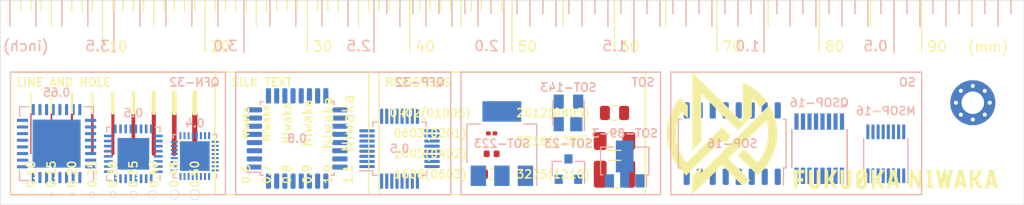
<source format=kicad_pcb>
(kicad_pcb (version 20171130) (host pcbnew "(5.1.6-0-10_14)")

  (general
    (thickness 1.6)
    (drawings 221)
    (tracks 9)
    (zones 0)
    (modules 22)
    (nets 1)
  )

  (page A4)
  (layers
    (0 F.Cu signal)
    (31 B.Cu signal)
    (32 B.Adhes user)
    (33 F.Adhes user)
    (34 B.Paste user)
    (35 F.Paste user)
    (36 B.SilkS user)
    (37 F.SilkS user)
    (38 B.Mask user)
    (39 F.Mask user)
    (40 Dwgs.User user)
    (41 Cmts.User user)
    (42 Eco1.User user)
    (43 Eco2.User user)
    (44 Edge.Cuts user)
    (45 Margin user)
    (46 B.CrtYd user hide)
    (47 F.CrtYd user hide)
    (48 B.Fab user hide)
    (49 F.Fab user hide)
  )

  (setup
    (last_trace_width 0.25)
    (trace_clearance 0.2)
    (zone_clearance 0.508)
    (zone_45_only no)
    (trace_min 0.2)
    (via_size 0.8)
    (via_drill 0.4)
    (via_min_size 0.4)
    (via_min_drill 0.3)
    (uvia_size 0.3)
    (uvia_drill 0.1)
    (uvias_allowed no)
    (uvia_min_size 0.2)
    (uvia_min_drill 0.1)
    (edge_width 0.05)
    (segment_width 0.2)
    (pcb_text_width 0.3)
    (pcb_text_size 1.5 1.5)
    (mod_edge_width 0.12)
    (mod_text_size 1 1)
    (mod_text_width 0.15)
    (pad_size 1.524 1.524)
    (pad_drill 0.762)
    (pad_to_mask_clearance 0.05)
    (aux_axis_origin 0 0)
    (grid_origin 200 100)
    (visible_elements FFFFFF7F)
    (pcbplotparams
      (layerselection 0x010fc_ffffffff)
      (usegerberextensions false)
      (usegerberattributes true)
      (usegerberadvancedattributes true)
      (creategerberjobfile true)
      (excludeedgelayer true)
      (linewidth 0.100000)
      (plotframeref false)
      (viasonmask false)
      (mode 1)
      (useauxorigin false)
      (hpglpennumber 1)
      (hpglpenspeed 20)
      (hpglpendiameter 15.000000)
      (psnegative false)
      (psa4output false)
      (plotreference true)
      (plotvalue true)
      (plotinvisibletext false)
      (padsonsilk false)
      (subtractmaskfromsilk false)
      (outputformat 1)
      (mirror false)
      (drillshape 0)
      (scaleselection 1)
      (outputdirectory "gbr/"))
  )

  (net 0 "")

  (net_class Default "This is the default net class."
    (clearance 0.2)
    (trace_width 0.25)
    (via_dia 0.8)
    (via_drill 0.4)
    (uvia_dia 0.3)
    (uvia_drill 0.1)
  )

  (module Package_DFN_QFN:QFN-32-1EP_7x7mm_P0.65mm_EP4.7x4.7mm (layer B.Cu) (tedit 5DC5F6A4) (tstamp 5F1E6858)
    (at 105.5 114 90)
    (descr "QFN, 32 Pin (https://www.nxp.com/docs/en/data-sheet/LPC111X.pdf#page=108), generated with kicad-footprint-generator ipc_noLead_generator.py")
    (tags "QFN NoLead")
    (attr smd)
    (fp_text reference 0.65 (at 5 0 180) (layer B.SilkS)
      (effects (font (size 0.8 0.8) (thickness 0.15)) (justify mirror))
    )
    (fp_text value QFN-32-1EP_7x7mm_P0.65mm_EP4.7x4.7mm (at 0 -4.82 90) (layer B.Fab)
      (effects (font (size 1 1) (thickness 0.15)) (justify mirror))
    )
    (fp_text user %R (at 0 0 90) (layer B.Fab)
      (effects (font (size 1 1) (thickness 0.15)) (justify mirror))
    )
    (fp_line (start 2.685 3.61) (end 3.61 3.61) (layer B.SilkS) (width 0.12))
    (fp_line (start 3.61 3.61) (end 3.61 2.685) (layer B.SilkS) (width 0.12))
    (fp_line (start -2.685 -3.61) (end -3.61 -3.61) (layer B.SilkS) (width 0.12))
    (fp_line (start -3.61 -3.61) (end -3.61 -2.685) (layer B.SilkS) (width 0.12))
    (fp_line (start 2.685 -3.61) (end 3.61 -3.61) (layer B.SilkS) (width 0.12))
    (fp_line (start 3.61 -3.61) (end 3.61 -2.685) (layer B.SilkS) (width 0.12))
    (fp_line (start -2.685 3.61) (end -3.61 3.61) (layer B.SilkS) (width 0.12))
    (fp_line (start -2.5 3.5) (end 3.5 3.5) (layer B.Fab) (width 0.1))
    (fp_line (start 3.5 3.5) (end 3.5 -3.5) (layer B.Fab) (width 0.1))
    (fp_line (start 3.5 -3.5) (end -3.5 -3.5) (layer B.Fab) (width 0.1))
    (fp_line (start -3.5 -3.5) (end -3.5 2.5) (layer B.Fab) (width 0.1))
    (fp_line (start -3.5 2.5) (end -2.5 3.5) (layer B.Fab) (width 0.1))
    (fp_line (start -4.12 4.12) (end -4.12 -4.12) (layer B.CrtYd) (width 0.05))
    (fp_line (start -4.12 -4.12) (end 4.12 -4.12) (layer B.CrtYd) (width 0.05))
    (fp_line (start 4.12 -4.12) (end 4.12 4.12) (layer B.CrtYd) (width 0.05))
    (fp_line (start 4.12 4.12) (end -4.12 4.12) (layer B.CrtYd) (width 0.05))
    (pad "" smd roundrect (at 1.77 -1.77 90) (size 0.95 0.95) (layers B.Paste) (roundrect_rratio 0.25))
    (pad "" smd roundrect (at 1.77 -0.59 90) (size 0.95 0.95) (layers B.Paste) (roundrect_rratio 0.25))
    (pad "" smd roundrect (at 1.77 0.59 90) (size 0.95 0.95) (layers B.Paste) (roundrect_rratio 0.25))
    (pad "" smd roundrect (at 1.77 1.77 90) (size 0.95 0.95) (layers B.Paste) (roundrect_rratio 0.25))
    (pad "" smd roundrect (at 0.59 -1.77 90) (size 0.95 0.95) (layers B.Paste) (roundrect_rratio 0.25))
    (pad "" smd roundrect (at 0.59 -0.59 90) (size 0.95 0.95) (layers B.Paste) (roundrect_rratio 0.25))
    (pad "" smd roundrect (at 0.59 0.59 90) (size 0.95 0.95) (layers B.Paste) (roundrect_rratio 0.25))
    (pad "" smd roundrect (at 0.59 1.77 90) (size 0.95 0.95) (layers B.Paste) (roundrect_rratio 0.25))
    (pad "" smd roundrect (at -0.59 -1.77 90) (size 0.95 0.95) (layers B.Paste) (roundrect_rratio 0.25))
    (pad "" smd roundrect (at -0.59 -0.59 90) (size 0.95 0.95) (layers B.Paste) (roundrect_rratio 0.25))
    (pad "" smd roundrect (at -0.59 0.59 90) (size 0.95 0.95) (layers B.Paste) (roundrect_rratio 0.25))
    (pad "" smd roundrect (at -0.59 1.77 90) (size 0.95 0.95) (layers B.Paste) (roundrect_rratio 0.25))
    (pad "" smd roundrect (at -1.77 -1.77 90) (size 0.95 0.95) (layers B.Paste) (roundrect_rratio 0.25))
    (pad "" smd roundrect (at -1.77 -0.59 90) (size 0.95 0.95) (layers B.Paste) (roundrect_rratio 0.25))
    (pad "" smd roundrect (at -1.77 0.59 90) (size 0.95 0.95) (layers B.Paste) (roundrect_rratio 0.25))
    (pad "" smd roundrect (at -1.77 1.77 90) (size 0.95 0.95) (layers B.Paste) (roundrect_rratio 0.25))
    (pad 33 smd rect (at 0 0 90) (size 4.7 4.7) (layers B.Cu B.Mask))
    (pad 32 smd roundrect (at -2.275 3.325 90) (size 0.3 1.1) (layers B.Cu B.Paste B.Mask) (roundrect_rratio 0.25))
    (pad 31 smd roundrect (at -1.625 3.325 90) (size 0.3 1.1) (layers B.Cu B.Paste B.Mask) (roundrect_rratio 0.25))
    (pad 30 smd roundrect (at -0.975 3.325 90) (size 0.3 1.1) (layers B.Cu B.Paste B.Mask) (roundrect_rratio 0.25))
    (pad 29 smd roundrect (at -0.325 3.325 90) (size 0.3 1.1) (layers B.Cu B.Paste B.Mask) (roundrect_rratio 0.25))
    (pad 28 smd roundrect (at 0.325 3.325 90) (size 0.3 1.1) (layers B.Cu B.Paste B.Mask) (roundrect_rratio 0.25))
    (pad 27 smd roundrect (at 0.975 3.325 90) (size 0.3 1.1) (layers B.Cu B.Paste B.Mask) (roundrect_rratio 0.25))
    (pad 26 smd roundrect (at 1.625 3.325 90) (size 0.3 1.1) (layers B.Cu B.Paste B.Mask) (roundrect_rratio 0.25))
    (pad 25 smd roundrect (at 2.275 3.325 90) (size 0.3 1.1) (layers B.Cu B.Paste B.Mask) (roundrect_rratio 0.25))
    (pad 24 smd roundrect (at 3.325 2.275 90) (size 1.1 0.3) (layers B.Cu B.Paste B.Mask) (roundrect_rratio 0.25))
    (pad 23 smd roundrect (at 3.325 1.625 90) (size 1.1 0.3) (layers B.Cu B.Paste B.Mask) (roundrect_rratio 0.25))
    (pad 22 smd roundrect (at 3.325 0.975 90) (size 1.1 0.3) (layers B.Cu B.Paste B.Mask) (roundrect_rratio 0.25))
    (pad 21 smd roundrect (at 3.325 0.325 90) (size 1.1 0.3) (layers B.Cu B.Paste B.Mask) (roundrect_rratio 0.25))
    (pad 20 smd roundrect (at 3.325 -0.325 90) (size 1.1 0.3) (layers B.Cu B.Paste B.Mask) (roundrect_rratio 0.25))
    (pad 19 smd roundrect (at 3.325 -0.975 90) (size 1.1 0.3) (layers B.Cu B.Paste B.Mask) (roundrect_rratio 0.25))
    (pad 18 smd roundrect (at 3.325 -1.625 90) (size 1.1 0.3) (layers B.Cu B.Paste B.Mask) (roundrect_rratio 0.25))
    (pad 17 smd roundrect (at 3.325 -2.275 90) (size 1.1 0.3) (layers B.Cu B.Paste B.Mask) (roundrect_rratio 0.25))
    (pad 16 smd roundrect (at 2.275 -3.325 90) (size 0.3 1.1) (layers B.Cu B.Paste B.Mask) (roundrect_rratio 0.25))
    (pad 15 smd roundrect (at 1.625 -3.325 90) (size 0.3 1.1) (layers B.Cu B.Paste B.Mask) (roundrect_rratio 0.25))
    (pad 14 smd roundrect (at 0.975 -3.325 90) (size 0.3 1.1) (layers B.Cu B.Paste B.Mask) (roundrect_rratio 0.25))
    (pad 13 smd roundrect (at 0.325 -3.325 90) (size 0.3 1.1) (layers B.Cu B.Paste B.Mask) (roundrect_rratio 0.25))
    (pad 12 smd roundrect (at -0.325 -3.325 90) (size 0.3 1.1) (layers B.Cu B.Paste B.Mask) (roundrect_rratio 0.25))
    (pad 11 smd roundrect (at -0.975 -3.325 90) (size 0.3 1.1) (layers B.Cu B.Paste B.Mask) (roundrect_rratio 0.25))
    (pad 10 smd roundrect (at -1.625 -3.325 90) (size 0.3 1.1) (layers B.Cu B.Paste B.Mask) (roundrect_rratio 0.25))
    (pad 9 smd roundrect (at -2.275 -3.325 90) (size 0.3 1.1) (layers B.Cu B.Paste B.Mask) (roundrect_rratio 0.25))
    (pad 8 smd roundrect (at -3.325 -2.275 90) (size 1.1 0.3) (layers B.Cu B.Paste B.Mask) (roundrect_rratio 0.25))
    (pad 7 smd roundrect (at -3.325 -1.625 90) (size 1.1 0.3) (layers B.Cu B.Paste B.Mask) (roundrect_rratio 0.25))
    (pad 6 smd roundrect (at -3.325 -0.975 90) (size 1.1 0.3) (layers B.Cu B.Paste B.Mask) (roundrect_rratio 0.25))
    (pad 5 smd roundrect (at -3.325 -0.325 90) (size 1.1 0.3) (layers B.Cu B.Paste B.Mask) (roundrect_rratio 0.25))
    (pad 4 smd roundrect (at -3.325 0.325 90) (size 1.1 0.3) (layers B.Cu B.Paste B.Mask) (roundrect_rratio 0.25))
    (pad 3 smd roundrect (at -3.325 0.975 90) (size 1.1 0.3) (layers B.Cu B.Paste B.Mask) (roundrect_rratio 0.25))
    (pad 2 smd roundrect (at -3.325 1.625 90) (size 1.1 0.3) (layers B.Cu B.Paste B.Mask) (roundrect_rratio 0.25))
    (pad 1 smd roundrect (at -3.325 2.275 90) (size 1.1 0.3) (layers B.Cu B.Paste B.Mask) (roundrect_rratio 0.25))
    (model ${KISYS3DMOD}/Package_DFN_QFN.3dshapes/QFN-32-1EP_7x7mm_P0.65mm_EP4.7x4.7mm.wrl
      (at (xyz 0 0 0))
      (scale (xyz 1 1 1))
      (rotate (xyz 0 0 0))
    )
  )

  (module Package_DFN_QFN:QFN-32-1EP_5x5mm_P0.5mm_EP3.1x3.1mm (layer B.Cu) (tedit 5DC5F6A4) (tstamp 5F1E8CF3)
    (at 113 115 90)
    (descr "QFN, 32 Pin (http://ww1.microchip.com/downloads/en/DeviceDoc/8008S.pdf#page=20), generated with kicad-footprint-generator ipc_noLead_generator.py")
    (tags "QFN NoLead")
    (attr smd)
    (fp_text reference 0.5 (at 4 0 180) (layer B.SilkS)
      (effects (font (size 0.8 0.8) (thickness 0.15)) (justify mirror))
    )
    (fp_text value QFN-32-1EP_5x5mm_P0.5mm_EP3.1x3.1mm (at 0 -3.82 90) (layer B.Fab)
      (effects (font (size 1 1) (thickness 0.15)) (justify mirror))
    )
    (fp_text user %R (at 0 0 90) (layer B.Fab)
      (effects (font (size 1 1) (thickness 0.15)) (justify mirror))
    )
    (fp_line (start 2.135 2.61) (end 2.61 2.61) (layer B.SilkS) (width 0.12))
    (fp_line (start 2.61 2.61) (end 2.61 2.135) (layer B.SilkS) (width 0.12))
    (fp_line (start -2.135 -2.61) (end -2.61 -2.61) (layer B.SilkS) (width 0.12))
    (fp_line (start -2.61 -2.61) (end -2.61 -2.135) (layer B.SilkS) (width 0.12))
    (fp_line (start 2.135 -2.61) (end 2.61 -2.61) (layer B.SilkS) (width 0.12))
    (fp_line (start 2.61 -2.61) (end 2.61 -2.135) (layer B.SilkS) (width 0.12))
    (fp_line (start -2.135 2.61) (end -2.61 2.61) (layer B.SilkS) (width 0.12))
    (fp_line (start -1.5 2.5) (end 2.5 2.5) (layer B.Fab) (width 0.1))
    (fp_line (start 2.5 2.5) (end 2.5 -2.5) (layer B.Fab) (width 0.1))
    (fp_line (start 2.5 -2.5) (end -2.5 -2.5) (layer B.Fab) (width 0.1))
    (fp_line (start -2.5 -2.5) (end -2.5 1.5) (layer B.Fab) (width 0.1))
    (fp_line (start -2.5 1.5) (end -1.5 2.5) (layer B.Fab) (width 0.1))
    (fp_line (start -3.12 3.12) (end -3.12 -3.12) (layer B.CrtYd) (width 0.05))
    (fp_line (start -3.12 -3.12) (end 3.12 -3.12) (layer B.CrtYd) (width 0.05))
    (fp_line (start 3.12 -3.12) (end 3.12 3.12) (layer B.CrtYd) (width 0.05))
    (fp_line (start 3.12 3.12) (end -3.12 3.12) (layer B.CrtYd) (width 0.05))
    (pad "" smd roundrect (at 1.03 -1.03 90) (size 0.83 0.83) (layers B.Paste) (roundrect_rratio 0.25))
    (pad "" smd roundrect (at 1.03 0 90) (size 0.83 0.83) (layers B.Paste) (roundrect_rratio 0.25))
    (pad "" smd roundrect (at 1.03 1.03 90) (size 0.83 0.83) (layers B.Paste) (roundrect_rratio 0.25))
    (pad "" smd roundrect (at 0 -1.03 90) (size 0.83 0.83) (layers B.Paste) (roundrect_rratio 0.25))
    (pad "" smd roundrect (at 0 0 90) (size 0.83 0.83) (layers B.Paste) (roundrect_rratio 0.25))
    (pad "" smd roundrect (at 0 1.03 90) (size 0.83 0.83) (layers B.Paste) (roundrect_rratio 0.25))
    (pad "" smd roundrect (at -1.03 -1.03 90) (size 0.83 0.83) (layers B.Paste) (roundrect_rratio 0.25))
    (pad "" smd roundrect (at -1.03 0 90) (size 0.83 0.83) (layers B.Paste) (roundrect_rratio 0.25))
    (pad "" smd roundrect (at -1.03 1.03 90) (size 0.83 0.83) (layers B.Paste) (roundrect_rratio 0.25))
    (pad 33 smd rect (at 0 0 90) (size 3.1 3.1) (layers B.Cu B.Mask))
    (pad 32 smd roundrect (at -1.75 2.4375 90) (size 0.25 0.875) (layers B.Cu B.Paste B.Mask) (roundrect_rratio 0.25))
    (pad 31 smd roundrect (at -1.25 2.4375 90) (size 0.25 0.875) (layers B.Cu B.Paste B.Mask) (roundrect_rratio 0.25))
    (pad 30 smd roundrect (at -0.75 2.4375 90) (size 0.25 0.875) (layers B.Cu B.Paste B.Mask) (roundrect_rratio 0.25))
    (pad 29 smd roundrect (at -0.25 2.4375 90) (size 0.25 0.875) (layers B.Cu B.Paste B.Mask) (roundrect_rratio 0.25))
    (pad 28 smd roundrect (at 0.25 2.4375 90) (size 0.25 0.875) (layers B.Cu B.Paste B.Mask) (roundrect_rratio 0.25))
    (pad 27 smd roundrect (at 0.75 2.4375 90) (size 0.25 0.875) (layers B.Cu B.Paste B.Mask) (roundrect_rratio 0.25))
    (pad 26 smd roundrect (at 1.25 2.4375 90) (size 0.25 0.875) (layers B.Cu B.Paste B.Mask) (roundrect_rratio 0.25))
    (pad 25 smd roundrect (at 1.75 2.4375 90) (size 0.25 0.875) (layers B.Cu B.Paste B.Mask) (roundrect_rratio 0.25))
    (pad 24 smd roundrect (at 2.4375 1.75 90) (size 0.875 0.25) (layers B.Cu B.Paste B.Mask) (roundrect_rratio 0.25))
    (pad 23 smd roundrect (at 2.4375 1.25 90) (size 0.875 0.25) (layers B.Cu B.Paste B.Mask) (roundrect_rratio 0.25))
    (pad 22 smd roundrect (at 2.4375 0.75 90) (size 0.875 0.25) (layers B.Cu B.Paste B.Mask) (roundrect_rratio 0.25))
    (pad 21 smd roundrect (at 2.4375 0.25 90) (size 0.875 0.25) (layers B.Cu B.Paste B.Mask) (roundrect_rratio 0.25))
    (pad 20 smd roundrect (at 2.4375 -0.25 90) (size 0.875 0.25) (layers B.Cu B.Paste B.Mask) (roundrect_rratio 0.25))
    (pad 19 smd roundrect (at 2.4375 -0.75 90) (size 0.875 0.25) (layers B.Cu B.Paste B.Mask) (roundrect_rratio 0.25))
    (pad 18 smd roundrect (at 2.4375 -1.25 90) (size 0.875 0.25) (layers B.Cu B.Paste B.Mask) (roundrect_rratio 0.25))
    (pad 17 smd roundrect (at 2.4375 -1.75 90) (size 0.875 0.25) (layers B.Cu B.Paste B.Mask) (roundrect_rratio 0.25))
    (pad 16 smd roundrect (at 1.75 -2.4375 90) (size 0.25 0.875) (layers B.Cu B.Paste B.Mask) (roundrect_rratio 0.25))
    (pad 15 smd roundrect (at 1.25 -2.4375 90) (size 0.25 0.875) (layers B.Cu B.Paste B.Mask) (roundrect_rratio 0.25))
    (pad 14 smd roundrect (at 0.75 -2.4375 90) (size 0.25 0.875) (layers B.Cu B.Paste B.Mask) (roundrect_rratio 0.25))
    (pad 13 smd roundrect (at 0.25 -2.4375 90) (size 0.25 0.875) (layers B.Cu B.Paste B.Mask) (roundrect_rratio 0.25))
    (pad 12 smd roundrect (at -0.25 -2.4375 90) (size 0.25 0.875) (layers B.Cu B.Paste B.Mask) (roundrect_rratio 0.25))
    (pad 11 smd roundrect (at -0.75 -2.4375 90) (size 0.25 0.875) (layers B.Cu B.Paste B.Mask) (roundrect_rratio 0.25))
    (pad 10 smd roundrect (at -1.25 -2.4375 90) (size 0.25 0.875) (layers B.Cu B.Paste B.Mask) (roundrect_rratio 0.25))
    (pad 9 smd roundrect (at -1.75 -2.4375 90) (size 0.25 0.875) (layers B.Cu B.Paste B.Mask) (roundrect_rratio 0.25))
    (pad 8 smd roundrect (at -2.4375 -1.75 90) (size 0.875 0.25) (layers B.Cu B.Paste B.Mask) (roundrect_rratio 0.25))
    (pad 7 smd roundrect (at -2.4375 -1.25 90) (size 0.875 0.25) (layers B.Cu B.Paste B.Mask) (roundrect_rratio 0.25))
    (pad 6 smd roundrect (at -2.4375 -0.75 90) (size 0.875 0.25) (layers B.Cu B.Paste B.Mask) (roundrect_rratio 0.25))
    (pad 5 smd roundrect (at -2.4375 -0.25 90) (size 0.875 0.25) (layers B.Cu B.Paste B.Mask) (roundrect_rratio 0.25))
    (pad 4 smd roundrect (at -2.4375 0.25 90) (size 0.875 0.25) (layers B.Cu B.Paste B.Mask) (roundrect_rratio 0.25))
    (pad 3 smd roundrect (at -2.4375 0.75 90) (size 0.875 0.25) (layers B.Cu B.Paste B.Mask) (roundrect_rratio 0.25))
    (pad 2 smd roundrect (at -2.4375 1.25 90) (size 0.875 0.25) (layers B.Cu B.Paste B.Mask) (roundrect_rratio 0.25))
    (pad 1 smd roundrect (at -2.4375 1.75 90) (size 0.875 0.25) (layers B.Cu B.Paste B.Mask) (roundrect_rratio 0.25))
    (model ${KISYS3DMOD}/Package_DFN_QFN.3dshapes/QFN-32-1EP_5x5mm_P0.5mm_EP3.1x3.1mm.wrl
      (at (xyz 0 0 0))
      (scale (xyz 1 1 1))
      (rotate (xyz 0 0 0))
    )
  )

  (module Package_DFN_QFN:QFN-32-1EP_4x4mm_P0.4mm_EP2.9x2.9mm (layer B.Cu) (tedit 5DC5F6A4) (tstamp 5F1E784E)
    (at 119 115.225 90)
    (descr "QFN, 32 Pin (http://ww1.microchip.com/downloads/en/DeviceDoc/atmel-8153-8-and-16-bit-avr-microcontroller-xmega-e-atxmega8e5-atxmega16e5-atxmega32e5_datasheet.pdf#page=70), generated with kicad-footprint-generator ipc_noLead_generator.py")
    (tags "QFN NoLead")
    (attr smd)
    (fp_text reference 0.4 (at 3.225 0 180) (layer B.SilkS)
      (effects (font (size 0.8 0.8) (thickness 0.15)) (justify mirror))
    )
    (fp_text value QFN-32-1EP_4x4mm_P0.4mm_EP2.9x2.9mm (at 0 -3.3 90) (layer B.Fab)
      (effects (font (size 1 1) (thickness 0.15)) (justify mirror))
    )
    (fp_text user %R (at 0 0 90) (layer B.Fab)
      (effects (font (size 1 1) (thickness 0.15)) (justify mirror))
    )
    (fp_line (start 1.76 2.11) (end 2.11 2.11) (layer B.SilkS) (width 0.12))
    (fp_line (start 2.11 2.11) (end 2.11 1.76) (layer B.SilkS) (width 0.12))
    (fp_line (start -1.76 -2.11) (end -2.11 -2.11) (layer B.SilkS) (width 0.12))
    (fp_line (start -2.11 -2.11) (end -2.11 -1.76) (layer B.SilkS) (width 0.12))
    (fp_line (start 1.76 -2.11) (end 2.11 -2.11) (layer B.SilkS) (width 0.12))
    (fp_line (start 2.11 -2.11) (end 2.11 -1.76) (layer B.SilkS) (width 0.12))
    (fp_line (start -1.76 2.11) (end -2.11 2.11) (layer B.SilkS) (width 0.12))
    (fp_line (start -1 2) (end 2 2) (layer B.Fab) (width 0.1))
    (fp_line (start 2 2) (end 2 -2) (layer B.Fab) (width 0.1))
    (fp_line (start 2 -2) (end -2 -2) (layer B.Fab) (width 0.1))
    (fp_line (start -2 -2) (end -2 1) (layer B.Fab) (width 0.1))
    (fp_line (start -2 1) (end -1 2) (layer B.Fab) (width 0.1))
    (fp_line (start -2.6 2.6) (end -2.6 -2.6) (layer B.CrtYd) (width 0.05))
    (fp_line (start -2.6 -2.6) (end 2.6 -2.6) (layer B.CrtYd) (width 0.05))
    (fp_line (start 2.6 -2.6) (end 2.6 2.6) (layer B.CrtYd) (width 0.05))
    (fp_line (start 2.6 2.6) (end -2.6 2.6) (layer B.CrtYd) (width 0.05))
    (pad "" smd roundrect (at 0.725 -0.725 90) (size 1.17 1.17) (layers B.Paste) (roundrect_rratio 0.213675))
    (pad "" smd roundrect (at 0.725 0.725 90) (size 1.17 1.17) (layers B.Paste) (roundrect_rratio 0.213675))
    (pad "" smd roundrect (at -0.725 -0.725 90) (size 1.17 1.17) (layers B.Paste) (roundrect_rratio 0.213675))
    (pad "" smd roundrect (at -0.725 0.725 90) (size 1.17 1.17) (layers B.Paste) (roundrect_rratio 0.213675))
    (pad 33 smd rect (at 0 0 90) (size 2.9 2.9) (layers B.Cu B.Mask))
    (pad 32 smd roundrect (at -1.4 2 90) (size 0.2 0.7) (layers B.Cu B.Paste B.Mask) (roundrect_rratio 0.25))
    (pad 31 smd roundrect (at -1 2 90) (size 0.2 0.7) (layers B.Cu B.Paste B.Mask) (roundrect_rratio 0.25))
    (pad 30 smd roundrect (at -0.6 2 90) (size 0.2 0.7) (layers B.Cu B.Paste B.Mask) (roundrect_rratio 0.25))
    (pad 29 smd roundrect (at -0.2 2 90) (size 0.2 0.7) (layers B.Cu B.Paste B.Mask) (roundrect_rratio 0.25))
    (pad 28 smd roundrect (at 0.2 2 90) (size 0.2 0.7) (layers B.Cu B.Paste B.Mask) (roundrect_rratio 0.25))
    (pad 27 smd roundrect (at 0.6 2 90) (size 0.2 0.7) (layers B.Cu B.Paste B.Mask) (roundrect_rratio 0.25))
    (pad 26 smd roundrect (at 1 2 90) (size 0.2 0.7) (layers B.Cu B.Paste B.Mask) (roundrect_rratio 0.25))
    (pad 25 smd roundrect (at 1.4 2 90) (size 0.2 0.7) (layers B.Cu B.Paste B.Mask) (roundrect_rratio 0.25))
    (pad 24 smd roundrect (at 2 1.4 90) (size 0.7 0.2) (layers B.Cu B.Paste B.Mask) (roundrect_rratio 0.25))
    (pad 23 smd roundrect (at 2 1 90) (size 0.7 0.2) (layers B.Cu B.Paste B.Mask) (roundrect_rratio 0.25))
    (pad 22 smd roundrect (at 2 0.6 90) (size 0.7 0.2) (layers B.Cu B.Paste B.Mask) (roundrect_rratio 0.25))
    (pad 21 smd roundrect (at 2 0.2 90) (size 0.7 0.2) (layers B.Cu B.Paste B.Mask) (roundrect_rratio 0.25))
    (pad 20 smd roundrect (at 2 -0.2 90) (size 0.7 0.2) (layers B.Cu B.Paste B.Mask) (roundrect_rratio 0.25))
    (pad 19 smd roundrect (at 2 -0.6 90) (size 0.7 0.2) (layers B.Cu B.Paste B.Mask) (roundrect_rratio 0.25))
    (pad 18 smd roundrect (at 2 -1 90) (size 0.7 0.2) (layers B.Cu B.Paste B.Mask) (roundrect_rratio 0.25))
    (pad 17 smd roundrect (at 2 -1.4 90) (size 0.7 0.2) (layers B.Cu B.Paste B.Mask) (roundrect_rratio 0.25))
    (pad 16 smd roundrect (at 1.4 -2 90) (size 0.2 0.7) (layers B.Cu B.Paste B.Mask) (roundrect_rratio 0.25))
    (pad 15 smd roundrect (at 1 -2 90) (size 0.2 0.7) (layers B.Cu B.Paste B.Mask) (roundrect_rratio 0.25))
    (pad 14 smd roundrect (at 0.6 -2 90) (size 0.2 0.7) (layers B.Cu B.Paste B.Mask) (roundrect_rratio 0.25))
    (pad 13 smd roundrect (at 0.2 -2 90) (size 0.2 0.7) (layers B.Cu B.Paste B.Mask) (roundrect_rratio 0.25))
    (pad 12 smd roundrect (at -0.2 -2 90) (size 0.2 0.7) (layers B.Cu B.Paste B.Mask) (roundrect_rratio 0.25))
    (pad 11 smd roundrect (at -0.6 -2 90) (size 0.2 0.7) (layers B.Cu B.Paste B.Mask) (roundrect_rratio 0.25))
    (pad 10 smd roundrect (at -1 -2 90) (size 0.2 0.7) (layers B.Cu B.Paste B.Mask) (roundrect_rratio 0.25))
    (pad 9 smd roundrect (at -1.4 -2 90) (size 0.2 0.7) (layers B.Cu B.Paste B.Mask) (roundrect_rratio 0.25))
    (pad 8 smd roundrect (at -2 -1.4 90) (size 0.7 0.2) (layers B.Cu B.Paste B.Mask) (roundrect_rratio 0.25))
    (pad 7 smd roundrect (at -2 -1 90) (size 0.7 0.2) (layers B.Cu B.Paste B.Mask) (roundrect_rratio 0.25))
    (pad 6 smd roundrect (at -2 -0.6 90) (size 0.7 0.2) (layers B.Cu B.Paste B.Mask) (roundrect_rratio 0.25))
    (pad 5 smd roundrect (at -2 -0.2 90) (size 0.7 0.2) (layers B.Cu B.Paste B.Mask) (roundrect_rratio 0.25))
    (pad 4 smd roundrect (at -2 0.2 90) (size 0.7 0.2) (layers B.Cu B.Paste B.Mask) (roundrect_rratio 0.25))
    (pad 3 smd roundrect (at -2 0.6 90) (size 0.7 0.2) (layers B.Cu B.Paste B.Mask) (roundrect_rratio 0.25))
    (pad 2 smd roundrect (at -2 1 90) (size 0.7 0.2) (layers B.Cu B.Paste B.Mask) (roundrect_rratio 0.25))
    (pad 1 smd roundrect (at -2 1.4 90) (size 0.7 0.2) (layers B.Cu B.Paste B.Mask) (roundrect_rratio 0.25))
    (model ${KISYS3DMOD}/Package_DFN_QFN.3dshapes/QFN-32-1EP_4x4mm_P0.4mm_EP2.9x2.9mm.wrl
      (at (xyz 0 0 0))
      (scale (xyz 1 1 1))
      (rotate (xyz 0 0 0))
    )
  )

  (module Package_QFP:LQFP-32_7x7mm_P0.8mm (layer B.Cu) (tedit 5D9F72AF) (tstamp 5F1E79EB)
    (at 129 113.5)
    (descr "LQFP, 32 Pin (https://www.nxp.com/docs/en/package-information/SOT358-1.pdf), generated with kicad-footprint-generator ipc_gullwing_generator.py")
    (tags "LQFP QFP")
    (attr smd)
    (fp_text reference 0.8 (at 0 0) (layer B.SilkS)
      (effects (font (size 0.8 0.8) (thickness 0.15)) (justify mirror))
    )
    (fp_text value LQFP-32_7x7mm_P0.8mm (at 0 -5.88) (layer B.Fab)
      (effects (font (size 1 1) (thickness 0.15)) (justify mirror))
    )
    (fp_text user %R (at 0 0) (layer B.Fab)
      (effects (font (size 1 1) (thickness 0.15)) (justify mirror))
    )
    (fp_line (start 3.31 -3.61) (end 3.61 -3.61) (layer B.SilkS) (width 0.12))
    (fp_line (start 3.61 -3.61) (end 3.61 -3.31) (layer B.SilkS) (width 0.12))
    (fp_line (start -3.31 -3.61) (end -3.61 -3.61) (layer B.SilkS) (width 0.12))
    (fp_line (start -3.61 -3.61) (end -3.61 -3.31) (layer B.SilkS) (width 0.12))
    (fp_line (start 3.31 3.61) (end 3.61 3.61) (layer B.SilkS) (width 0.12))
    (fp_line (start 3.61 3.61) (end 3.61 3.31) (layer B.SilkS) (width 0.12))
    (fp_line (start -3.31 3.61) (end -3.61 3.61) (layer B.SilkS) (width 0.12))
    (fp_line (start -3.61 3.61) (end -3.61 3.31) (layer B.SilkS) (width 0.12))
    (fp_line (start -3.61 3.31) (end -4.925 3.31) (layer B.SilkS) (width 0.12))
    (fp_line (start -2.5 3.5) (end 3.5 3.5) (layer B.Fab) (width 0.1))
    (fp_line (start 3.5 3.5) (end 3.5 -3.5) (layer B.Fab) (width 0.1))
    (fp_line (start 3.5 -3.5) (end -3.5 -3.5) (layer B.Fab) (width 0.1))
    (fp_line (start -3.5 -3.5) (end -3.5 2.5) (layer B.Fab) (width 0.1))
    (fp_line (start -3.5 2.5) (end -2.5 3.5) (layer B.Fab) (width 0.1))
    (fp_line (start 0 5.18) (end -3.3 5.18) (layer B.CrtYd) (width 0.05))
    (fp_line (start -3.3 5.18) (end -3.3 3.75) (layer B.CrtYd) (width 0.05))
    (fp_line (start -3.3 3.75) (end -3.75 3.75) (layer B.CrtYd) (width 0.05))
    (fp_line (start -3.75 3.75) (end -3.75 3.3) (layer B.CrtYd) (width 0.05))
    (fp_line (start -3.75 3.3) (end -5.18 3.3) (layer B.CrtYd) (width 0.05))
    (fp_line (start -5.18 3.3) (end -5.18 0) (layer B.CrtYd) (width 0.05))
    (fp_line (start 0 5.18) (end 3.3 5.18) (layer B.CrtYd) (width 0.05))
    (fp_line (start 3.3 5.18) (end 3.3 3.75) (layer B.CrtYd) (width 0.05))
    (fp_line (start 3.3 3.75) (end 3.75 3.75) (layer B.CrtYd) (width 0.05))
    (fp_line (start 3.75 3.75) (end 3.75 3.3) (layer B.CrtYd) (width 0.05))
    (fp_line (start 3.75 3.3) (end 5.18 3.3) (layer B.CrtYd) (width 0.05))
    (fp_line (start 5.18 3.3) (end 5.18 0) (layer B.CrtYd) (width 0.05))
    (fp_line (start 0 -5.18) (end -3.3 -5.18) (layer B.CrtYd) (width 0.05))
    (fp_line (start -3.3 -5.18) (end -3.3 -3.75) (layer B.CrtYd) (width 0.05))
    (fp_line (start -3.3 -3.75) (end -3.75 -3.75) (layer B.CrtYd) (width 0.05))
    (fp_line (start -3.75 -3.75) (end -3.75 -3.3) (layer B.CrtYd) (width 0.05))
    (fp_line (start -3.75 -3.3) (end -5.18 -3.3) (layer B.CrtYd) (width 0.05))
    (fp_line (start -5.18 -3.3) (end -5.18 0) (layer B.CrtYd) (width 0.05))
    (fp_line (start 0 -5.18) (end 3.3 -5.18) (layer B.CrtYd) (width 0.05))
    (fp_line (start 3.3 -5.18) (end 3.3 -3.75) (layer B.CrtYd) (width 0.05))
    (fp_line (start 3.3 -3.75) (end 3.75 -3.75) (layer B.CrtYd) (width 0.05))
    (fp_line (start 3.75 -3.75) (end 3.75 -3.3) (layer B.CrtYd) (width 0.05))
    (fp_line (start 3.75 -3.3) (end 5.18 -3.3) (layer B.CrtYd) (width 0.05))
    (fp_line (start 5.18 -3.3) (end 5.18 0) (layer B.CrtYd) (width 0.05))
    (pad 32 smd roundrect (at -2.8 4.175) (size 0.5 1.5) (layers B.Cu B.Paste B.Mask) (roundrect_rratio 0.25))
    (pad 31 smd roundrect (at -2 4.175) (size 0.5 1.5) (layers B.Cu B.Paste B.Mask) (roundrect_rratio 0.25))
    (pad 30 smd roundrect (at -1.2 4.175) (size 0.5 1.5) (layers B.Cu B.Paste B.Mask) (roundrect_rratio 0.25))
    (pad 29 smd roundrect (at -0.4 4.175) (size 0.5 1.5) (layers B.Cu B.Paste B.Mask) (roundrect_rratio 0.25))
    (pad 28 smd roundrect (at 0.4 4.175) (size 0.5 1.5) (layers B.Cu B.Paste B.Mask) (roundrect_rratio 0.25))
    (pad 27 smd roundrect (at 1.2 4.175) (size 0.5 1.5) (layers B.Cu B.Paste B.Mask) (roundrect_rratio 0.25))
    (pad 26 smd roundrect (at 2 4.175) (size 0.5 1.5) (layers B.Cu B.Paste B.Mask) (roundrect_rratio 0.25))
    (pad 25 smd roundrect (at 2.8 4.175) (size 0.5 1.5) (layers B.Cu B.Paste B.Mask) (roundrect_rratio 0.25))
    (pad 24 smd roundrect (at 4.175 2.8) (size 1.5 0.5) (layers B.Cu B.Paste B.Mask) (roundrect_rratio 0.25))
    (pad 23 smd roundrect (at 4.175 2) (size 1.5 0.5) (layers B.Cu B.Paste B.Mask) (roundrect_rratio 0.25))
    (pad 22 smd roundrect (at 4.175 1.2) (size 1.5 0.5) (layers B.Cu B.Paste B.Mask) (roundrect_rratio 0.25))
    (pad 21 smd roundrect (at 4.175 0.4) (size 1.5 0.5) (layers B.Cu B.Paste B.Mask) (roundrect_rratio 0.25))
    (pad 20 smd roundrect (at 4.175 -0.4) (size 1.5 0.5) (layers B.Cu B.Paste B.Mask) (roundrect_rratio 0.25))
    (pad 19 smd roundrect (at 4.175 -1.2) (size 1.5 0.5) (layers B.Cu B.Paste B.Mask) (roundrect_rratio 0.25))
    (pad 18 smd roundrect (at 4.175 -2) (size 1.5 0.5) (layers B.Cu B.Paste B.Mask) (roundrect_rratio 0.25))
    (pad 17 smd roundrect (at 4.175 -2.8) (size 1.5 0.5) (layers B.Cu B.Paste B.Mask) (roundrect_rratio 0.25))
    (pad 16 smd roundrect (at 2.8 -4.175) (size 0.5 1.5) (layers B.Cu B.Paste B.Mask) (roundrect_rratio 0.25))
    (pad 15 smd roundrect (at 2 -4.175) (size 0.5 1.5) (layers B.Cu B.Paste B.Mask) (roundrect_rratio 0.25))
    (pad 14 smd roundrect (at 1.2 -4.175) (size 0.5 1.5) (layers B.Cu B.Paste B.Mask) (roundrect_rratio 0.25))
    (pad 13 smd roundrect (at 0.4 -4.175) (size 0.5 1.5) (layers B.Cu B.Paste B.Mask) (roundrect_rratio 0.25))
    (pad 12 smd roundrect (at -0.4 -4.175) (size 0.5 1.5) (layers B.Cu B.Paste B.Mask) (roundrect_rratio 0.25))
    (pad 11 smd roundrect (at -1.2 -4.175) (size 0.5 1.5) (layers B.Cu B.Paste B.Mask) (roundrect_rratio 0.25))
    (pad 10 smd roundrect (at -2 -4.175) (size 0.5 1.5) (layers B.Cu B.Paste B.Mask) (roundrect_rratio 0.25))
    (pad 9 smd roundrect (at -2.8 -4.175) (size 0.5 1.5) (layers B.Cu B.Paste B.Mask) (roundrect_rratio 0.25))
    (pad 8 smd roundrect (at -4.175 -2.8) (size 1.5 0.5) (layers B.Cu B.Paste B.Mask) (roundrect_rratio 0.25))
    (pad 7 smd roundrect (at -4.175 -2) (size 1.5 0.5) (layers B.Cu B.Paste B.Mask) (roundrect_rratio 0.25))
    (pad 6 smd roundrect (at -4.175 -1.2) (size 1.5 0.5) (layers B.Cu B.Paste B.Mask) (roundrect_rratio 0.25))
    (pad 5 smd roundrect (at -4.175 -0.4) (size 1.5 0.5) (layers B.Cu B.Paste B.Mask) (roundrect_rratio 0.25))
    (pad 4 smd roundrect (at -4.175 0.4) (size 1.5 0.5) (layers B.Cu B.Paste B.Mask) (roundrect_rratio 0.25))
    (pad 3 smd roundrect (at -4.175 1.2) (size 1.5 0.5) (layers B.Cu B.Paste B.Mask) (roundrect_rratio 0.25))
    (pad 2 smd roundrect (at -4.175 2) (size 1.5 0.5) (layers B.Cu B.Paste B.Mask) (roundrect_rratio 0.25))
    (pad 1 smd roundrect (at -4.175 2.8) (size 1.5 0.5) (layers B.Cu B.Paste B.Mask) (roundrect_rratio 0.25))
    (model ${KISYS3DMOD}/Package_QFP.3dshapes/LQFP-32_7x7mm_P0.8mm.wrl
      (at (xyz 0 0 0))
      (scale (xyz 1 1 1))
      (rotate (xyz 0 0 0))
    )
  )

  (module Package_QFP:LQFP-32_5x5mm_P0.5mm (layer B.Cu) (tedit 5D9F72AF) (tstamp 5F1E790A)
    (at 139 114.5)
    (descr "LQFP, 32 Pin (https://www.nxp.com/docs/en/package-information/SOT401-1.pdf), generated with kicad-footprint-generator ipc_gullwing_generator.py")
    (tags "LQFP QFP")
    (attr smd)
    (fp_text reference 0.5 (at 0 0) (layer B.SilkS)
      (effects (font (size 0.8 0.8) (thickness 0.15)) (justify mirror))
    )
    (fp_text value LQFP-32_5x5mm_P0.5mm (at 0 -4.88) (layer B.Fab)
      (effects (font (size 1 1) (thickness 0.15)) (justify mirror))
    )
    (fp_text user %R (at 0 0) (layer B.Fab)
      (effects (font (size 1 1) (thickness 0.15)) (justify mirror))
    )
    (fp_line (start 2.16 -2.61) (end 2.61 -2.61) (layer B.SilkS) (width 0.12))
    (fp_line (start 2.61 -2.61) (end 2.61 -2.16) (layer B.SilkS) (width 0.12))
    (fp_line (start -2.16 -2.61) (end -2.61 -2.61) (layer B.SilkS) (width 0.12))
    (fp_line (start -2.61 -2.61) (end -2.61 -2.16) (layer B.SilkS) (width 0.12))
    (fp_line (start 2.16 2.61) (end 2.61 2.61) (layer B.SilkS) (width 0.12))
    (fp_line (start 2.61 2.61) (end 2.61 2.16) (layer B.SilkS) (width 0.12))
    (fp_line (start -2.16 2.61) (end -2.61 2.61) (layer B.SilkS) (width 0.12))
    (fp_line (start -2.61 2.61) (end -2.61 2.16) (layer B.SilkS) (width 0.12))
    (fp_line (start -2.61 2.16) (end -3.925 2.16) (layer B.SilkS) (width 0.12))
    (fp_line (start -1.5 2.5) (end 2.5 2.5) (layer B.Fab) (width 0.1))
    (fp_line (start 2.5 2.5) (end 2.5 -2.5) (layer B.Fab) (width 0.1))
    (fp_line (start 2.5 -2.5) (end -2.5 -2.5) (layer B.Fab) (width 0.1))
    (fp_line (start -2.5 -2.5) (end -2.5 1.5) (layer B.Fab) (width 0.1))
    (fp_line (start -2.5 1.5) (end -1.5 2.5) (layer B.Fab) (width 0.1))
    (fp_line (start 0 4.18) (end -2.15 4.18) (layer B.CrtYd) (width 0.05))
    (fp_line (start -2.15 4.18) (end -2.15 2.75) (layer B.CrtYd) (width 0.05))
    (fp_line (start -2.15 2.75) (end -2.75 2.75) (layer B.CrtYd) (width 0.05))
    (fp_line (start -2.75 2.75) (end -2.75 2.15) (layer B.CrtYd) (width 0.05))
    (fp_line (start -2.75 2.15) (end -4.18 2.15) (layer B.CrtYd) (width 0.05))
    (fp_line (start -4.18 2.15) (end -4.18 0) (layer B.CrtYd) (width 0.05))
    (fp_line (start 0 4.18) (end 2.15 4.18) (layer B.CrtYd) (width 0.05))
    (fp_line (start 2.15 4.18) (end 2.15 2.75) (layer B.CrtYd) (width 0.05))
    (fp_line (start 2.15 2.75) (end 2.75 2.75) (layer B.CrtYd) (width 0.05))
    (fp_line (start 2.75 2.75) (end 2.75 2.15) (layer B.CrtYd) (width 0.05))
    (fp_line (start 2.75 2.15) (end 4.18 2.15) (layer B.CrtYd) (width 0.05))
    (fp_line (start 4.18 2.15) (end 4.18 0) (layer B.CrtYd) (width 0.05))
    (fp_line (start 0 -4.18) (end -2.15 -4.18) (layer B.CrtYd) (width 0.05))
    (fp_line (start -2.15 -4.18) (end -2.15 -2.75) (layer B.CrtYd) (width 0.05))
    (fp_line (start -2.15 -2.75) (end -2.75 -2.75) (layer B.CrtYd) (width 0.05))
    (fp_line (start -2.75 -2.75) (end -2.75 -2.15) (layer B.CrtYd) (width 0.05))
    (fp_line (start -2.75 -2.15) (end -4.18 -2.15) (layer B.CrtYd) (width 0.05))
    (fp_line (start -4.18 -2.15) (end -4.18 0) (layer B.CrtYd) (width 0.05))
    (fp_line (start 0 -4.18) (end 2.15 -4.18) (layer B.CrtYd) (width 0.05))
    (fp_line (start 2.15 -4.18) (end 2.15 -2.75) (layer B.CrtYd) (width 0.05))
    (fp_line (start 2.15 -2.75) (end 2.75 -2.75) (layer B.CrtYd) (width 0.05))
    (fp_line (start 2.75 -2.75) (end 2.75 -2.15) (layer B.CrtYd) (width 0.05))
    (fp_line (start 2.75 -2.15) (end 4.18 -2.15) (layer B.CrtYd) (width 0.05))
    (fp_line (start 4.18 -2.15) (end 4.18 0) (layer B.CrtYd) (width 0.05))
    (pad 32 smd roundrect (at -1.75 3.175) (size 0.3 1.5) (layers B.Cu B.Paste B.Mask) (roundrect_rratio 0.25))
    (pad 31 smd roundrect (at -1.25 3.175) (size 0.3 1.5) (layers B.Cu B.Paste B.Mask) (roundrect_rratio 0.25))
    (pad 30 smd roundrect (at -0.75 3.175) (size 0.3 1.5) (layers B.Cu B.Paste B.Mask) (roundrect_rratio 0.25))
    (pad 29 smd roundrect (at -0.25 3.175) (size 0.3 1.5) (layers B.Cu B.Paste B.Mask) (roundrect_rratio 0.25))
    (pad 28 smd roundrect (at 0.25 3.175) (size 0.3 1.5) (layers B.Cu B.Paste B.Mask) (roundrect_rratio 0.25))
    (pad 27 smd roundrect (at 0.75 3.175) (size 0.3 1.5) (layers B.Cu B.Paste B.Mask) (roundrect_rratio 0.25))
    (pad 26 smd roundrect (at 1.25 3.175) (size 0.3 1.5) (layers B.Cu B.Paste B.Mask) (roundrect_rratio 0.25))
    (pad 25 smd roundrect (at 1.75 3.175) (size 0.3 1.5) (layers B.Cu B.Paste B.Mask) (roundrect_rratio 0.25))
    (pad 24 smd roundrect (at 3.175 1.75) (size 1.5 0.3) (layers B.Cu B.Paste B.Mask) (roundrect_rratio 0.25))
    (pad 23 smd roundrect (at 3.175 1.25) (size 1.5 0.3) (layers B.Cu B.Paste B.Mask) (roundrect_rratio 0.25))
    (pad 22 smd roundrect (at 3.175 0.75) (size 1.5 0.3) (layers B.Cu B.Paste B.Mask) (roundrect_rratio 0.25))
    (pad 21 smd roundrect (at 3.175 0.25) (size 1.5 0.3) (layers B.Cu B.Paste B.Mask) (roundrect_rratio 0.25))
    (pad 20 smd roundrect (at 3.175 -0.25) (size 1.5 0.3) (layers B.Cu B.Paste B.Mask) (roundrect_rratio 0.25))
    (pad 19 smd roundrect (at 3.175 -0.75) (size 1.5 0.3) (layers B.Cu B.Paste B.Mask) (roundrect_rratio 0.25))
    (pad 18 smd roundrect (at 3.175 -1.25) (size 1.5 0.3) (layers B.Cu B.Paste B.Mask) (roundrect_rratio 0.25))
    (pad 17 smd roundrect (at 3.175 -1.75) (size 1.5 0.3) (layers B.Cu B.Paste B.Mask) (roundrect_rratio 0.25))
    (pad 16 smd roundrect (at 1.75 -3.175) (size 0.3 1.5) (layers B.Cu B.Paste B.Mask) (roundrect_rratio 0.25))
    (pad 15 smd roundrect (at 1.25 -3.175) (size 0.3 1.5) (layers B.Cu B.Paste B.Mask) (roundrect_rratio 0.25))
    (pad 14 smd roundrect (at 0.75 -3.175) (size 0.3 1.5) (layers B.Cu B.Paste B.Mask) (roundrect_rratio 0.25))
    (pad 13 smd roundrect (at 0.25 -3.175) (size 0.3 1.5) (layers B.Cu B.Paste B.Mask) (roundrect_rratio 0.25))
    (pad 12 smd roundrect (at -0.25 -3.175) (size 0.3 1.5) (layers B.Cu B.Paste B.Mask) (roundrect_rratio 0.25))
    (pad 11 smd roundrect (at -0.75 -3.175) (size 0.3 1.5) (layers B.Cu B.Paste B.Mask) (roundrect_rratio 0.25))
    (pad 10 smd roundrect (at -1.25 -3.175) (size 0.3 1.5) (layers B.Cu B.Paste B.Mask) (roundrect_rratio 0.25))
    (pad 9 smd roundrect (at -1.75 -3.175) (size 0.3 1.5) (layers B.Cu B.Paste B.Mask) (roundrect_rratio 0.25))
    (pad 8 smd roundrect (at -3.175 -1.75) (size 1.5 0.3) (layers B.Cu B.Paste B.Mask) (roundrect_rratio 0.25))
    (pad 7 smd roundrect (at -3.175 -1.25) (size 1.5 0.3) (layers B.Cu B.Paste B.Mask) (roundrect_rratio 0.25))
    (pad 6 smd roundrect (at -3.175 -0.75) (size 1.5 0.3) (layers B.Cu B.Paste B.Mask) (roundrect_rratio 0.25))
    (pad 5 smd roundrect (at -3.175 -0.25) (size 1.5 0.3) (layers B.Cu B.Paste B.Mask) (roundrect_rratio 0.25))
    (pad 4 smd roundrect (at -3.175 0.25) (size 1.5 0.3) (layers B.Cu B.Paste B.Mask) (roundrect_rratio 0.25))
    (pad 3 smd roundrect (at -3.175 0.75) (size 1.5 0.3) (layers B.Cu B.Paste B.Mask) (roundrect_rratio 0.25))
    (pad 2 smd roundrect (at -3.175 1.25) (size 1.5 0.3) (layers B.Cu B.Paste B.Mask) (roundrect_rratio 0.25))
    (pad 1 smd roundrect (at -3.175 1.75) (size 1.5 0.3) (layers B.Cu B.Paste B.Mask) (roundrect_rratio 0.25))
    (model ${KISYS3DMOD}/Package_QFP.3dshapes/LQFP-32_5x5mm_P0.5mm.wrl
      (at (xyz 0 0 0))
      (scale (xyz 1 1 1))
      (rotate (xyz 0 0 0))
    )
  )

  (module Package_TO_SOT_SMD:SOT-223 (layer B.Cu) (tedit 5A02FF57) (tstamp 5F1E673B)
    (at 149 114 90)
    (descr "module CMS SOT223 4 pins")
    (tags "CMS SOT")
    (attr smd)
    (fp_text reference SOT-223 (at 0 0) (layer B.SilkS)
      (effects (font (size 0.8 0.8) (thickness 0.15)) (justify mirror))
    )
    (fp_text value SOT-223 (at 0 -4.5 90) (layer B.Fab)
      (effects (font (size 1 1) (thickness 0.15)) (justify mirror))
    )
    (fp_text user %R (at 0 0 180) (layer B.Fab)
      (effects (font (size 0.8 0.8) (thickness 0.12)) (justify mirror))
    )
    (fp_line (start -1.85 2.3) (end -0.8 3.35) (layer B.Fab) (width 0.1))
    (fp_line (start 1.91 -3.41) (end 1.91 -2.15) (layer B.SilkS) (width 0.12))
    (fp_line (start 1.91 3.41) (end 1.91 2.15) (layer B.SilkS) (width 0.12))
    (fp_line (start 4.4 3.6) (end -4.4 3.6) (layer B.CrtYd) (width 0.05))
    (fp_line (start 4.4 -3.6) (end 4.4 3.6) (layer B.CrtYd) (width 0.05))
    (fp_line (start -4.4 -3.6) (end 4.4 -3.6) (layer B.CrtYd) (width 0.05))
    (fp_line (start -4.4 3.6) (end -4.4 -3.6) (layer B.CrtYd) (width 0.05))
    (fp_line (start -1.85 2.3) (end -1.85 -3.35) (layer B.Fab) (width 0.1))
    (fp_line (start -1.85 -3.41) (end 1.91 -3.41) (layer B.SilkS) (width 0.12))
    (fp_line (start -0.8 3.35) (end 1.85 3.35) (layer B.Fab) (width 0.1))
    (fp_line (start -4.1 3.41) (end 1.91 3.41) (layer B.SilkS) (width 0.12))
    (fp_line (start -1.85 -3.35) (end 1.85 -3.35) (layer B.Fab) (width 0.1))
    (fp_line (start 1.85 3.35) (end 1.85 -3.35) (layer B.Fab) (width 0.1))
    (pad 1 smd rect (at -3.15 2.3 90) (size 2 1.5) (layers B.Cu B.Paste B.Mask))
    (pad 3 smd rect (at -3.15 -2.3 90) (size 2 1.5) (layers B.Cu B.Paste B.Mask))
    (pad 2 smd rect (at -3.15 0 90) (size 2 1.5) (layers B.Cu B.Paste B.Mask))
    (pad 4 smd rect (at 3.15 0 90) (size 2 3.8) (layers B.Cu B.Paste B.Mask))
    (model ${KISYS3DMOD}/Package_TO_SOT_SMD.3dshapes/SOT-223.wrl
      (at (xyz 0 0 0))
      (scale (xyz 1 1 1))
      (rotate (xyz 0 0 0))
    )
  )

  (module Package_TO_SOT_SMD:SOT-143 (layer B.Cu) (tedit 5A02FF57) (tstamp 5F1E9163)
    (at 155.5 111 90)
    (descr SOT-143)
    (tags SOT-143)
    (attr smd)
    (fp_text reference SOT-143 (at 2.5 0 180) (layer B.SilkS)
      (effects (font (size 0.8 0.8) (thickness 0.15)) (justify mirror))
    )
    (fp_text value SOT-143 (at -0.28 -2.48 90) (layer B.Fab)
      (effects (font (size 1 1) (thickness 0.15)) (justify mirror))
    )
    (fp_text user %R (at 0 0 180) (layer B.Fab)
      (effects (font (size 0.5 0.5) (thickness 0.075)) (justify mirror))
    )
    (fp_line (start -1.2 -1.55) (end 1.2 -1.55) (layer B.SilkS) (width 0.12))
    (fp_line (start 1.2 1.55) (end -1.75 1.55) (layer B.SilkS) (width 0.12))
    (fp_line (start -1.2 1) (end -0.7 1.5) (layer B.Fab) (width 0.1))
    (fp_line (start -0.7 1.5) (end 1.2 1.5) (layer B.Fab) (width 0.1))
    (fp_line (start -1.2 -1.5) (end -1.2 1) (layer B.Fab) (width 0.1))
    (fp_line (start 1.2 -1.5) (end -1.2 -1.5) (layer B.Fab) (width 0.1))
    (fp_line (start 1.2 1.5) (end 1.2 -1.5) (layer B.Fab) (width 0.1))
    (fp_line (start 2.05 1.75) (end 2.05 -1.75) (layer B.CrtYd) (width 0.05))
    (fp_line (start 2.05 1.75) (end -2.05 1.75) (layer B.CrtYd) (width 0.05))
    (fp_line (start -2.05 -1.75) (end 2.05 -1.75) (layer B.CrtYd) (width 0.05))
    (fp_line (start -2.05 -1.75) (end -2.05 1.75) (layer B.CrtYd) (width 0.05))
    (pad 4 smd rect (at 1.1 0.95 180) (size 1 1.4) (layers B.Cu B.Paste B.Mask))
    (pad 3 smd rect (at 1.1 -0.95 180) (size 1 1.4) (layers B.Cu B.Paste B.Mask))
    (pad 2 smd rect (at -1.1 -0.95 180) (size 1 1.4) (layers B.Cu B.Paste B.Mask))
    (pad 1 smd rect (at -1.1 0.77 180) (size 1.2 1.4) (layers B.Cu B.Paste B.Mask))
    (model ${KISYS3DMOD}/Package_TO_SOT_SMD.3dshapes/SOT-143.wrl
      (at (xyz 0 0 0))
      (scale (xyz 1 1 1))
      (rotate (xyz 0 0 0))
    )
  )

  (module Package_TO_SOT_SMD:SOT-89-3 (layer B.Cu) (tedit 5C33D6E8) (tstamp 5F1E6662)
    (at 161 116 90)
    (descr "SOT-89-3, http://ww1.microchip.com/downloads/en/DeviceDoc/3L_SOT-89_MB_C04-029C.pdf")
    (tags SOT-89-3)
    (attr smd)
    (fp_text reference SOT-89-3 (at 3 0 180) (layer B.SilkS)
      (effects (font (size 0.8 0.8) (thickness 0.15)) (justify mirror))
    )
    (fp_text value SOT-89-3 (at 0.3 -3.5 90) (layer B.Fab)
      (effects (font (size 1 1) (thickness 0.15)) (justify mirror))
    )
    (fp_text user %R (at 0.5 0 180) (layer B.Fab)
      (effects (font (size 1 1) (thickness 0.15)) (justify mirror))
    )
    (fp_line (start 1.66 -1.05) (end 1.66 -2.36) (layer B.SilkS) (width 0.12))
    (fp_line (start 1.66 -2.36) (end -1.06 -2.36) (layer B.SilkS) (width 0.12))
    (fp_line (start -2.2 2.13) (end -1.06 2.13) (layer B.SilkS) (width 0.12))
    (fp_line (start 1.66 2.36) (end 1.66 1.05) (layer B.SilkS) (width 0.12))
    (fp_line (start -0.95 1.25) (end 0.05 2.25) (layer B.Fab) (width 0.1))
    (fp_line (start 1.55 2.25) (end 1.55 -2.25) (layer B.Fab) (width 0.1))
    (fp_line (start 1.55 -2.25) (end -0.95 -2.25) (layer B.Fab) (width 0.1))
    (fp_line (start -0.95 -2.25) (end -0.95 1.25) (layer B.Fab) (width 0.1))
    (fp_line (start 0.05 2.25) (end 1.55 2.25) (layer B.Fab) (width 0.1))
    (fp_line (start 2.55 2.5) (end 2.55 -2.5) (layer B.CrtYd) (width 0.05))
    (fp_line (start 2.55 2.5) (end -2.55 2.5) (layer B.CrtYd) (width 0.05))
    (fp_line (start -2.55 -2.5) (end 2.55 -2.5) (layer B.CrtYd) (width 0.05))
    (fp_line (start -2.55 -2.5) (end -2.55 2.5) (layer B.CrtYd) (width 0.05))
    (fp_line (start -1.06 2.36) (end 1.66 2.36) (layer B.SilkS) (width 0.12))
    (fp_line (start -1.06 2.36) (end -1.06 2.13) (layer B.SilkS) (width 0.12))
    (fp_line (start -1.06 -2.36) (end -1.06 -2.13) (layer B.SilkS) (width 0.12))
    (pad 2 smd custom (at -1.5625 0 90) (size 1.475 0.9) (layers B.Cu B.Paste B.Mask)
      (zone_connect 2)
      (options (clearance outline) (anchor rect))
      (primitives
        (gr_poly (pts
           (xy 0.7375 0.8665) (xy 3.8625 0.8665) (xy 3.8625 -0.8665) (xy 0.7375 -0.8665)) (width 0))
      ))
    (pad 3 smd rect (at -1.65 -1.5 90) (size 1.3 0.9) (layers B.Cu B.Paste B.Mask))
    (pad 1 smd rect (at -1.65 1.5 90) (size 1.3 0.9) (layers B.Cu B.Paste B.Mask))
    (model ${KISYS3DMOD}/Package_TO_SOT_SMD.3dshapes/SOT-89-3.wrl
      (at (xyz 0 0 0))
      (scale (xyz 1 1 1))
      (rotate (xyz 0 0 0))
    )
  )

  (module Package_TO_SOT_SMD:SOT-23 (layer B.Cu) (tedit 5A02FF57) (tstamp 5F1E6620)
    (at 155.5 116.5 90)
    (descr "SOT-23, Standard")
    (tags SOT-23)
    (attr smd)
    (fp_text reference SOT-23 (at 2.5 0 180) (layer B.SilkS)
      (effects (font (size 0.8 0.8) (thickness 0.15)) (justify mirror))
    )
    (fp_text value SOT-23 (at 0 -2.5 90) (layer B.Fab)
      (effects (font (size 1 1) (thickness 0.15)) (justify mirror))
    )
    (fp_text user %R (at 0 0 180) (layer B.Fab)
      (effects (font (size 0.5 0.5) (thickness 0.075)) (justify mirror))
    )
    (fp_line (start -0.7 0.95) (end -0.7 -1.5) (layer B.Fab) (width 0.1))
    (fp_line (start -0.15 1.52) (end 0.7 1.52) (layer B.Fab) (width 0.1))
    (fp_line (start -0.7 0.95) (end -0.15 1.52) (layer B.Fab) (width 0.1))
    (fp_line (start 0.7 1.52) (end 0.7 -1.52) (layer B.Fab) (width 0.1))
    (fp_line (start -0.7 -1.52) (end 0.7 -1.52) (layer B.Fab) (width 0.1))
    (fp_line (start 0.76 -1.58) (end 0.76 -0.65) (layer B.SilkS) (width 0.12))
    (fp_line (start 0.76 1.58) (end 0.76 0.65) (layer B.SilkS) (width 0.12))
    (fp_line (start -1.7 1.75) (end 1.7 1.75) (layer B.CrtYd) (width 0.05))
    (fp_line (start 1.7 1.75) (end 1.7 -1.75) (layer B.CrtYd) (width 0.05))
    (fp_line (start 1.7 -1.75) (end -1.7 -1.75) (layer B.CrtYd) (width 0.05))
    (fp_line (start -1.7 -1.75) (end -1.7 1.75) (layer B.CrtYd) (width 0.05))
    (fp_line (start 0.76 1.58) (end -1.4 1.58) (layer B.SilkS) (width 0.12))
    (fp_line (start 0.76 -1.58) (end -0.7 -1.58) (layer B.SilkS) (width 0.12))
    (pad 3 smd rect (at 1 0 90) (size 0.9 0.8) (layers B.Cu B.Paste B.Mask))
    (pad 2 smd rect (at -1 -0.95 90) (size 0.9 0.8) (layers B.Cu B.Paste B.Mask))
    (pad 1 smd rect (at -1 0.95 90) (size 0.9 0.8) (layers B.Cu B.Paste B.Mask))
    (model ${KISYS3DMOD}/Package_TO_SOT_SMD.3dshapes/SOT-23.wrl
      (at (xyz 0 0 0))
      (scale (xyz 1 1 1))
      (rotate (xyz 0 0 0))
    )
  )

  (module Package_SO:SOP-16_4.55x10.3mm_P1.27mm (layer B.Cu) (tedit 5D9F72B1) (tstamp 5F1E678B)
    (at 171.5 114 90)
    (descr "SOP, 16 Pin (https://toshiba.semicon-storage.com/info/docget.jsp?did=12855&prodName=TLP290-4), generated with kicad-footprint-generator ipc_gullwing_generator.py")
    (tags "SOP SO")
    (attr smd)
    (fp_text reference SOP-16 (at 0 0) (layer B.SilkS)
      (effects (font (size 0.8 0.8) (thickness 0.15)) (justify mirror))
    )
    (fp_text value SOP-16_4.55x10.3mm_P1.27mm (at 0 -6.1 90) (layer B.Fab)
      (effects (font (size 1 1) (thickness 0.15)) (justify mirror))
    )
    (fp_text user %R (at 0 0 90) (layer B.Fab)
      (effects (font (size 1 1) (thickness 0.15)) (justify mirror))
    )
    (fp_line (start 0 -5.26) (end 2.385 -5.26) (layer B.SilkS) (width 0.12))
    (fp_line (start 2.385 -5.26) (end 2.385 -5.005) (layer B.SilkS) (width 0.12))
    (fp_line (start 0 -5.26) (end -2.385 -5.26) (layer B.SilkS) (width 0.12))
    (fp_line (start -2.385 -5.26) (end -2.385 -5.005) (layer B.SilkS) (width 0.12))
    (fp_line (start 0 5.26) (end 2.385 5.26) (layer B.SilkS) (width 0.12))
    (fp_line (start 2.385 5.26) (end 2.385 5.005) (layer B.SilkS) (width 0.12))
    (fp_line (start 0 5.26) (end -2.385 5.26) (layer B.SilkS) (width 0.12))
    (fp_line (start -2.385 5.26) (end -2.385 5.005) (layer B.SilkS) (width 0.12))
    (fp_line (start -2.385 5.005) (end -4.05 5.005) (layer B.SilkS) (width 0.12))
    (fp_line (start -1.275 5.15) (end 2.275 5.15) (layer B.Fab) (width 0.1))
    (fp_line (start 2.275 5.15) (end 2.275 -5.15) (layer B.Fab) (width 0.1))
    (fp_line (start 2.275 -5.15) (end -2.275 -5.15) (layer B.Fab) (width 0.1))
    (fp_line (start -2.275 -5.15) (end -2.275 4.15) (layer B.Fab) (width 0.1))
    (fp_line (start -2.275 4.15) (end -1.275 5.15) (layer B.Fab) (width 0.1))
    (fp_line (start -4.3 5.4) (end -4.3 -5.4) (layer B.CrtYd) (width 0.05))
    (fp_line (start -4.3 -5.4) (end 4.3 -5.4) (layer B.CrtYd) (width 0.05))
    (fp_line (start 4.3 -5.4) (end 4.3 5.4) (layer B.CrtYd) (width 0.05))
    (fp_line (start 4.3 5.4) (end -4.3 5.4) (layer B.CrtYd) (width 0.05))
    (pad 16 smd roundrect (at 3.25 4.445 90) (size 1.6 0.6) (layers B.Cu B.Paste B.Mask) (roundrect_rratio 0.25))
    (pad 15 smd roundrect (at 3.25 3.175 90) (size 1.6 0.6) (layers B.Cu B.Paste B.Mask) (roundrect_rratio 0.25))
    (pad 14 smd roundrect (at 3.25 1.905 90) (size 1.6 0.6) (layers B.Cu B.Paste B.Mask) (roundrect_rratio 0.25))
    (pad 13 smd roundrect (at 3.25 0.635 90) (size 1.6 0.6) (layers B.Cu B.Paste B.Mask) (roundrect_rratio 0.25))
    (pad 12 smd roundrect (at 3.25 -0.635 90) (size 1.6 0.6) (layers B.Cu B.Paste B.Mask) (roundrect_rratio 0.25))
    (pad 11 smd roundrect (at 3.25 -1.905 90) (size 1.6 0.6) (layers B.Cu B.Paste B.Mask) (roundrect_rratio 0.25))
    (pad 10 smd roundrect (at 3.25 -3.175 90) (size 1.6 0.6) (layers B.Cu B.Paste B.Mask) (roundrect_rratio 0.25))
    (pad 9 smd roundrect (at 3.25 -4.445 90) (size 1.6 0.6) (layers B.Cu B.Paste B.Mask) (roundrect_rratio 0.25))
    (pad 8 smd roundrect (at -3.25 -4.445 90) (size 1.6 0.6) (layers B.Cu B.Paste B.Mask) (roundrect_rratio 0.25))
    (pad 7 smd roundrect (at -3.25 -3.175 90) (size 1.6 0.6) (layers B.Cu B.Paste B.Mask) (roundrect_rratio 0.25))
    (pad 6 smd roundrect (at -3.25 -1.905 90) (size 1.6 0.6) (layers B.Cu B.Paste B.Mask) (roundrect_rratio 0.25))
    (pad 5 smd roundrect (at -3.25 -0.635 90) (size 1.6 0.6) (layers B.Cu B.Paste B.Mask) (roundrect_rratio 0.25))
    (pad 4 smd roundrect (at -3.25 0.635 90) (size 1.6 0.6) (layers B.Cu B.Paste B.Mask) (roundrect_rratio 0.25))
    (pad 3 smd roundrect (at -3.25 1.905 90) (size 1.6 0.6) (layers B.Cu B.Paste B.Mask) (roundrect_rratio 0.25))
    (pad 2 smd roundrect (at -3.25 3.175 90) (size 1.6 0.6) (layers B.Cu B.Paste B.Mask) (roundrect_rratio 0.25))
    (pad 1 smd roundrect (at -3.25 4.445 90) (size 1.6 0.6) (layers B.Cu B.Paste B.Mask) (roundrect_rratio 0.25))
    (model ${KISYS3DMOD}/Package_SO.3dshapes/SOP-16_4.55x10.3mm_P1.27mm.wrl
      (at (xyz 0 0 0))
      (scale (xyz 1 1 1))
      (rotate (xyz 0 0 0))
    )
  )

  (module Package_SO:MSOP-16_3x4mm_P0.5mm (layer B.Cu) (tedit 5D9F72B0) (tstamp 5F1E66B1)
    (at 186.5 115 90)
    (descr "MSOP, 16 Pin (https://www.analog.com/media/en/technical-documentation/data-sheets/436412f.pdf#page=22), generated with kicad-footprint-generator ipc_gullwing_generator.py")
    (tags "MSOP SO")
    (attr smd)
    (fp_text reference MSOP-16 (at 4.2 0) (layer B.SilkS)
      (effects (font (size 0.8 0.8) (thickness 0.15)) (justify mirror))
    )
    (fp_text value MSOP-16_3x4mm_P0.5mm (at 0 -2.95 90) (layer B.Fab)
      (effects (font (size 1 1) (thickness 0.15)) (justify mirror))
    )
    (fp_text user %R (at 0 0 90) (layer B.Fab)
      (effects (font (size 0.75 0.75) (thickness 0.11)) (justify mirror))
    )
    (fp_line (start 0 -2.16) (end 1.5 -2.16) (layer B.SilkS) (width 0.12))
    (fp_line (start 0 -2.16) (end -1.5 -2.16) (layer B.SilkS) (width 0.12))
    (fp_line (start 0 2.16) (end 1.5 2.16) (layer B.SilkS) (width 0.12))
    (fp_line (start 0 2.16) (end -2.875 2.16) (layer B.SilkS) (width 0.12))
    (fp_line (start -0.75 2) (end 1.5 2) (layer B.Fab) (width 0.1))
    (fp_line (start 1.5 2) (end 1.5 -2) (layer B.Fab) (width 0.1))
    (fp_line (start 1.5 -2) (end -1.5 -2) (layer B.Fab) (width 0.1))
    (fp_line (start -1.5 -2) (end -1.5 1.25) (layer B.Fab) (width 0.1))
    (fp_line (start -1.5 1.25) (end -0.75 2) (layer B.Fab) (width 0.1))
    (fp_line (start -3.12 2.25) (end -3.12 -2.25) (layer B.CrtYd) (width 0.05))
    (fp_line (start -3.12 -2.25) (end 3.12 -2.25) (layer B.CrtYd) (width 0.05))
    (fp_line (start 3.12 -2.25) (end 3.12 2.25) (layer B.CrtYd) (width 0.05))
    (fp_line (start 3.12 2.25) (end -3.12 2.25) (layer B.CrtYd) (width 0.05))
    (pad 16 smd roundrect (at 2.15 1.75 90) (size 1.45 0.3) (layers B.Cu B.Paste B.Mask) (roundrect_rratio 0.25))
    (pad 15 smd roundrect (at 2.15 1.25 90) (size 1.45 0.3) (layers B.Cu B.Paste B.Mask) (roundrect_rratio 0.25))
    (pad 14 smd roundrect (at 2.15 0.75 90) (size 1.45 0.3) (layers B.Cu B.Paste B.Mask) (roundrect_rratio 0.25))
    (pad 13 smd roundrect (at 2.15 0.25 90) (size 1.45 0.3) (layers B.Cu B.Paste B.Mask) (roundrect_rratio 0.25))
    (pad 12 smd roundrect (at 2.15 -0.25 90) (size 1.45 0.3) (layers B.Cu B.Paste B.Mask) (roundrect_rratio 0.25))
    (pad 11 smd roundrect (at 2.15 -0.75 90) (size 1.45 0.3) (layers B.Cu B.Paste B.Mask) (roundrect_rratio 0.25))
    (pad 10 smd roundrect (at 2.15 -1.25 90) (size 1.45 0.3) (layers B.Cu B.Paste B.Mask) (roundrect_rratio 0.25))
    (pad 9 smd roundrect (at 2.15 -1.75 90) (size 1.45 0.3) (layers B.Cu B.Paste B.Mask) (roundrect_rratio 0.25))
    (pad 8 smd roundrect (at -2.15 -1.75 90) (size 1.45 0.3) (layers B.Cu B.Paste B.Mask) (roundrect_rratio 0.25))
    (pad 7 smd roundrect (at -2.15 -1.25 90) (size 1.45 0.3) (layers B.Cu B.Paste B.Mask) (roundrect_rratio 0.25))
    (pad 6 smd roundrect (at -2.15 -0.75 90) (size 1.45 0.3) (layers B.Cu B.Paste B.Mask) (roundrect_rratio 0.25))
    (pad 5 smd roundrect (at -2.15 -0.25 90) (size 1.45 0.3) (layers B.Cu B.Paste B.Mask) (roundrect_rratio 0.25))
    (pad 4 smd roundrect (at -2.15 0.25 90) (size 1.45 0.3) (layers B.Cu B.Paste B.Mask) (roundrect_rratio 0.25))
    (pad 3 smd roundrect (at -2.15 0.75 90) (size 1.45 0.3) (layers B.Cu B.Paste B.Mask) (roundrect_rratio 0.25))
    (pad 2 smd roundrect (at -2.15 1.25 90) (size 1.45 0.3) (layers B.Cu B.Paste B.Mask) (roundrect_rratio 0.25))
    (pad 1 smd roundrect (at -2.15 1.75 90) (size 1.45 0.3) (layers B.Cu B.Paste B.Mask) (roundrect_rratio 0.25))
    (model ${KISYS3DMOD}/Package_SO.3dshapes/MSOP-16_3x4mm_P0.5mm.wrl
      (at (xyz 0 0 0))
      (scale (xyz 1 1 1))
      (rotate (xyz 0 0 0))
    )
  )

  (module Package_SO:QSOP-16_3.9x4.9mm_P0.635mm (layer B.Cu) (tedit 5A02F25C) (tstamp 5F1E8D9A)
    (at 180 114.5 90)
    (descr "16-Lead Plastic Shrink Small Outline Narrow Body (QR)-.150\" Body [QSOP] (see Microchip Packaging Specification 00000049BS.pdf)")
    (tags "SSOP 0.635")
    (attr smd)
    (fp_text reference QSOP-16 (at 4.5 0 180) (layer B.SilkS)
      (effects (font (size 0.8 0.8) (thickness 0.15)) (justify mirror))
    )
    (fp_text value QSOP-16_3.9x4.9mm_P0.635mm (at 0 -3.5 90) (layer B.Fab)
      (effects (font (size 1 1) (thickness 0.15)) (justify mirror))
    )
    (fp_text user %R (at 0 0 90) (layer B.Fab)
      (effects (font (size 0.7 0.7) (thickness 0.15)) (justify mirror))
    )
    (fp_line (start -0.95 2.45) (end 1.95 2.45) (layer B.Fab) (width 0.15))
    (fp_line (start 1.95 2.45) (end 1.95 -2.45) (layer B.Fab) (width 0.15))
    (fp_line (start 1.95 -2.45) (end -1.95 -2.45) (layer B.Fab) (width 0.15))
    (fp_line (start -1.95 -2.45) (end -1.95 1.45) (layer B.Fab) (width 0.15))
    (fp_line (start -1.95 1.45) (end -0.95 2.45) (layer B.Fab) (width 0.15))
    (fp_line (start -3.7 2.85) (end -3.7 -2.8) (layer B.CrtYd) (width 0.05))
    (fp_line (start 3.7 2.85) (end 3.7 -2.8) (layer B.CrtYd) (width 0.05))
    (fp_line (start -3.7 2.85) (end 3.7 2.85) (layer B.CrtYd) (width 0.05))
    (fp_line (start -3.7 -2.8) (end 3.7 -2.8) (layer B.CrtYd) (width 0.05))
    (fp_line (start -1.8543 -2.675) (end 1.8543 -2.675) (layer B.SilkS) (width 0.15))
    (fp_line (start -3.525 2.725) (end 1.8586 2.725) (layer B.SilkS) (width 0.15))
    (pad 16 smd rect (at 2.6543 2.2225 90) (size 1.6 0.41) (layers B.Cu B.Paste B.Mask))
    (pad 15 smd rect (at 2.6543 1.5875 90) (size 1.6 0.41) (layers B.Cu B.Paste B.Mask))
    (pad 14 smd rect (at 2.6543 0.9525 90) (size 1.6 0.41) (layers B.Cu B.Paste B.Mask))
    (pad 13 smd rect (at 2.6543 0.3175 90) (size 1.6 0.41) (layers B.Cu B.Paste B.Mask))
    (pad 12 smd rect (at 2.6543 -0.3175 90) (size 1.6 0.41) (layers B.Cu B.Paste B.Mask))
    (pad 11 smd rect (at 2.6543 -0.9525 90) (size 1.6 0.41) (layers B.Cu B.Paste B.Mask))
    (pad 10 smd rect (at 2.6543 -1.5875 90) (size 1.6 0.41) (layers B.Cu B.Paste B.Mask))
    (pad 9 smd rect (at 2.6543 -2.2225 90) (size 1.6 0.41) (layers B.Cu B.Paste B.Mask))
    (pad 8 smd rect (at -2.6543 -2.2225 90) (size 1.6 0.41) (layers B.Cu B.Paste B.Mask))
    (pad 7 smd rect (at -2.6543 -1.5875 90) (size 1.6 0.41) (layers B.Cu B.Paste B.Mask))
    (pad 6 smd rect (at -2.6543 -0.9525 90) (size 1.6 0.41) (layers B.Cu B.Paste B.Mask))
    (pad 5 smd rect (at -2.6543 -0.3175 90) (size 1.6 0.41) (layers B.Cu B.Paste B.Mask))
    (pad 4 smd rect (at -2.6543 0.3175 90) (size 1.6 0.41) (layers B.Cu B.Paste B.Mask))
    (pad 3 smd rect (at -2.6543 0.9525 90) (size 1.6 0.41) (layers B.Cu B.Paste B.Mask))
    (pad 2 smd rect (at -2.6543 1.5875 90) (size 1.6 0.41) (layers B.Cu B.Paste B.Mask))
    (pad 1 smd rect (at -2.6543 2.2225 90) (size 1.6 0.41) (layers B.Cu B.Paste B.Mask))
    (model ${KISYS3DMOD}/Package_SO.3dshapes/QSOP-16_3.9x4.9mm_P0.635mm.wrl
      (at (xyz 0 0 0))
      (scale (xyz 1 1 1))
      (rotate (xyz 0 0 0))
    )
  )

  (module MountingHole:MountingHole_2.2mm_M2_Pad_Via (layer F.Cu) (tedit 56DDB9C7) (tstamp 5F1E6705)
    (at 195 110)
    (descr "Mounting Hole 2.2mm, M2")
    (tags "mounting hole 2.2mm m2")
    (attr virtual)
    (fp_text reference REF** (at 0 -3.2) (layer Eco1.User)
      (effects (font (size 1 1) (thickness 0.15)))
    )
    (fp_text value MountingHole_2.2mm_M2_Pad_Via (at 0 3.2) (layer F.Fab)
      (effects (font (size 1 1) (thickness 0.15)))
    )
    (fp_text user %R (at 0.3 0) (layer F.Fab)
      (effects (font (size 1 1) (thickness 0.15)))
    )
    (fp_circle (center 0 0) (end 2.2 0) (layer Cmts.User) (width 0.15))
    (fp_circle (center 0 0) (end 2.45 0) (layer F.CrtYd) (width 0.05))
    (pad 1 thru_hole circle (at 1.166726 -1.166726) (size 0.7 0.7) (drill 0.4) (layers *.Cu *.Mask))
    (pad 1 thru_hole circle (at 0 -1.65) (size 0.7 0.7) (drill 0.4) (layers *.Cu *.Mask))
    (pad 1 thru_hole circle (at -1.166726 -1.166726) (size 0.7 0.7) (drill 0.4) (layers *.Cu *.Mask))
    (pad 1 thru_hole circle (at -1.65 0) (size 0.7 0.7) (drill 0.4) (layers *.Cu *.Mask))
    (pad 1 thru_hole circle (at -1.166726 1.166726) (size 0.7 0.7) (drill 0.4) (layers *.Cu *.Mask))
    (pad 1 thru_hole circle (at 0 1.65) (size 0.7 0.7) (drill 0.4) (layers *.Cu *.Mask))
    (pad 1 thru_hole circle (at 1.166726 1.166726) (size 0.7 0.7) (drill 0.4) (layers *.Cu *.Mask))
    (pad 1 thru_hole circle (at 1.65 0) (size 0.7 0.7) (drill 0.4) (layers *.Cu *.Mask))
    (pad 1 thru_hole circle (at 0 0) (size 4.4 4.4) (drill 2.2) (layers *.Cu *.Mask))
  )

  (module niwaka:logo_niwaka_emb (layer F.Cu) (tedit 0) (tstamp 5F1AF676)
    (at 170.5 113)
    (fp_text reference G*** (at 0 0) (layer F.SilkS) hide
      (effects (font (size 1.524 1.524) (thickness 0.3)))
    )
    (fp_text value LOGO (at 0.75 0) (layer F.SilkS) hide
      (effects (font (size 1.524 1.524) (thickness 0.3)))
    )
    (fp_poly (pts (xy 4.630897 -2.759929) (xy 4.641712 -2.741921) (xy 4.656654 -2.715944) (xy 4.674826 -2.683632)
      (xy 4.695333 -2.646619) (xy 4.717276 -2.606537) (xy 4.73976 -2.565021) (xy 4.761888 -2.523704)
      (xy 4.782762 -2.484219) (xy 4.801486 -2.448199) (xy 4.810009 -2.431512) (xy 4.922117 -2.196569)
      (xy 5.022122 -1.957927) (xy 5.110048 -1.715496) (xy 5.185919 -1.469184) (xy 5.249762 -1.218899)
      (xy 5.301599 -0.96455) (xy 5.341456 -0.706046) (xy 5.369357 -0.443294) (xy 5.378888 -0.309341)
      (xy 5.381081 -0.261465) (xy 5.38264 -0.203696) (xy 5.38359 -0.138108) (xy 5.383958 -0.066778)
      (xy 5.383768 0.00822) (xy 5.383047 0.084809) (xy 5.381821 0.160914) (xy 5.380114 0.23446)
      (xy 5.377953 0.303371) (xy 5.375363 0.365571) (xy 5.37237 0.418985) (xy 5.369411 0.4572)
      (xy 5.357794 0.572948) (xy 5.344777 0.684917) (xy 5.330742 0.790031) (xy 5.317542 0.8763)
      (xy 5.268895 1.134168) (xy 5.208262 1.387931) (xy 5.135757 1.637347) (xy 5.051492 1.882174)
      (xy 4.955579 2.122171) (xy 4.848131 2.357098) (xy 4.729261 2.586712) (xy 4.599081 2.810773)
      (xy 4.457703 3.02904) (xy 4.305241 3.24127) (xy 4.141806 3.447223) (xy 4.089286 3.509342)
      (xy 4.00405 3.605756) (xy 3.91129 3.705397) (xy 3.81389 3.805359) (xy 3.714733 3.902741)
      (xy 3.616703 3.994637) (xy 3.534904 4.067582) (xy 3.485234 4.110704) (xy 1.539885 2.165355)
      (xy 2.165346 1.539894) (xy 2.82416 2.198391) (xy 3.482975 2.856888) (xy 3.53438 2.792106)
      (xy 3.67029 2.611209) (xy 3.797853 2.421881) (xy 3.916349 2.225462) (xy 4.025061 2.023292)
      (xy 4.123269 1.816714) (xy 4.210255 1.607066) (xy 4.285299 1.395691) (xy 4.288708 1.385154)
      (xy 4.356181 1.155102) (xy 4.411223 0.922862) (xy 4.45381 0.688841) (xy 4.48392 0.453441)
      (xy 4.501527 0.217067) (xy 4.50661 -0.019876) (xy 4.499145 -0.256984) (xy 4.479109 -0.493852)
      (xy 4.446478 -0.730076) (xy 4.419225 -0.879475) (xy 4.412323 -0.912798) (xy 4.403942 -0.951311)
      (xy 4.394522 -0.993184) (xy 4.384503 -1.036585) (xy 4.374327 -1.079683) (xy 4.364433 -1.120646)
      (xy 4.355262 -1.157643) (xy 4.347253 -1.188842) (xy 4.340848 -1.212411) (xy 4.336487 -1.22652)
      (xy 4.335027 -1.229689) (xy 4.33047 -1.225365) (xy 4.31723 -1.212355) (xy 4.295604 -1.190954)
      (xy 4.265888 -1.161458) (xy 4.228379 -1.124163) (xy 4.183373 -1.079364) (xy 4.131166 -1.027357)
      (xy 4.072054 -0.968438) (xy 4.006333 -0.902903) (xy 3.9343 -0.831047) (xy 3.856251 -0.753165)
      (xy 3.772483 -0.669555) (xy 3.68329 -0.58051) (xy 3.588971 -0.486328) (xy 3.48982 -0.387303)
      (xy 3.386135 -0.283732) (xy 3.27821 -0.17591) (xy 3.166344 -0.064132) (xy 3.050831 0.051305)
      (xy 2.931968 0.170105) (xy 2.810052 0.291974) (xy 2.685378 0.416616) (xy 2.558243 0.543734)
      (xy 2.480994 0.62098) (xy 0.628647 2.473336) (xy 1.698623 3.543298) (xy 1.796023 3.640723)
      (xy 1.891036 3.735813) (xy 1.983272 3.828175) (xy 2.072341 3.917418) (xy 2.157854 4.003148)
      (xy 2.23942 4.084974) (xy 2.31665 4.162504) (xy 2.389154 4.235345) (xy 2.456543 4.303107)
      (xy 2.518426 4.365395) (xy 2.574413 4.421819) (xy 2.624116 4.471986) (xy 2.667144 4.515504)
      (xy 2.703107 4.551981) (xy 2.731615 4.581025) (xy 2.75228 4.602244) (xy 2.76471 4.615245)
      (xy 2.768539 4.619617) (xy 2.763089 4.625135) (xy 2.747662 4.635735) (xy 2.723567 4.650679)
      (xy 2.692115 4.669223) (xy 2.654613 4.690627) (xy 2.61237 4.71415) (xy 2.566697 4.73905)
      (xy 2.518901 4.764586) (xy 2.470291 4.790017) (xy 2.441575 4.804767) (xy 2.367682 4.8415)
      (xy 2.287153 4.879883) (xy 2.20385 4.918161) (xy 2.121632 4.954576) (xy 2.044362 4.987373)
      (xy 2.00438 5.003629) (xy 1.935485 5.031105) (xy 0.969334 4.064953) (xy 0.003182 3.098802)
      (xy -2.9083 6.010264) (xy -2.9083 4.14334) (xy -2.47015 3.705225) (xy -2.032 3.267109)
      (xy -2.032 3.88302) (xy 1.295136 0.555888) (xy 1.467678 0.383354) (xy 1.638011 0.213044)
      (xy 1.805914 0.045179) (xy 1.971165 -0.120021) (xy 2.133545 -0.282334) (xy 2.292832 -0.441541)
      (xy 2.448804 -0.597421) (xy 2.601242 -0.749753) (xy 2.749923 -0.898316) (xy 2.894627 -1.04289)
      (xy 3.035133 -1.183254) (xy 3.17122 -1.319187) (xy 3.302666 -1.450469) (xy 3.429251 -1.57688)
      (xy 3.550754 -1.698198) (xy 3.666954 -1.814203) (xy 3.777629 -1.924674) (xy 3.882559 -2.029391)
      (xy 3.981522 -2.128132) (xy 4.074298 -2.220679) (xy 4.160665 -2.306808) (xy 4.240403 -2.386301)
      (xy 4.313291 -2.458936) (xy 4.379107 -2.524493) (xy 4.437631 -2.582751) (xy 4.48864 -2.63349)
      (xy 4.531916 -2.676488) (xy 4.567236 -2.711526) (xy 4.594379 -2.738382) (xy 4.613124 -2.756836)
      (xy 4.623251 -2.766667) (xy 4.625106 -2.768335) (xy 4.630897 -2.759929)) (layer F.SilkS) (width 0.01))
    (fp_poly (pts (xy -3.340101 -2.727365) (xy -3.340101 -1.482773) (xy -3.972979 -2.115557) (xy -4.03079 -1.999166)
      (xy -4.132398 -1.780584) (xy -4.221759 -1.558743) (xy -4.298832 -1.333881) (xy -4.363579 -1.106238)
      (xy -4.415958 -0.876052) (xy -4.455932 -0.643563) (xy -4.483461 -0.40901) (xy -4.498504 -0.172631)
      (xy -4.501024 0.065334) (xy -4.490979 0.304647) (xy -4.468332 0.545067) (xy -4.460712 0.605195)
      (xy -4.425039 0.827108) (xy -4.3772 1.049624) (xy -4.317578 1.2714) (xy -4.246555 1.491094)
      (xy -4.164517 1.707364) (xy -4.1085 1.838666) (xy -4.030805 2.002528) (xy -3.943059 2.168409)
      (xy -3.846964 2.33352) (xy -3.744224 2.495071) (xy -3.636541 2.650272) (xy -3.525618 2.796333)
      (xy -3.51861 2.805102) (xy -3.476625 2.85748) (xy 0.003195 -0.622312) (xy 0.469898 -0.155577)
      (xy 0.9366 0.311158) (xy 0.31119 0.936568) (xy 0.155573 0.781048) (xy -0.000045 0.625527)
      (xy -1.74151 2.366924) (xy -3.482975 4.10832) (xy -3.556 4.044025) (xy -3.743674 3.870698)
      (xy -3.923239 3.688253) (xy -4.095352 3.496) (xy -4.223806 3.3401) (xy -4.379609 3.133998)
      (xy -4.524678 2.921333) (xy -4.65889 2.70252) (xy -4.782119 2.477981) (xy -4.89424 2.248133)
      (xy -4.995128 2.013395) (xy -5.084657 1.774185) (xy -5.162703 1.530923) (xy -5.229141 1.284027)
      (xy -5.283844 1.033916) (xy -5.326689 0.781008) (xy -5.35755 0.525722) (xy -5.376303 0.268477)
      (xy -5.38282 0.009692) (xy -5.376979 -0.250215) (xy -5.36236 -0.4699) (xy -5.333403 -0.731284)
      (xy -5.292255 -0.989269) (xy -5.239023 -1.243593) (xy -5.173816 -1.493991) (xy -5.096741 -1.740198)
      (xy -5.007908 -1.98195) (xy -4.907423 -2.218983) (xy -4.795395 -2.451032) (xy -4.671933 -2.677832)
      (xy -4.537143 -2.89912) (xy -4.391135 -3.11463) (xy -4.234016 -3.324099) (xy -4.156212 -3.420571)
      (xy -4.100681 -3.487867) (xy -3.340101 -2.727365)) (layer F.SilkS) (width 0.01))
    (fp_poly (pts (xy 2.032 -1.063632) (xy 2.032 -3.024191) (xy 2.032007 -3.215161) (xy 2.032029 -3.393814)
      (xy 2.032069 -3.560534) (xy 2.032128 -3.715703) (xy 2.032207 -3.859705) (xy 2.032308 -3.992923)
      (xy 2.032432 -4.11574) (xy 2.032583 -4.228539) (xy 2.03276 -4.331703) (xy 2.032966 -4.425616)
      (xy 2.033202 -4.510661) (xy 2.033471 -4.587221) (xy 2.033773 -4.65568) (xy 2.034111 -4.716419)
      (xy 2.034486 -4.769823) (xy 2.034899 -4.816275) (xy 2.035353 -4.856157) (xy 2.035848 -4.889854)
      (xy 2.036388 -4.917748) (xy 2.036973 -4.940222) (xy 2.037605 -4.95766) (xy 2.038285 -4.970444)
      (xy 2.039016 -4.978959) (xy 2.039799 -4.983587) (xy 2.040499 -4.984751) (xy 2.051814 -4.982016)
      (xy 2.07304 -4.974255) (xy 2.102733 -4.962133) (xy 2.139452 -4.946317) (xy 2.181753 -4.927472)
      (xy 2.228193 -4.906263) (xy 2.277331 -4.883356) (xy 2.327723 -4.859417) (xy 2.377927 -4.835111)
      (xy 2.4265 -4.811104) (xy 2.471999 -4.788061) (xy 2.511425 -4.767478) (xy 2.733911 -4.642857)
      (xy 2.947066 -4.510466) (xy 3.151953 -4.369509) (xy 3.349637 -4.219191) (xy 3.541181 -4.058717)
      (xy 3.727651 -3.887292) (xy 3.845211 -3.771069) (xy 4.015648 -3.590263) (xy 4.174632 -3.405918)
      (xy 4.321675 -3.218603) (xy 4.336912 -3.198095) (xy 4.38319 -3.135464) (xy 4.066456 -2.818682)
      (xy 4.013949 -2.766214) (xy 3.964074 -2.716464) (xy 3.917553 -2.67015) (xy 3.875111 -2.627988)
      (xy 3.837472 -2.590694) (xy 3.80536 -2.558985) (xy 3.779499 -2.533578) (xy 3.760613 -2.515189)
      (xy 3.749427 -2.504535) (xy 3.746523 -2.502052) (xy 3.741732 -2.507007) (xy 3.731836 -2.520037)
      (xy 3.718729 -2.538617) (xy 3.71475 -2.544458) (xy 3.631285 -2.662218) (xy 3.538373 -2.783092)
      (xy 3.438049 -2.904777) (xy 3.332351 -3.024965) (xy 3.223316 -3.141351) (xy 3.112981 -3.251631)
      (xy 3.003382 -3.353497) (xy 2.987675 -3.367431) (xy 2.917825 -3.429003) (xy 2.914605 -1.666809)
      (xy 1.549393 -0.301641) (xy -0.241304 -2.092329) (xy -2.032 -3.883017) (xy -2.032 0.803309)
      (xy -2.47015 1.241425) (xy -2.9083 1.67954) (xy -2.9083 -6.003918) (xy 2.032 -1.063632)) (layer F.SilkS) (width 0.01))
  )

  (module niwaka:logo_niwaka_moji (layer F.Cu) (tedit 0) (tstamp 5F1AF4B6)
    (at 187.5 117.5)
    (fp_text reference G*** (at 0 0) (layer F.SilkS) hide
      (effects (font (size 1.524 1.524) (thickness 0.3)))
    )
    (fp_text value LOGO (at 0.75 0) (layer F.SilkS) hide
      (effects (font (size 1.524 1.524) (thickness 0.3)))
    )
    (fp_poly (pts (xy -8.172548 -0.923925) (xy -8.171697 -0.227807) (xy -8.171599 -0.149312) (xy -8.171503 -0.076913)
      (xy -8.171407 -0.010357) (xy -8.17131 0.05061) (xy -8.171207 0.106242) (xy -8.171098 0.156792)
      (xy -8.170979 0.202514) (xy -8.170848 0.243661) (xy -8.170704 0.280488) (xy -8.170543 0.313248)
      (xy -8.170364 0.342195) (xy -8.170164 0.367581) (xy -8.169941 0.389662) (xy -8.169692 0.40869)
      (xy -8.169416 0.42492) (xy -8.169109 0.438605) (xy -8.16877 0.449998) (xy -8.168396 0.459353)
      (xy -8.167985 0.466924) (xy -8.167534 0.472965) (xy -8.167042 0.477729) (xy -8.166505 0.48147)
      (xy -8.165922 0.484442) (xy -8.165291 0.486897) (xy -8.165154 0.487362) (xy -8.154189 0.517403)
      (xy -8.139975 0.543676) (xy -8.121338 0.568146) (xy -8.109032 0.581292) (xy -8.089932 0.599285)
      (xy -8.072031 0.613092) (xy -8.053308 0.624001) (xy -8.031741 0.6333) (xy -8.021638 0.636935)
      (xy -8.009477 0.64085) (xy -7.998859 0.643404) (xy -7.987761 0.644875) (xy -7.97416 0.645543)
      (xy -7.958138 0.645687) (xy -7.940562 0.645504) (xy -7.927308 0.644767) (xy -7.916351 0.643198)
      (xy -7.905669 0.640519) (xy -7.894638 0.636935) (xy -7.868348 0.626504) (xy -7.846012 0.614287)
      (xy -7.825242 0.598851) (xy -7.813165 0.588039) (xy -7.788132 0.560261) (xy -7.768658 0.529414)
      (xy -7.754765 0.495544) (xy -7.747188 0.463342) (xy -7.746749 0.45753) (xy -7.746342 0.445682)
      (xy -7.745966 0.427776) (xy -7.745621 0.403787) (xy -7.745307 0.373695) (xy -7.745023 0.337475)
      (xy -7.744771 0.295104) (xy -7.74455 0.246561) (xy -7.744359 0.191821) (xy -7.744198 0.130862)
      (xy -7.744068 0.063661) (xy -7.743968 -0.009805) (xy -7.743899 -0.089559) (xy -7.743859 -0.175623)
      (xy -7.743849 -0.240507) (xy -7.743825 -0.923925) (xy -7.581853 -0.923926) (xy -7.419881 -0.923926)
      (xy -7.420799 -0.207169) (xy -7.421718 0.509587) (xy -7.428977 0.541337) (xy -7.440947 0.585351)
      (xy -7.456469 0.629177) (xy -7.474829 0.671105) (xy -7.495309 0.709428) (xy -7.507428 0.728662)
      (xy -7.541664 0.774274) (xy -7.580281 0.816024) (xy -7.622738 0.853571) (xy -7.668494 0.886573)
      (xy -7.717008 0.914689) (xy -7.76774 0.937577) (xy -7.820149 0.954896) (xy -7.873696 0.966304)
      (xy -7.886375 0.968089) (xy -7.906529 0.970191) (xy -7.929024 0.971797) (xy -7.951685 0.97281)
      (xy -7.972333 0.97313) (xy -7.9883 0.972692) (xy -8.046159 0.965947) (xy -8.102425 0.953123)
      (xy -8.156777 0.934363) (xy -8.208894 0.90981) (xy -8.258455 0.879605) (xy -8.305137 0.843893)
      (xy -8.330741 0.820737) (xy -8.370869 0.778334) (xy -8.40537 0.733455) (xy -8.434482 0.685672)
      (xy -8.458445 0.634558) (xy -8.477499 0.579685) (xy -8.487547 0.541002) (xy -8.494713 0.509587)
      (xy -8.495554 -0.207169) (xy -8.496395 -0.923926) (xy -8.334472 -0.923926) (xy -8.172548 -0.923925)) (layer F.SilkS) (width 0.01))
    (fp_poly (pts (xy -4.347399 -0.205582) (xy -4.348318 0.509587) (xy -4.355578 0.541337) (xy -4.367547 0.585351)
      (xy -4.383069 0.629176) (xy -4.401428 0.671104) (xy -4.421908 0.709427) (xy -4.434028 0.728662)
      (xy -4.468264 0.774274) (xy -4.506881 0.816024) (xy -4.549338 0.853571) (xy -4.595094 0.886573)
      (xy -4.643608 0.914689) (xy -4.69434 0.937577) (xy -4.746749 0.954896) (xy -4.800296 0.966304)
      (xy -4.812975 0.968089) (xy -4.833129 0.970191) (xy -4.855624 0.971797) (xy -4.878285 0.97281)
      (xy -4.898933 0.97313) (xy -4.9149 0.972692) (xy -4.972891 0.96595) (xy -5.029163 0.953141)
      (xy -5.083469 0.934377) (xy -5.135559 0.909768) (xy -5.185184 0.879426) (xy -5.232097 0.843461)
      (xy -5.258922 0.81915) (xy -5.299165 0.776179) (xy -5.333993 0.72997) (xy -5.363465 0.680417)
      (xy -5.38764 0.627412) (xy -5.406578 0.57085) (xy -5.414147 0.541002) (xy -5.421313 0.509587)
      (xy -5.422154 -0.205582) (xy -5.422995 -0.92075) (xy -5.099148 -0.92075) (xy -5.098297 -0.226219)
      (xy -5.098198 -0.147817) (xy -5.098103 -0.07551) (xy -5.098007 -0.009046) (xy -5.097909 0.05183)
      (xy -5.097806 0.107372) (xy -5.097697 0.157834) (xy -5.097578 0.20347) (xy -5.097447 0.244533)
      (xy -5.097302 0.281279) (xy -5.097141 0.31396) (xy -5.096962 0.34283) (xy -5.096761 0.368144)
      (xy -5.096537 0.390156) (xy -5.096288 0.40912) (xy -5.09601 0.425289) (xy -5.095703 0.438917)
      (xy -5.095362 0.450259) (xy -5.094987 0.459568) (xy -5.094575 0.467099) (xy -5.094122 0.473105)
      (xy -5.093628 0.477841) (xy -5.09309 0.481559) (xy -5.092505 0.484515) (xy -5.091872 0.486963)
      (xy -5.091754 0.487362) (xy -5.080789 0.517403) (xy -5.066575 0.543676) (xy -5.047938 0.568146)
      (xy -5.035632 0.581292) (xy -5.016532 0.599285) (xy -4.998631 0.613092) (xy -4.979908 0.624001)
      (xy -4.958341 0.6333) (xy -4.948238 0.636935) (xy -4.936077 0.64085) (xy -4.925459 0.643404)
      (xy -4.914361 0.644875) (xy -4.90076 0.645543) (xy -4.884738 0.645687) (xy -4.867162 0.645504)
      (xy -4.853908 0.644767) (xy -4.842951 0.643198) (xy -4.832269 0.640519) (xy -4.821238 0.636935)
      (xy -4.794948 0.626504) (xy -4.772612 0.614287) (xy -4.751842 0.598851) (xy -4.739765 0.588039)
      (xy -4.714732 0.560261) (xy -4.695258 0.529414) (xy -4.681365 0.495544) (xy -4.673788 0.463342)
      (xy -4.673349 0.457525) (xy -4.672941 0.445669) (xy -4.672564 0.427753) (xy -4.672219 0.403752)
      (xy -4.671905 0.373644) (xy -4.671621 0.337407) (xy -4.671369 0.295018) (xy -4.671147 0.246453)
      (xy -4.670957 0.191691) (xy -4.670796 0.130709) (xy -4.670666 0.063483) (xy -4.670567 -0.010009)
      (xy -4.670498 -0.089789) (xy -4.670459 -0.175881) (xy -4.670449 -0.238919) (xy -4.670425 -0.92075)
      (xy -4.508453 -0.920751) (xy -4.346481 -0.920751) (xy -4.347399 -0.205582)) (layer F.SilkS) (width 0.01))
    (fp_poly (pts (xy -3.323536 -0.973237) (xy -3.293968 -0.971966) (xy -3.267012 -0.969616) (xy -3.244375 -0.9662)
      (xy -3.241675 -0.965644) (xy -3.183865 -0.950188) (xy -3.128995 -0.929408) (xy -3.077353 -0.903595)
      (xy -3.029224 -0.873037) (xy -2.984896 -0.838024) (xy -2.944657 -0.798843) (xy -2.908793 -0.755786)
      (xy -2.877591 -0.70914) (xy -2.851339 -0.659195) (xy -2.830323 -0.60624) (xy -2.81483 -0.550565)
      (xy -2.81101 -0.531813) (xy -2.810232 -0.527393) (xy -2.809526 -0.522691) (xy -2.808888 -0.517398)
      (xy -2.808315 -0.511204) (xy -2.807802 -0.5038) (xy -2.807347 -0.494875) (xy -2.806946 -0.48412)
      (xy -2.806596 -0.471225) (xy -2.806293 -0.455881) (xy -2.806035 -0.437777) (xy -2.805817 -0.416604)
      (xy -2.805635 -0.392052) (xy -2.805488 -0.363811) (xy -2.805371 -0.331572) (xy -2.805281 -0.295024)
      (xy -2.805214 -0.253859) (xy -2.805168 -0.207766) (xy -2.805138 -0.156435) (xy -2.805121 -0.099557)
      (xy -2.805114 -0.036822) (xy -2.805113 0.003175) (xy -2.805113 0.506412) (xy -2.812261 0.538684)
      (xy -2.827754 0.59567) (xy -2.848201 0.649406) (xy -2.873387 0.699368) (xy -2.887928 0.723135)
      (xy -2.922301 0.770299) (xy -2.960895 0.813092) (xy -3.003282 0.851299) (xy -3.049037 0.884708)
      (xy -3.097732 0.913108) (xy -3.148941 0.936285) (xy -3.202238 0.954026) (xy -3.257195 0.966119)
      (xy -3.313386 0.972351) (xy -3.370385 0.97251) (xy -3.386138 0.971461) (xy -3.441597 0.963788)
      (xy -3.496189 0.950056) (xy -3.549282 0.930554) (xy -3.600247 0.90557) (xy -3.648451 0.87539)
      (xy -3.693265 0.840303) (xy -3.7125 0.82266) (xy -3.753623 0.779179) (xy -3.788835 0.733622)
      (xy -3.818342 0.685609) (xy -3.842352 0.634756) (xy -3.856973 0.592527) (xy -3.478629 0.592527)
      (xy -3.478535 0.594331) (xy -3.477909 0.59543) (xy -3.477643 0.595667) (xy -3.445181 0.617788)
      (xy -3.411826 0.633719) (xy -3.377743 0.643428) (xy -3.343093 0.646882) (xy -3.308039 0.644049)
      (xy -3.276303 0.636105) (xy -3.24441 0.622378) (xy -3.214864 0.603398) (xy -3.188625 0.579993)
      (xy -3.166653 0.552991) (xy -3.15288 0.529533) (xy -3.148736 0.521258) (xy -3.145108 0.513975)
      (xy -3.141959 0.507224) (xy -3.139255 0.500546) (xy -3.136959 0.493481) (xy -3.135034 0.485569)
      (xy -3.133447 0.476349) (xy -3.132159 0.465363) (xy -3.131137 0.452149) (xy -3.130343 0.436249)
      (xy -3.129742 0.417203) (xy -3.129299 0.39455) (xy -3.128976 0.36783) (xy -3.128739 0.336585)
      (xy -3.128552 0.300353) (xy -3.128378 0.258676) (xy -3.12819 0.212847) (xy -3.128035 0.17323)
      (xy -3.127917 0.135529) (xy -3.127836 0.100215) (xy -3.127791 0.067756) (xy -3.127783 0.038625)
      (xy -3.127811 0.01329) (xy -3.127875 -0.007777) (xy -3.127973 -0.024108) (xy -3.128107 -0.03523)
      (xy -3.128276 -0.040674) (xy -3.128359 -0.041153) (xy -3.130047 -0.038247) (xy -3.134644 -0.030151)
      (xy -3.141953 -0.017215) (xy -3.151777 0.000211) (xy -3.163919 0.021777) (xy -3.178184 0.047135)
      (xy -3.194374 0.075934) (xy -3.212293 0.107825) (xy -3.231745 0.142458) (xy -3.252532 0.179483)
      (xy -3.274458 0.218552) (xy -3.297328 0.259314) (xy -3.306525 0.275711) (xy -3.33377 0.3243)
      (xy -3.358063 0.367657) (xy -3.379565 0.406083) (xy -3.398437 0.439882) (xy -3.41484 0.469354)
      (xy -3.428937 0.494801) (xy -3.440888 0.516525) (xy -3.450854 0.534829) (xy -3.458999 0.550014)
      (xy -3.465482 0.562381) (xy -3.470465 0.572233) (xy -3.47411 0.579872) (xy -3.476578 0.5856)
      (xy -3.47803 0.589717) (xy -3.478629 0.592527) (xy -3.856973 0.592527) (xy -3.861074 0.580683)
      (xy -3.874187 0.525788) (xy -3.87512 0.520832) (xy -3.875963 0.515944) (xy -3.876723 0.510794)
      (xy -3.877405 0.505052) (xy -3.878015 0.498388) (xy -3.878557 0.490472) (xy -3.879037 0.480973)
      (xy -3.879461 0.469561) (xy -3.879833 0.455906) (xy -3.88016 0.439678) (xy -3.880447 0.420546)
      (xy -3.880698 0.398182) (xy -3.88092 0.372253) (xy -3.881117 0.34243) (xy -3.881296 0.308384)
      (xy -3.881461 0.269783) (xy -3.881617 0.226298) (xy -3.881771 0.177598) (xy -3.881928 0.123353)
      (xy -3.882092 0.063234) (xy -3.882168 0.034925) (xy -3.88234 -0.032977) (xy -3.882471 -0.094851)
      (xy -3.882555 -0.151019) (xy -3.882579 -0.192744) (xy -3.556 -0.192744) (xy -3.556 0.064805)
      (xy -3.373365 -0.260492) (xy -3.19073 -0.585788) (xy -3.202709 -0.596234) (xy -3.219488 -0.608945)
      (xy -3.239728 -0.621387) (xy -3.260678 -0.63199) (xy -3.276017 -0.638065) (xy -3.310561 -0.646363)
      (xy -3.345197 -0.648648) (xy -3.379293 -0.645215) (xy -3.412216 -0.636362) (xy -3.443333 -0.622382)
      (xy -3.47201 -0.603573) (xy -3.497615 -0.580228) (xy -3.519515 -0.552645) (xy -3.537075 -0.521119)
      (xy -3.5398 -0.514873) (xy -3.542599 -0.508029) (xy -3.545055 -0.501437) (xy -3.547191 -0.494652)
      (xy -3.54903 -0.487232) (xy -3.550593 -0.478734) (xy -3.551904 -0.468715) (xy -3.552984 -0.456732)
      (xy -3.553856 -0.442341) (xy -3.554541 -0.4251) (xy -3.555063 -0.404565) (xy -3.555443 -0.380293)
      (xy -3.555704 -0.351842) (xy -3.555868 -0.318767) (xy -3.555957 -0.280627) (xy -3.555994 -0.236977)
      (xy -3.556 -0.192744) (xy -3.882579 -0.192744) (xy -3.882585 -0.201805) (xy -3.882555 -0.24753)
      (xy -3.882458 -0.288517) (xy -3.882288 -0.325088) (xy -3.882038 -0.357565) (xy -3.881702 -0.386271)
      (xy -3.881272 -0.411529) (xy -3.880743 -0.43366) (xy -3.880108 -0.452986) (xy -3.87936 -0.469831)
      (xy -3.878492 -0.484516) (xy -3.877499 -0.497364) (xy -3.876374 -0.508697) (xy -3.87511 -0.518838)
      (xy -3.8737 -0.528108) (xy -3.872138 -0.536831) (xy -3.870418 -0.545328) (xy -3.870371 -0.545548)
      (xy -3.857526 -0.593821) (xy -3.839751 -0.642291) (xy -3.817912 -0.688849) (xy -3.796165 -0.72634)
      (xy -3.76375 -0.771072) (xy -3.726316 -0.81245) (xy -3.684462 -0.850076) (xy -3.638789 -0.88355)
      (xy -3.5899 -0.912473) (xy -3.538395 -0.936445) (xy -3.484874 -0.955066) (xy -3.433763 -0.967241)
      (xy -3.410828 -0.970431) (xy -3.383673 -0.972483) (xy -3.354006 -0.973414) (xy -3.323536 -0.973237)) (layer F.SilkS) (width 0.01))
    (fp_poly (pts (xy -8.963025 -0.5969) (xy -9.60755 -0.5969) (xy -9.60755 -0.1143) (xy -9.077325 -0.1143)
      (xy -9.077325 0.212725) (xy -9.60755 0.212725) (xy -9.60755 0.86995) (xy -9.934575 0.86995)
      (xy -9.934575 -0.923925) (xy -8.963025 -0.923925) (xy -8.963025 -0.5969)) (layer F.SilkS) (width 0.01))
    (fp_poly (pts (xy -6.627813 -0.046861) (xy -6.372411 -0.480856) (xy -6.343942 -0.529225) (xy -6.316322 -0.576138)
      (xy -6.289725 -0.621299) (xy -6.264326 -0.664413) (xy -6.240298 -0.705186) (xy -6.217816 -0.743322)
      (xy -6.197053 -0.778526) (xy -6.178183 -0.810504) (xy -6.161382 -0.83896) (xy -6.146822 -0.863598)
      (xy -6.134678 -0.884125) (xy -6.125124 -0.900245) (xy -6.118334 -0.911663) (xy -6.114482 -0.918083)
      (xy -6.113648 -0.919422) (xy -6.112207 -0.920387) (xy -6.109112 -0.9212) (xy -6.103903 -0.921872)
      (xy -6.096122 -0.92241) (xy -6.085311 -0.922825) (xy -6.071011 -0.923125) (xy -6.052764 -0.923318)
      (xy -6.03011 -0.923414) (xy -6.002591 -0.923422) (xy -5.969749 -0.923351) (xy -5.931124 -0.923209)
      (xy -5.921039 -0.923166) (xy -5.73179 -0.922338) (xy -5.996252 -0.473075) (xy -6.260715 -0.023813)
      (xy -6.252406 -0.009525) (xy -6.24988 -0.005213) (xy -6.244312 0.004266) (xy -6.235884 0.018606)
      (xy -6.224775 0.037502) (xy -6.211164 0.060646) (xy -6.195233 0.087734) (xy -6.17716 0.118459)
      (xy -6.157126 0.152516) (xy -6.13531 0.189598) (xy -6.111893 0.229401) (xy -6.087055 0.271618)
      (xy -6.060974 0.315943) (xy -6.033832 0.36207) (xy -6.005808 0.409694) (xy -5.991866 0.433387)
      (xy -5.963597 0.481434) (xy -5.936199 0.528017) (xy -5.909846 0.572839) (xy -5.884711 0.615606)
      (xy -5.860969 0.656019) (xy -5.838794 0.693784) (xy -5.818358 0.728603) (xy -5.799836 0.760181)
      (xy -5.783402 0.788221) (xy -5.769229 0.812427) (xy -5.757491 0.832503) (xy -5.748363 0.848153)
      (xy -5.742017 0.859079) (xy -5.738628 0.864987) (xy -5.73809 0.865981) (xy -5.738938 0.866834)
      (xy -5.742462 0.867561) (xy -5.749058 0.868171) (xy -5.759121 0.86867) (xy -5.773047 0.869067)
      (xy -5.791233 0.869371) (xy -5.814073 0.869589) (xy -5.841965 0.869729) (xy -5.875303 0.869799)
      (xy -5.914484 0.869807) (xy -5.926592 0.869799) (xy -6.116638 0.869649) (xy -6.372225 0.434771)
      (xy -6.627813 -0.000107) (xy -6.628618 0.434921) (xy -6.629423 0.86995) (xy -6.956425 0.86995)
      (xy -6.956425 -0.923925) (xy -6.629423 -0.923925) (xy -6.627813 -0.046861)) (layer F.SilkS) (width 0.01))
    (fp_poly (pts (xy -2.012168 -0.48571) (xy -2.011363 -0.047494) (xy -1.496367 -0.922338) (xy -1.306635 -0.923157)
      (xy -1.267124 -0.923318) (xy -1.2335 -0.923427) (xy -1.205297 -0.923471) (xy -1.18205 -0.923441)
      (xy -1.163297 -0.923324) (xy -1.148571 -0.923109) (xy -1.13741 -0.922786) (xy -1.129348 -0.922343)
      (xy -1.123922 -0.921768) (xy -1.120666 -0.921051) (xy -1.119118 -0.920181) (xy -1.118812 -0.919146)
      (xy -1.118953 -0.91863) (xy -1.120766 -0.915345) (xy -1.125629 -0.906882) (xy -1.133374 -0.893533)
      (xy -1.143827 -0.87559) (xy -1.156817 -0.853345) (xy -1.172174 -0.827091) (xy -1.189726 -0.797121)
      (xy -1.2093 -0.763726) (xy -1.230727 -0.7272) (xy -1.253834 -0.687834) (xy -1.278451 -0.645921)
      (xy -1.304405 -0.601754) (xy -1.331525 -0.555625) (xy -1.35964 -0.507826) (xy -1.381769 -0.47022)
      (xy -1.410504 -0.421375) (xy -1.438352 -0.373994) (xy -1.465144 -0.328366) (xy -1.490709 -0.284784)
      (xy -1.514879 -0.243537) (xy -1.537483 -0.204918) (xy -1.558352 -0.169216) (xy -1.577315 -0.136722)
      (xy -1.594204 -0.107728) (xy -1.608847 -0.082523) (xy -1.621077 -0.0614) (xy -1.630721 -0.044649)
      (xy -1.637612 -0.032561) (xy -1.641579 -0.025427) (xy -1.642534 -0.02349) (xy -1.640949 -0.020394)
      (xy -1.636309 -0.012119) (xy -1.628783 0.001045) (xy -1.618541 0.018805) (xy -1.605753 0.040873)
      (xy -1.590588 0.066956) (xy -1.573216 0.096764) (xy -1.553807 0.130006) (xy -1.53253 0.166392)
      (xy -1.509556 0.20563) (xy -1.485054 0.247431) (xy -1.459194 0.291502) (xy -1.432146 0.337553)
      (xy -1.404079 0.385294) (xy -1.381655 0.423407) (xy -1.352924 0.47223) (xy -1.325078 0.519568)
      (xy -1.298289 0.565131) (xy -1.272724 0.608631) (xy -1.248553 0.649777) (xy -1.225947 0.688281)
      (xy -1.205074 0.723854) (xy -1.186105 0.756206) (xy -1.169208 0.785048) (xy -1.154554 0.810091)
      (xy -1.142311 0.831047) (xy -1.13265 0.847625) (xy -1.12574 0.859536) (xy -1.121751 0.866492)
      (xy -1.120775 0.868293) (xy -1.123859 0.868588) (xy -1.132742 0.868863) (xy -1.146876 0.869114)
      (xy -1.16571 0.869334) (xy -1.188694 0.869521) (xy -1.215278 0.86967) (xy -1.244914 0.869775)
      (xy -1.277049 0.869833) (xy -1.310482 0.86984) (xy -1.500188 0.86973) (xy -1.755775 0.435125)
      (xy -2.011363 0.00052) (xy -2.012973 0.86995) (xy -2.339975 0.86995) (xy -2.339975 -0.923925)
      (xy -2.012973 -0.923925) (xy -2.012168 -0.48571)) (layer F.SilkS) (width 0.01))
    (fp_poly (pts (xy -0.129783 -0.92329) (xy -0.103986 -0.923201) (xy -0.082164 -0.923068) (xy -0.064831 -0.922891)
      (xy -0.052499 -0.922674) (xy -0.045683 -0.922418) (xy -0.04445 -0.922239) (xy -0.043748 -0.91904)
      (xy -0.041679 -0.909899) (xy -0.038299 -0.89506) (xy -0.033665 -0.87477) (xy -0.027833 -0.849274)
      (xy -0.02086 -0.818817) (xy -0.012801 -0.783645) (xy -0.003713 -0.744004) (xy 0.006347 -0.70014)
      (xy 0.017323 -0.652297) (xy 0.029159 -0.600722) (xy 0.041798 -0.54566) (xy 0.055185 -0.487357)
      (xy 0.069262 -0.426059) (xy 0.083974 -0.36201) (xy 0.099263 -0.295457) (xy 0.115075 -0.226644)
      (xy 0.131351 -0.155819) (xy 0.148037 -0.083226) (xy 0.158986 -0.035598) (xy 0.175929 0.038112)
      (xy 0.192512 0.110268) (xy 0.208675 0.18062) (xy 0.224363 0.24892) (xy 0.239518 0.314918)
      (xy 0.254083 0.378366) (xy 0.268002 0.439014) (xy 0.281217 0.496616) (xy 0.293671 0.55092)
      (xy 0.305308 0.60168) (xy 0.31607 0.648645) (xy 0.325899 0.691567) (xy 0.33474 0.730198)
      (xy 0.342535 0.764288) (xy 0.349227 0.793588) (xy 0.35476 0.817851) (xy 0.359075 0.836827)
      (xy 0.362116 0.850267) (xy 0.363826 0.857923) (xy 0.364193 0.859659) (xy 0.365965 0.870006)
      (xy 0.19818 0.869184) (xy 0.030396 0.868362) (xy -0.007651 0.702468) (xy -0.045699 0.536575)
      (xy -0.262348 0.536575) (xy -0.30478 0.536582) (xy -0.341306 0.536612) (xy -0.372372 0.536676)
      (xy -0.398421 0.536785) (xy -0.419899 0.53695) (xy -0.437249 0.537183) (xy -0.450917 0.537495)
      (xy -0.461347 0.537898) (xy -0.468984 0.538402) (xy -0.474272 0.539019) (xy -0.477655 0.539761)
      (xy -0.479579 0.540638) (xy -0.480488 0.541662) (xy -0.480672 0.542131) (xy -0.481693 0.546247)
      (xy -0.483984 0.555937) (xy -0.487403 0.570587) (xy -0.491807 0.589578) (xy -0.497053 0.612296)
      (xy -0.503 0.638124) (xy -0.509504 0.666445) (xy -0.516423 0.696645) (xy -0.517574 0.701675)
      (xy -0.524556 0.732184) (xy -0.531149 0.76097) (xy -0.537208 0.787407) (xy -0.54259 0.810872)
      (xy -0.547152 0.830739) (xy -0.550752 0.846384) (xy -0.553244 0.857184) (xy -0.554487 0.862512)
      (xy -0.554558 0.862806) (xy -0.556314 0.86995) (xy -0.724245 0.86995) (xy -0.756231 0.869935)
      (xy -0.78622 0.869893) (xy -0.813627 0.869827) (xy -0.837869 0.869739) (xy -0.858361 0.869632)
      (xy -0.874519 0.869509) (xy -0.885758 0.869372) (xy -0.891495 0.869225) (xy -0.892126 0.869156)
      (xy -0.89142 0.866036) (xy -0.889347 0.856971) (xy -0.885964 0.842205) (xy -0.881326 0.821983)
      (xy -0.875489 0.796547) (xy -0.86851 0.766141) (xy -0.860444 0.73101) (xy -0.851348 0.691397)
      (xy -0.841277 0.647546) (xy -0.830288 0.599701) (xy -0.818436 0.548105) (xy -0.805778 0.493003)
      (xy -0.792369 0.434639) (xy -0.778265 0.373255) (xy -0.763523 0.309096) (xy -0.748199 0.242407)
      (xy -0.740649 0.20955) (xy -0.404019 0.20955) (xy -0.261995 0.20955) (xy -0.227024 0.209516)
      (xy -0.197949 0.209405) (xy -0.174319 0.209205) (xy -0.15568 0.208904) (xy -0.14158 0.208487)
      (xy -0.131567 0.207943) (xy -0.125188 0.207258) (xy -0.12199 0.206421) (xy -0.121433 0.205581)
      (xy -0.122336 0.201986) (xy -0.124559 0.192628) (xy -0.128002 0.177934) (xy -0.132568 0.158329)
      (xy -0.138158 0.134239) (xy -0.144672 0.106092) (xy -0.152013 0.074314) (xy -0.160082 0.03933)
      (xy -0.16878 0.001568) (xy -0.178009 -0.038547) (xy -0.18767 -0.080588) (xy -0.192359 -0.101011)
      (xy -0.204458 -0.153563) (xy -0.215563 -0.201468) (xy -0.225634 -0.244561) (xy -0.234631 -0.282679)
      (xy -0.242514 -0.315658) (xy -0.249244 -0.343332) (xy -0.254781 -0.365537) (xy -0.259085 -0.382111)
      (xy -0.262117 -0.392887) (xy -0.263836 -0.397703) (xy -0.264174 -0.397873) (xy -0.26511 -0.394261)
      (xy -0.267344 -0.384979) (xy -0.270757 -0.370547) (xy -0.275228 -0.351484) (xy -0.280639 -0.32831)
      (xy -0.286868 -0.301544) (xy -0.293797 -0.271707) (xy -0.301306 -0.239317) (xy -0.309273 -0.204895)
      (xy -0.317581 -0.168959) (xy -0.326108 -0.13203) (xy -0.334736 -0.094628) (xy -0.343343 -0.057271)
      (xy -0.351812 -0.02048) (xy -0.36002 0.015226) (xy -0.367849 0.049328) (xy -0.37518 0.081305)
      (xy -0.381891 0.110638) (xy -0.387863 0.136808) (xy -0.392977 0.159295) (xy -0.397112 0.177578)
      (xy -0.400149 0.19114) (xy -0.401967 0.199459) (xy -0.40225 0.200818) (xy -0.404019 0.20955)
      (xy -0.740649 0.20955) (xy -0.732347 0.173429) (xy -0.716026 0.102409) (xy -0.69929 0.029588)
      (xy -0.686286 -0.026988) (xy -0.480497 -0.922338) (xy -0.262474 -0.923154) (xy -0.225902 -0.923266)
      (xy -0.191255 -0.923325) (xy -0.159044 -0.923332) (xy -0.129783 -0.92329)) (layer F.SilkS) (width 0.01))
    (fp_poly (pts (xy 1.456336 -0.923161) (xy 1.617273 -0.922338) (xy 1.912743 -0.36053) (xy 2.208212 0.201279)
      (xy 2.209015 -0.361323) (xy 2.209817 -0.923925) (xy 2.536825 -0.923925) (xy 2.536825 0.86995)
      (xy 2.362993 0.869931) (xy 2.189162 0.869913) (xy 1.905793 0.331033) (xy 1.622425 -0.207846)
      (xy 1.622425 0.86995) (xy 1.2954 0.86995) (xy 1.2954 -0.923984) (xy 1.456336 -0.923161)) (layer F.SilkS) (width 0.01))
    (fp_poly (pts (xy 3.463925 0.549275) (xy 3.60045 0.549275) (xy 3.60045 0.86995) (xy 3.000375 0.86995)
      (xy 3.000375 0.549275) (xy 3.1369 0.549275) (xy 3.1369 -0.60325) (xy 3.000375 -0.60325)
      (xy 3.000375 -0.923925) (xy 3.463925 -0.923925) (xy 3.463925 0.549275)) (layer F.SilkS) (width 0.01))
    (fp_poly (pts (xy 4.074371 -0.923925) (xy 4.241006 -0.923925) (xy 4.24264 -0.915194) (xy 4.243378 -0.911068)
      (xy 4.245153 -0.901055) (xy 4.2479 -0.885522) (xy 4.251554 -0.864837) (xy 4.256051 -0.839365)
      (xy 4.261325 -0.809475) (xy 4.267313 -0.775532) (xy 4.273948 -0.737905) (xy 4.281168 -0.696959)
      (xy 4.288906 -0.653063) (xy 4.297098 -0.606582) (xy 4.305679 -0.557884) (xy 4.314586 -0.507336)
      (xy 4.319926 -0.47702) (xy 4.395579 -0.047577) (xy 4.467741 -0.43257) (xy 4.477048 -0.482221)
      (xy 4.486171 -0.530882) (xy 4.495026 -0.578104) (xy 4.503528 -0.623439) (xy 4.511593 -0.666438)
      (xy 4.519137 -0.706652) (xy 4.526076 -0.743634) (xy 4.532326 -0.776934) (xy 4.537803 -0.806103)
      (xy 4.542421 -0.830693) (xy 4.546098 -0.850256) (xy 4.548749 -0.864343) (xy 4.549957 -0.870744)
      (xy 4.560011 -0.923925) (xy 4.869081 -0.923925) (xy 4.949371 -0.494507) (xy 4.958984 -0.443125)
      (xy 4.968299 -0.393396) (xy 4.977248 -0.345683) (xy 4.985761 -0.30035) (xy 4.993771 -0.257763)
      (xy 5.001207 -0.218284) (xy 5.008003 -0.182278) (xy 5.014088 -0.150109) (xy 5.019393 -0.122142)
      (xy 5.023851 -0.098741) (xy 5.027392 -0.08027) (xy 5.029948 -0.067093) (xy 5.03145 -0.059574)
      (xy 5.031817 -0.057928) (xy 5.032659 -0.059995) (xy 5.034539 -0.068119) (xy 5.037422 -0.082099)
      (xy 5.04127 -0.101735) (xy 5.046045 -0.126825) (xy 5.051711 -0.157169) (xy 5.058231 -0.192565)
      (xy 5.065568 -0.232814) (xy 5.073684 -0.277713) (xy 5.082543 -0.327062) (xy 5.092108 -0.38066)
      (xy 5.102341 -0.438306) (xy 5.110793 -0.48612) (xy 5.119917 -0.537787) (xy 5.12875 -0.587725)
      (xy 5.137228 -0.635579) (xy 5.145288 -0.680992) (xy 5.152866 -0.723607) (xy 5.159899 -0.763069)
      (xy 5.166321 -0.799021) (xy 5.172071 -0.831107) (xy 5.177083 -0.858971) (xy 5.181295 -0.882258)
      (xy 5.184643 -0.90061) (xy 5.187063 -0.913671) (xy 5.188491 -0.921086) (xy 5.188868 -0.922727)
      (xy 5.192191 -0.922953) (xy 5.201268 -0.923135) (xy 5.215505 -0.923272) (xy 5.234304 -0.923361)
      (xy 5.257071 -0.923402) (xy 5.28321 -0.923392) (xy 5.312126 -0.923331) (xy 5.343223 -0.923217)
      (xy 5.355162 -0.92316) (xy 5.520201 -0.922338) (xy 5.362104 -0.026988) (xy 5.348965 0.047423)
      (xy 5.336115 0.120201) (xy 5.323596 0.1911) (xy 5.311454 0.259872) (xy 5.299732 0.326268)
      (xy 5.288472 0.390042) (xy 5.27772 0.450946) (xy 5.267519 0.508732) (xy 5.257912 0.563152)
      (xy 5.248943 0.613959) (xy 5.240657 0.660905) (xy 5.233096 0.703742) (xy 5.226304 0.742224)
      (xy 5.220325 0.776101) (xy 5.215204 0.805127) (xy 5.210982 0.829053) (xy 5.207705 0.847633)
      (xy 5.205416 0.860619) (xy 5.204159 0.867762) (xy 5.203916 0.869156) (xy 5.200821 0.869308)
      (xy 5.191965 0.869449) (xy 5.177935 0.869578) (xy 5.159321 0.869692) (xy 5.136711 0.869786)
      (xy 5.110694 0.86986) (xy 5.081857 0.86991) (xy 5.05079 0.869933) (xy 5.037931 0.869935)
      (xy 4.872037 0.86992) (xy 4.794505 0.454803) (xy 4.785078 0.404392) (xy 4.775952 0.3557)
      (xy 4.767197 0.309093) (xy 4.75888 0.264937) (xy 4.751073 0.223595) (xy 4.743844 0.185433)
      (xy 4.737262 0.150817) (xy 4.731398 0.12011) (xy 4.726321 0.093679) (xy 4.722099 0.071888)
      (xy 4.718804 0.055102) (xy 4.716503 0.043686) (xy 4.715267 0.038005) (xy 4.715088 0.037423)
      (xy 4.714287 0.040205) (xy 4.712393 0.04887) (xy 4.709478 0.063056) (xy 4.705609 0.082404)
      (xy 4.700858 0.106553) (xy 4.695292 0.135143) (xy 4.688982 0.167812) (xy 4.681998 0.204201)
      (xy 4.674409 0.24395) (xy 4.666283 0.286696) (xy 4.657692 0.332081) (xy 4.648705 0.379744)
      (xy 4.63939 0.429324) (xy 4.63578 0.448586) (xy 4.626348 0.498924) (xy 4.617223 0.547565)
      (xy 4.608476 0.594141) (xy 4.600175 0.638284) (xy 4.592391 0.679626) (xy 4.585192 0.717799)
      (xy 4.578649 0.752436) (xy 4.57283 0.783169) (xy 4.567806 0.809631) (xy 4.563645 0.831453)
      (xy 4.560417 0.848268) (xy 4.558192 0.859709) (xy 4.557039 0.865407) (xy 4.556901 0.865981)
      (xy 4.555267 0.866901) (xy 4.550813 0.867677) (xy 4.543119 0.86832) (xy 4.53176 0.86884)
      (xy 4.516317 0.869247) (xy 4.496365 0.869551) (xy 4.471484 0.869762) (xy 4.441251 0.86989)
      (xy 4.405245 0.869945) (xy 4.390585 0.86995) (xy 4.352384 0.869918) (xy 4.320111 0.869818)
      (xy 4.293343 0.869639) (xy 4.271658 0.869371) (xy 4.254635 0.869004) (xy 4.241851 0.868528)
      (xy 4.232884 0.867932) (xy 4.227312 0.867207) (xy 4.224713 0.866343) (xy 4.224419 0.865981)
      (xy 4.223766 0.86256) (xy 4.222057 0.853137) (xy 4.219335 0.837959) (xy 4.215646 0.817278)
      (xy 4.211033 0.791345) (xy 4.205541 0.760408) (xy 4.199214 0.724719) (xy 4.192096 0.684527)
      (xy 4.184231 0.640084) (xy 4.175664 0.591638) (xy 4.166439 0.539441) (xy 4.1566 0.483742)
      (xy 4.146191 0.424791) (xy 4.135257 0.36284) (xy 4.123842 0.298138) (xy 4.11199 0.230935)
      (xy 4.099745 0.161482) (xy 4.087152 0.090028) (xy 4.074255 0.016825) (xy 4.067097 -0.023813)
      (xy 4.054046 -0.097907) (xy 4.041272 -0.170407) (xy 4.028821 -0.241064) (xy 4.016736 -0.309624)
      (xy 4.005062 -0.375837) (xy 3.993844 -0.439451) (xy 3.983125 -0.500214) (xy 3.972951 -0.557877)
      (xy 3.963365 -0.612186) (xy 3.954412 -0.662891) (xy 3.946136 -0.70974) (xy 3.938582 -0.752482)
      (xy 3.931795 -0.790866) (xy 3.925817 -0.824639) (xy 3.920695 -0.853551) (xy 3.916472 -0.87735)
      (xy 3.913193 -0.895785) (xy 3.910901 -0.908604) (xy 3.909643 -0.915556) (xy 3.909408 -0.916782)
      (xy 3.907736 -0.923926) (xy 4.074371 -0.923925)) (layer F.SilkS) (width 0.01))
    (fp_poly (pts (xy 6.516105 -0.915216) (xy 6.516959 -0.911427) (xy 6.519178 -0.901698) (xy 6.522706 -0.886277)
      (xy 6.527486 -0.865412) (xy 6.533461 -0.839351) (xy 6.540574 -0.808342) (xy 6.548767 -0.772635)
      (xy 6.557984 -0.732476) (xy 6.568168 -0.688114) (xy 6.579261 -0.639798) (xy 6.591208 -0.587776)
      (xy 6.60395 -0.532295) (xy 6.617431 -0.473604) (xy 6.631594 -0.411951) (xy 6.646381 -0.347585)
      (xy 6.661737 -0.280754) (xy 6.677603 -0.211705) (xy 6.693923 -0.140688) (xy 6.71064 -0.06795)
      (xy 6.721293 -0.021596) (xy 6.738212 0.052025) (xy 6.754758 0.124046) (xy 6.770875 0.194222)
      (xy 6.786506 0.262307) (xy 6.801595 0.328054) (xy 6.816087 0.391216) (xy 6.829923 0.451549)
      (xy 6.843049 0.508805) (xy 6.855407 0.562739) (xy 6.866942 0.613104) (xy 6.877597 0.659654)
      (xy 6.887315 0.702143) (xy 6.89604 0.740324) (xy 6.903716 0.773952) (xy 6.910286 0.802781)
      (xy 6.915695 0.826563) (xy 6.919885 0.845053) (xy 6.922801 0.858005) (xy 6.924385 0.865173)
      (xy 6.924675 0.866611) (xy 6.921992 0.867442) (xy 6.913857 0.868148) (xy 6.900133 0.868733)
      (xy 6.880689 0.869198) (xy 6.855389 0.869546) (xy 6.824101 0.86978) (xy 6.786689 0.869902)
      (xy 6.757193 0.869923) (xy 6.589712 0.869896) (xy 6.551645 0.703214) (xy 6.513578 0.536531)
      (xy 6.296417 0.537347) (xy 6.079256 0.538162) (xy 6.046405 0.681037) (xy 6.039491 0.711124)
      (xy 6.032845 0.74007) (xy 6.026639 0.76713) (xy 6.021044 0.791554) (xy 6.01623 0.812596)
      (xy 6.01237 0.829508) (xy 6.009635 0.841542) (xy 6.008421 0.846931) (xy 6.003287 0.86995)
      (xy 5.66687 0.86995) (xy 5.668845 0.861218) (xy 5.669712 0.857432) (xy 5.671945 0.847706)
      (xy 5.675487 0.832286) (xy 5.68028 0.811421) (xy 5.686268 0.785359) (xy 5.693394 0.754348)
      (xy 5.701601 0.718635) (xy 5.710831 0.678468) (xy 5.721028 0.634096) (xy 5.732135 0.585765)
      (xy 5.744095 0.533724) (xy 5.75685 0.478221) (xy 5.770345 0.419504) (xy 5.784522 0.35782)
      (xy 5.799324 0.293417) (xy 5.814694 0.226543) (xy 5.819372 0.206187) (xy 6.156325 0.206187)
      (xy 6.158968 0.207092) (xy 6.167002 0.207849) (xy 6.180585 0.208461) (xy 6.199873 0.208934)
      (xy 6.225024 0.20927) (xy 6.256195 0.209474) (xy 6.293543 0.209549) (xy 6.297326 0.20955)
      (xy 6.438327 0.20955) (xy 6.434456 0.192881) (xy 6.433192 0.187401) (xy 6.430614 0.176194)
      (xy 6.426828 0.15972) (xy 6.42194 0.138443) (xy 6.416056 0.112822) (xy 6.409283 0.083321)
      (xy 6.401725 0.0504) (xy 6.393489 0.014521) (xy 6.384681 -0.023854) (xy 6.375407 -0.064264)
      (xy 6.365773 -0.106247) (xy 6.364099 -0.113547) (xy 6.352277 -0.164902) (xy 6.341445 -0.211609)
      (xy 6.331646 -0.253502) (xy 6.322919 -0.29041) (xy 6.315305 -0.322167) (xy 6.308846 -0.348603)
      (xy 6.303581 -0.369551) (xy 6.299552 -0.384842) (xy 6.2968 -0.394308) (xy 6.295364 -0.397781)
      (xy 6.295222 -0.397709) (xy 6.294204 -0.393925) (xy 6.291897 -0.384483) (xy 6.288422 -0.369901)
      (xy 6.283896 -0.350696) (xy 6.278439 -0.327388) (xy 6.27217 -0.300494) (xy 6.265208 -0.270531)
      (xy 6.257673 -0.238019) (xy 6.249684 -0.203476) (xy 6.241359 -0.167418) (xy 6.232818 -0.130365)
      (xy 6.22418 -0.092834) (xy 6.215565 -0.055344) (xy 6.207091 -0.018412) (xy 6.198877 0.017444)
      (xy 6.191043 0.051705) (xy 6.183708 0.083853) (xy 6.176991 0.113371) (xy 6.171011 0.139739)
      (xy 6.165887 0.162441) (xy 6.161739 0.180959) (xy 6.158685 0.194773) (xy 6.156845 0.203366)
      (xy 6.156325 0.206187) (xy 5.819372 0.206187) (xy 5.830576 0.157446) (xy 5.846911 0.086374)
      (xy 5.863644 0.013574) (xy 5.874791 -0.034925) (xy 6.078763 -0.922338) (xy 6.29653 -0.923154)
      (xy 6.514297 -0.923969) (xy 6.516105 -0.915216)) (layer F.SilkS) (width 0.01))
    (fp_poly (pts (xy 7.560457 -0.486179) (xy 7.561262 -0.048432) (xy 7.818472 -0.485385) (xy 8.075681 -0.922338)
      (xy 8.265702 -0.923157) (xy 8.30651 -0.923309) (xy 8.34137 -0.923381) (xy 8.370681 -0.923368)
      (xy 8.394844 -0.923262) (xy 8.414261 -0.923057) (xy 8.429332 -0.922746) (xy 8.440458 -0.922321)
      (xy 8.44804 -0.921777) (xy 8.452477 -0.921106) (xy 8.454171 -0.920303) (xy 8.454188 -0.919982)
      (xy 8.452479 -0.91696) (xy 8.447739 -0.908791) (xy 8.44016 -0.895799) (xy 8.429933 -0.87831)
      (xy 8.417248 -0.856648) (xy 8.402297 -0.831139) (xy 8.385271 -0.802108) (xy 8.36636 -0.769879)
      (xy 8.345756 -0.734777) (xy 8.323649 -0.697128) (xy 8.300231 -0.657257) (xy 8.275692 -0.615488)
      (xy 8.250223 -0.572146) (xy 8.224016 -0.527556) (xy 8.197262 -0.482044) (xy 8.170151 -0.435934)
      (xy 8.142874 -0.389552) (xy 8.115622 -0.343222) (xy 8.088586 -0.297268) (xy 8.061958 -0.252018)
      (xy 8.035928 -0.207794) (xy 8.010687 -0.164922) (xy 7.986427 -0.123728) (xy 7.963337 -0.084536)
      (xy 7.941609 -0.04767) (xy 7.932127 -0.031587) (xy 7.931566 -0.030436) (xy 7.931276 -0.029015)
      (xy 7.9314 -0.027072) (xy 7.93208 -0.024355) (xy 7.933461 -0.020612) (xy 7.935685 -0.015591)
      (xy 7.938894 -0.00904) (xy 7.943233 -0.000708) (xy 7.948843 0.009659) (xy 7.955868 0.022312)
      (xy 7.964452 0.037502) (xy 7.974736 0.055483) (xy 7.986864 0.076505) (xy 8.00098 0.100822)
      (xy 8.017225 0.128684) (xy 8.035744 0.160344) (xy 8.056678 0.196054) (xy 8.080172 0.236066)
      (xy 8.106368 0.280632) (xy 8.135409 0.330004) (xy 8.167438 0.384434) (xy 8.189599 0.422089)
      (xy 8.218404 0.471036) (xy 8.246323 0.518492) (xy 8.273188 0.56417) (xy 8.29883 0.607781)
      (xy 8.323079 0.649037) (xy 8.345767 0.687651) (xy 8.366725 0.723335) (xy 8.385782 0.755799)
      (xy 8.402772 0.784758) (xy 8.417524 0.809922) (xy 8.429868 0.831003) (xy 8.439638 0.847714)
      (xy 8.446662 0.859766) (xy 8.450772 0.866872) (xy 8.45185 0.868807) (xy 8.448766 0.869012)
      (xy 8.439883 0.869205) (xy 8.425749 0.869383) (xy 8.406915 0.869543) (xy 8.38393 0.869681)
      (xy 8.357345 0.869794) (xy 8.327709 0.869879) (xy 8.295572 0.869932) (xy 8.262118 0.86995)
      (xy 8.072387 0.86995) (xy 7.816825 0.435681) (xy 7.561262 0.001412) (xy 7.559652 0.86995)
      (xy 7.23265 0.86995) (xy 7.23265 -0.923925) (xy 7.559652 -0.923925) (xy 7.560457 -0.486179)) (layer F.SilkS) (width 0.01))
    (fp_poly (pts (xy 9.732335 -0.029369) (xy 9.749335 0.044646) (xy 9.765963 0.117058) (xy 9.782163 0.187621)
      (xy 9.797878 0.256091) (xy 9.813052 0.322223) (xy 9.827631 0.385773) (xy 9.841557 0.446497)
      (xy 9.854774 0.504149) (xy 9.867227 0.558486) (xy 9.87886 0.609262) (xy 9.889616 0.656234)
      (xy 9.89944 0.699157) (xy 9.908275 0.737785) (xy 9.916066 0.771876) (xy 9.922756 0.801184)
      (xy 9.92829 0.825464) (xy 9.932612 0.844473) (xy 9.935665 0.857965) (xy 9.937393 0.865697)
      (xy 9.937787 0.867568) (xy 9.934702 0.868022) (xy 9.925853 0.868448) (xy 9.911825 0.868837)
      (xy 9.893202 0.869181) (xy 9.870572 0.869472) (xy 9.844519 0.8697) (xy 9.815629 0.869859)
      (xy 9.784486 0.86994) (xy 9.770268 0.869948) (xy 9.602787 0.869946) (xy 9.564687 0.70327)
      (xy 9.526587 0.536593) (xy 9.309301 0.537377) (xy 9.092015 0.538162) (xy 9.08971 0.547687)
      (xy 9.088564 0.552593) (xy 9.086148 0.563058) (xy 9.082607 0.578452) (xy 9.078087 0.598141)
      (xy 9.072732 0.621497) (xy 9.066687 0.647886) (xy 9.060096 0.676677) (xy 9.053105 0.70724)
      (xy 9.051655 0.713581) (xy 9.015905 0.86995) (xy 8.847807 0.86995) (xy 8.810822 0.86994)
      (xy 8.779691 0.8699) (xy 8.753917 0.869814) (xy 8.733003 0.869665) (xy 8.716455 0.869436)
      (xy 8.703774 0.869111) (xy 8.694465 0.868672) (xy 8.688031 0.868105) (xy 8.683977 0.867392)
      (xy 8.681805 0.866516) (xy 8.681019 0.865462) (xy 8.681075 0.864393) (xy 8.68189 0.860874)
      (xy 8.684069 0.851413) (xy 8.687556 0.836254) (xy 8.692293 0.815645) (xy 8.698224 0.789831)
      (xy 8.705294 0.759059) (xy 8.713444 0.723575) (xy 8.72262 0.683625) (xy 8.732763 0.639454)
      (xy 8.743819 0.59131) (xy 8.755729 0.539438) (xy 8.768439 0.484085) (xy 8.78189 0.425497)
      (xy 8.796027 0.363919) (xy 8.810793 0.299598) (xy 8.826132 0.23278) (xy 8.832011 0.207168)
      (xy 9.169231 0.207168) (xy 9.172335 0.207662) (xy 9.181151 0.208122) (xy 9.195037 0.208536)
      (xy 9.213356 0.208893) (xy 9.235469 0.209184) (xy 9.260735 0.209397) (xy 9.288517 0.209521)
      (xy 9.310265 0.20955) (xy 9.45113 0.20955) (xy 9.442511 0.172243) (xy 9.440484 0.163449)
      (xy 9.437158 0.148998) (xy 9.432656 0.129422) (xy 9.427101 0.105254) (xy 9.420614 0.077027)
      (xy 9.413317 0.045272) (xy 9.405334 0.010522) (xy 9.396787 -0.026691) (xy 9.387797 -0.065835)
      (xy 9.378487 -0.106377) (xy 9.372476 -0.132557) (xy 9.363249 -0.172658) (xy 9.354401 -0.210937)
      (xy 9.34604 -0.246949) (xy 9.338269 -0.280247) (xy 9.331194 -0.310385) (xy 9.324921 -0.336919)
      (xy 9.319554 -0.359402) (xy 9.315199 -0.377389) (xy 9.311962 -0.390433) (xy 9.309947 -0.398089)
      (xy 9.309286 -0.400035) (xy 9.308397 -0.397023) (xy 9.306215 -0.38833) (xy 9.302857 -0.374466)
      (xy 9.298441 -0.355943) (xy 9.293085 -0.33327) (xy 9.286906 -0.306959) (xy 9.280022 -0.277519)
      (xy 9.272551 -0.245461) (xy 9.264611 -0.211295) (xy 9.256319 -0.175532) (xy 9.247793 -0.138683)
      (xy 9.239151 -0.101257) (xy 9.23051 -0.063765) (xy 9.221989 -0.026718) (xy 9.213705 0.009374)
      (xy 9.205775 0.044) (xy 9.198318 0.076651) (xy 9.191452 0.106815) (xy 9.185293 0.133982)
      (xy 9.17996 0.157642) (xy 9.17557 0.177284) (xy 9.172242 0.192398) (xy 9.170093 0.202474)
      (xy 9.16924 0.207) (xy 9.169231 0.207168) (xy 8.832011 0.207168) (xy 8.841986 0.163712)
      (xy 8.858301 0.092639) (xy 8.875018 0.019807) (xy 8.887027 -0.032512) (xy 9.091612 -0.923862)
      (xy 9.309229 -0.923894) (xy 9.526847 -0.923925) (xy 9.732335 -0.029369)) (layer F.SilkS) (width 0.01))
  )

  (module Resistor_SMD:R_1210_3225Metric (layer F.Cu) (tedit 5B301BBD) (tstamp 5F1E6580)
    (at 160 117)
    (descr "Resistor SMD 1210 (3225 Metric), square (rectangular) end terminal, IPC_7351 nominal, (Body size source: http://www.tortai-tech.com/upload/download/2011102023233369053.pdf), generated with kicad-footprint-generator")
    (tags resistor)
    (attr smd)
    (fp_text reference "3225(1210)" (at -6 0) (layer F.SilkS)
      (effects (font (size 0.8 0.8) (thickness 0.15)))
    )
    (fp_text value R_1210_3225Metric (at 0 2.28) (layer F.Fab)
      (effects (font (size 1 1) (thickness 0.15)))
    )
    (fp_line (start -1.6 1.25) (end -1.6 -1.25) (layer F.Fab) (width 0.1))
    (fp_line (start -1.6 -1.25) (end 1.6 -1.25) (layer F.Fab) (width 0.1))
    (fp_line (start 1.6 -1.25) (end 1.6 1.25) (layer F.Fab) (width 0.1))
    (fp_line (start 1.6 1.25) (end -1.6 1.25) (layer F.Fab) (width 0.1))
    (fp_line (start -0.602064 -1.36) (end 0.602064 -1.36) (layer F.SilkS) (width 0.12))
    (fp_line (start -0.602064 1.36) (end 0.602064 1.36) (layer F.SilkS) (width 0.12))
    (fp_line (start -2.28 1.58) (end -2.28 -1.58) (layer F.CrtYd) (width 0.05))
    (fp_line (start -2.28 -1.58) (end 2.28 -1.58) (layer F.CrtYd) (width 0.05))
    (fp_line (start 2.28 -1.58) (end 2.28 1.58) (layer F.CrtYd) (width 0.05))
    (fp_line (start 2.28 1.58) (end -2.28 1.58) (layer F.CrtYd) (width 0.05))
    (fp_text user %R (at 0 0) (layer F.Fab)
      (effects (font (size 0.8 0.8) (thickness 0.12)))
    )
    (pad 2 smd roundrect (at 1.4 0) (size 1.25 2.65) (layers F.Cu F.Paste F.Mask) (roundrect_rratio 0.2))
    (pad 1 smd roundrect (at -1.4 0) (size 1.25 2.65) (layers F.Cu F.Paste F.Mask) (roundrect_rratio 0.2))
    (model ${KISYS3DMOD}/Resistor_SMD.3dshapes/R_1210_3225Metric.wrl
      (at (xyz 0 0 0))
      (scale (xyz 1 1 1))
      (rotate (xyz 0 0 0))
    )
  )

  (module Resistor_SMD:R_1206_3216Metric (layer F.Cu) (tedit 5B301BBD) (tstamp 5F1E6496)
    (at 160 113.75)
    (descr "Resistor SMD 1206 (3216 Metric), square (rectangular) end terminal, IPC_7351 nominal, (Body size source: http://www.tortai-tech.com/upload/download/2011102023233369053.pdf), generated with kicad-footprint-generator")
    (tags resistor)
    (attr smd)
    (fp_text reference "3216(1206)" (at -6 0) (layer F.SilkS)
      (effects (font (size 0.8 0.8) (thickness 0.15)))
    )
    (fp_text value R_1206_3216Metric (at 0 1.82) (layer F.Fab)
      (effects (font (size 1 1) (thickness 0.15)))
    )
    (fp_line (start -1.6 0.8) (end -1.6 -0.8) (layer F.Fab) (width 0.1))
    (fp_line (start -1.6 -0.8) (end 1.6 -0.8) (layer F.Fab) (width 0.1))
    (fp_line (start 1.6 -0.8) (end 1.6 0.8) (layer F.Fab) (width 0.1))
    (fp_line (start 1.6 0.8) (end -1.6 0.8) (layer F.Fab) (width 0.1))
    (fp_line (start -0.602064 -0.91) (end 0.602064 -0.91) (layer F.SilkS) (width 0.12))
    (fp_line (start -0.602064 0.91) (end 0.602064 0.91) (layer F.SilkS) (width 0.12))
    (fp_line (start -2.28 1.12) (end -2.28 -1.12) (layer F.CrtYd) (width 0.05))
    (fp_line (start -2.28 -1.12) (end 2.28 -1.12) (layer F.CrtYd) (width 0.05))
    (fp_line (start 2.28 -1.12) (end 2.28 1.12) (layer F.CrtYd) (width 0.05))
    (fp_line (start 2.28 1.12) (end -2.28 1.12) (layer F.CrtYd) (width 0.05))
    (fp_text user %R (at 0 0) (layer F.Fab)
      (effects (font (size 0.8 0.8) (thickness 0.12)))
    )
    (pad 2 smd roundrect (at 1.4 0) (size 1.25 1.75) (layers F.Cu F.Paste F.Mask) (roundrect_rratio 0.2))
    (pad 1 smd roundrect (at -1.4 0) (size 1.25 1.75) (layers F.Cu F.Paste F.Mask) (roundrect_rratio 0.2))
    (model ${KISYS3DMOD}/Resistor_SMD.3dshapes/R_1206_3216Metric.wrl
      (at (xyz 0 0 0))
      (scale (xyz 1 1 1))
      (rotate (xyz 0 0 0))
    )
  )

  (module Resistor_SMD:R_0805_2012Metric (layer F.Cu) (tedit 5B36C52B) (tstamp 5F1E6466)
    (at 160 111)
    (descr "Resistor SMD 0805 (2012 Metric), square (rectangular) end terminal, IPC_7351 nominal, (Body size source: https://docs.google.com/spreadsheets/d/1BsfQQcO9C6DZCsRaXUlFlo91Tg2WpOkGARC1WS5S8t0/edit?usp=sharing), generated with kicad-footprint-generator")
    (tags resistor)
    (attr smd)
    (fp_text reference "2012(0805)" (at -6 0) (layer F.SilkS)
      (effects (font (size 0.8 0.8) (thickness 0.15)))
    )
    (fp_text value R_0805_2012Metric (at 0 1.65) (layer F.Fab)
      (effects (font (size 1 1) (thickness 0.15)))
    )
    (fp_line (start 1.68 0.95) (end -1.68 0.95) (layer F.CrtYd) (width 0.05))
    (fp_line (start 1.68 -0.95) (end 1.68 0.95) (layer F.CrtYd) (width 0.05))
    (fp_line (start -1.68 -0.95) (end 1.68 -0.95) (layer F.CrtYd) (width 0.05))
    (fp_line (start -1.68 0.95) (end -1.68 -0.95) (layer F.CrtYd) (width 0.05))
    (fp_line (start -0.258578 0.71) (end 0.258578 0.71) (layer F.SilkS) (width 0.12))
    (fp_line (start -0.258578 -0.71) (end 0.258578 -0.71) (layer F.SilkS) (width 0.12))
    (fp_line (start 1 0.6) (end -1 0.6) (layer F.Fab) (width 0.1))
    (fp_line (start 1 -0.6) (end 1 0.6) (layer F.Fab) (width 0.1))
    (fp_line (start -1 -0.6) (end 1 -0.6) (layer F.Fab) (width 0.1))
    (fp_line (start -1 0.6) (end -1 -0.6) (layer F.Fab) (width 0.1))
    (fp_text user %R (at 0 0) (layer F.Fab)
      (effects (font (size 0.5 0.5) (thickness 0.08)))
    )
    (pad 1 smd roundrect (at -0.9375 0) (size 0.975 1.4) (layers F.Cu F.Paste F.Mask) (roundrect_rratio 0.25))
    (pad 2 smd roundrect (at 0.9375 0) (size 0.975 1.4) (layers F.Cu F.Paste F.Mask) (roundrect_rratio 0.25))
    (model ${KISYS3DMOD}/Resistor_SMD.3dshapes/R_0805_2012Metric.wrl
      (at (xyz 0 0 0))
      (scale (xyz 1 1 1))
      (rotate (xyz 0 0 0))
    )
  )

  (module Resistor_SMD:R_0603_1608Metric (layer F.Cu) (tedit 5B301BBD) (tstamp 5F1E63D9)
    (at 148 117)
    (descr "Resistor SMD 0603 (1608 Metric), square (rectangular) end terminal, IPC_7351 nominal, (Body size source: http://www.tortai-tech.com/upload/download/2011102023233369053.pdf), generated with kicad-footprint-generator")
    (tags resistor)
    (attr smd)
    (fp_text reference "1608(0603)" (at -6 0) (layer F.SilkS)
      (effects (font (size 0.8 0.8) (thickness 0.15)))
    )
    (fp_text value R_0603_1608Metric (at 0 1.43) (layer F.Fab)
      (effects (font (size 1 1) (thickness 0.15)))
    )
    (fp_line (start 1.48 0.73) (end -1.48 0.73) (layer F.CrtYd) (width 0.05))
    (fp_line (start 1.48 -0.73) (end 1.48 0.73) (layer F.CrtYd) (width 0.05))
    (fp_line (start -1.48 -0.73) (end 1.48 -0.73) (layer F.CrtYd) (width 0.05))
    (fp_line (start -1.48 0.73) (end -1.48 -0.73) (layer F.CrtYd) (width 0.05))
    (fp_line (start -0.162779 0.51) (end 0.162779 0.51) (layer F.SilkS) (width 0.12))
    (fp_line (start -0.162779 -0.51) (end 0.162779 -0.51) (layer F.SilkS) (width 0.12))
    (fp_line (start 0.8 0.4) (end -0.8 0.4) (layer F.Fab) (width 0.1))
    (fp_line (start 0.8 -0.4) (end 0.8 0.4) (layer F.Fab) (width 0.1))
    (fp_line (start -0.8 -0.4) (end 0.8 -0.4) (layer F.Fab) (width 0.1))
    (fp_line (start -0.8 0.4) (end -0.8 -0.4) (layer F.Fab) (width 0.1))
    (fp_text user %R (at 0 0) (layer F.Fab)
      (effects (font (size 0.4 0.4) (thickness 0.06)))
    )
    (pad 1 smd roundrect (at -0.7875 0) (size 0.875 0.95) (layers F.Cu F.Paste F.Mask) (roundrect_rratio 0.25))
    (pad 2 smd roundrect (at 0.7875 0) (size 0.875 0.95) (layers F.Cu F.Paste F.Mask) (roundrect_rratio 0.25))
    (model ${KISYS3DMOD}/Resistor_SMD.3dshapes/R_0603_1608Metric.wrl
      (at (xyz 0 0 0))
      (scale (xyz 1 1 1))
      (rotate (xyz 0 0 0))
    )
  )

  (module Resistor_SMD:R_01005_0402Metric (layer F.Cu) (tedit 5B301BBD) (tstamp 5F1E63A9)
    (at 148 111)
    (descr "Resistor SMD 01005 (0402 Metric), square (rectangular) end terminal, IPC_7351 nominal, (Body size source: http://www.vishay.com/docs/20056/crcw01005e3.pdf), generated with kicad-footprint-generator")
    (tags resistor)
    (attr smd)
    (fp_text reference "0402(01005)" (at -6 0) (layer F.SilkS)
      (effects (font (size 0.8 0.8) (thickness 0.15)))
    )
    (fp_text value R_01005_0402Metric (at 0 1) (layer F.Fab)
      (effects (font (size 1 1) (thickness 0.15)))
    )
    (fp_line (start 0.6 0.3) (end -0.6 0.3) (layer F.CrtYd) (width 0.05))
    (fp_line (start 0.6 -0.3) (end 0.6 0.3) (layer F.CrtYd) (width 0.05))
    (fp_line (start -0.6 -0.3) (end 0.6 -0.3) (layer F.CrtYd) (width 0.05))
    (fp_line (start -0.6 0.3) (end -0.6 -0.3) (layer F.CrtYd) (width 0.05))
    (fp_line (start 0.2 0.1) (end -0.2 0.1) (layer F.Fab) (width 0.1))
    (fp_line (start 0.2 -0.1) (end 0.2 0.1) (layer F.Fab) (width 0.1))
    (fp_line (start -0.2 -0.1) (end 0.2 -0.1) (layer F.Fab) (width 0.1))
    (fp_line (start -0.2 0.1) (end -0.2 -0.1) (layer F.Fab) (width 0.1))
    (fp_text user %R (at 0 -0.62) (layer F.Fab)
      (effects (font (size 0.25 0.25) (thickness 0.04)))
    )
    (pad "" smd roundrect (at -0.275 0) (size 0.27 0.27) (layers F.Paste) (roundrect_rratio 0.25))
    (pad "" smd roundrect (at 0.275 0) (size 0.27 0.27) (layers F.Paste) (roundrect_rratio 0.25))
    (pad 1 smd roundrect (at -0.25 0) (size 0.4 0.3) (layers F.Cu F.Mask) (roundrect_rratio 0.25))
    (pad 2 smd roundrect (at 0.25 0) (size 0.4 0.3) (layers F.Cu F.Mask) (roundrect_rratio 0.25))
    (model ${KISYS3DMOD}/Resistor_SMD.3dshapes/R_01005_0402Metric.wrl
      (at (xyz 0 0 0))
      (scale (xyz 1 1 1))
      (rotate (xyz 0 0 0))
    )
  )

  (module Resistor_SMD:R_0201_0603Metric (layer F.Cu) (tedit 5B301BBD) (tstamp 5F1E6379)
    (at 148 113)
    (descr "Resistor SMD 0201 (0603 Metric), square (rectangular) end terminal, IPC_7351 nominal, (Body size source: https://www.vishay.com/docs/20052/crcw0201e3.pdf), generated with kicad-footprint-generator")
    (tags resistor)
    (attr smd)
    (fp_text reference "0603(0201)" (at -6 0) (layer F.SilkS)
      (effects (font (size 0.8 0.8) (thickness 0.15)))
    )
    (fp_text value R_0201_0603Metric (at 0 1.05) (layer F.Fab)
      (effects (font (size 1 1) (thickness 0.15)))
    )
    (fp_line (start -0.3 0.15) (end -0.3 -0.15) (layer F.Fab) (width 0.1))
    (fp_line (start -0.3 -0.15) (end 0.3 -0.15) (layer F.Fab) (width 0.1))
    (fp_line (start 0.3 -0.15) (end 0.3 0.15) (layer F.Fab) (width 0.1))
    (fp_line (start 0.3 0.15) (end -0.3 0.15) (layer F.Fab) (width 0.1))
    (fp_line (start -0.7 0.35) (end -0.7 -0.35) (layer F.CrtYd) (width 0.05))
    (fp_line (start -0.7 -0.35) (end 0.7 -0.35) (layer F.CrtYd) (width 0.05))
    (fp_line (start 0.7 -0.35) (end 0.7 0.35) (layer F.CrtYd) (width 0.05))
    (fp_line (start 0.7 0.35) (end -0.7 0.35) (layer F.CrtYd) (width 0.05))
    (fp_text user %R (at 0 -0.68) (layer F.Fab)
      (effects (font (size 0.25 0.25) (thickness 0.04)))
    )
    (pad 2 smd roundrect (at 0.32 0) (size 0.46 0.4) (layers F.Cu F.Mask) (roundrect_rratio 0.25))
    (pad 1 smd roundrect (at -0.32 0) (size 0.46 0.4) (layers F.Cu F.Mask) (roundrect_rratio 0.25))
    (pad "" smd roundrect (at 0.345 0) (size 0.318 0.36) (layers F.Paste) (roundrect_rratio 0.25))
    (pad "" smd roundrect (at -0.345 0) (size 0.318 0.36) (layers F.Paste) (roundrect_rratio 0.25))
    (model ${KISYS3DMOD}/Resistor_SMD.3dshapes/R_0201_0603Metric.wrl
      (at (xyz 0 0 0))
      (scale (xyz 1 1 1))
      (rotate (xyz 0 0 0))
    )
  )

  (module Resistor_SMD:R_0402_1005Metric (layer F.Cu) (tedit 5B301BBD) (tstamp 5F1E6344)
    (at 148 115)
    (descr "Resistor SMD 0402 (1005 Metric), square (rectangular) end terminal, IPC_7351 nominal, (Body size source: http://www.tortai-tech.com/upload/download/2011102023233369053.pdf), generated with kicad-footprint-generator")
    (tags resistor)
    (attr smd)
    (fp_text reference "1005(0402)" (at -6 0) (layer F.SilkS)
      (effects (font (size 0.8 0.8) (thickness 0.15)))
    )
    (fp_text value R_0402_1005Metric (at 0 1.17) (layer F.Fab)
      (effects (font (size 1 1) (thickness 0.15)))
    )
    (fp_line (start 0.93 0.47) (end -0.93 0.47) (layer F.CrtYd) (width 0.05))
    (fp_line (start 0.93 -0.47) (end 0.93 0.47) (layer F.CrtYd) (width 0.05))
    (fp_line (start -0.93 -0.47) (end 0.93 -0.47) (layer F.CrtYd) (width 0.05))
    (fp_line (start -0.93 0.47) (end -0.93 -0.47) (layer F.CrtYd) (width 0.05))
    (fp_line (start 0.5 0.25) (end -0.5 0.25) (layer F.Fab) (width 0.1))
    (fp_line (start 0.5 -0.25) (end 0.5 0.25) (layer F.Fab) (width 0.1))
    (fp_line (start -0.5 -0.25) (end 0.5 -0.25) (layer F.Fab) (width 0.1))
    (fp_line (start -0.5 0.25) (end -0.5 -0.25) (layer F.Fab) (width 0.1))
    (fp_text user %R (at 0 0) (layer F.Fab)
      (effects (font (size 0.25 0.25) (thickness 0.04)))
    )
    (pad 1 smd roundrect (at -0.485 0) (size 0.59 0.64) (layers F.Cu F.Paste F.Mask) (roundrect_rratio 0.25))
    (pad 2 smd roundrect (at 0.485 0) (size 0.59 0.64) (layers F.Cu F.Paste F.Mask) (roundrect_rratio 0.25))
    (model ${KISYS3DMOD}/Resistor_SMD.3dshapes/R_0402_1005Metric.wrl
      (at (xyz 0 0 0))
      (scale (xyz 1 1 1))
      (rotate (xyz 0 0 0))
    )
  )

  (gr_line (start 200 120) (end 100 120) (layer Edge.Cuts) (width 0.05) (tstamp 5F1E6223))
  (gr_text "(inch)" (at 102.5 104.445) (layer B.SilkS) (tstamp 5F1E929E)
    (effects (font (size 1 1) (thickness 0.15)) (justify mirror))
  )
  (gr_line (start 101 107) (end 122 107) (layer B.SilkS) (width 0.12) (tstamp 5F1E660A))
  (gr_line (start 101 119) (end 101 107) (layer B.SilkS) (width 0.12) (tstamp 5F1E6724))
  (gr_line (start 122 119) (end 101 119) (layer B.SilkS) (width 0.12) (tstamp 5F1E6649))
  (gr_line (start 122 107) (end 122 119) (layer B.SilkS) (width 0.12) (tstamp 5F1E65AD))
  (gr_circle (center 103 119) (end 103.1 119) (layer Edge.Cuts) (width 0.05) (tstamp 5F1E6262))
  (gr_circle (center 105 119) (end 105.15 119) (layer Edge.Cuts) (width 0.05) (tstamp 5F1E6265))
  (gr_circle (center 107 119) (end 107.2 119) (layer Edge.Cuts) (width 0.05) (tstamp 5F1E6268))
  (gr_circle (center 109 119) (end 109.25 119) (layer Edge.Cuts) (width 0.05) (tstamp 5F1E626B))
  (gr_text QFN-32 (at 121.5 108) (layer B.SilkS) (tstamp 5F1E9427)
    (effects (font (size 0.8 0.8) (thickness 0.15)) (justify left mirror))
  )
  (gr_text QFP-32 (at 143.5 108) (layer B.SilkS) (tstamp 5F1E942A)
    (effects (font (size 0.8 0.8) (thickness 0.15)) (justify left mirror))
  )
  (gr_line (start 123 107) (end 144 107) (layer B.SilkS) (width 0.12) (tstamp 5F1E6601))
  (gr_line (start 123 119) (end 123 107) (layer B.SilkS) (width 0.12) (tstamp 5F1E8CB3))
  (gr_line (start 144 119) (end 123 119) (layer B.SilkS) (width 0.12) (tstamp 5F1E65E3))
  (gr_line (start 144 107) (end 144 119) (layer B.SilkS) (width 0.12) (tstamp 5F1E8D70))
  (gr_text SOT (at 164 108) (layer B.SilkS) (tstamp 5F1E9421)
    (effects (font (size 0.8 0.8) (thickness 0.15)) (justify left mirror))
  )
  (gr_line (start 145 107) (end 164.5 107) (layer B.SilkS) (width 0.12) (tstamp 5F1E65B3))
  (gr_line (start 145 119) (end 145 107) (layer B.SilkS) (width 0.12) (tstamp 5F1E618D))
  (gr_line (start 164.5 119) (end 145 119) (layer B.SilkS) (width 0.12) (tstamp 5F1E65B0))
  (gr_line (start 164.5 107) (end 164.5 119) (layer B.SilkS) (width 0.12) (tstamp 5F1E8D76))
  (gr_text SO (at 189.5 108) (layer B.SilkS) (tstamp 5F1E9424)
    (effects (font (size 0.8 0.8) (thickness 0.15)) (justify left mirror))
  )
  (gr_line (start 165.5 119) (end 166 119) (layer B.SilkS) (width 0.12) (tstamp 5F1E66F4))
  (gr_line (start 165.5 107) (end 165.5 119) (layer B.SilkS) (width 0.12) (tstamp 5F1E65FE))
  (gr_line (start 190 107) (end 165.5 107) (layer B.SilkS) (width 0.12) (tstamp 5F1E8D79))
  (gr_line (start 190 119) (end 190 107) (layer B.SilkS) (width 0.12) (tstamp 5F1E799F))
  (gr_line (start 166 119) (end 190 119) (layer B.SilkS) (width 0.12) (tstamp 5F1E6604))
  (gr_text "(mm)" (at 196.5 104.5) (layer F.SilkS) (tstamp 5F1E94C0)
    (effects (font (size 1 1) (thickness 0.15)))
  )
  (gr_text 3.5 (at 109.5 104.445) (layer B.SilkS) (tstamp 5F1E9457)
    (effects (font (size 1 1) (thickness 0.15)) (justify mirror))
  )
  (gr_text 3.0 (at 122 104.445) (layer B.SilkS) (tstamp 5F1E9451)
    (effects (font (size 1 1) (thickness 0.15)) (justify mirror))
  )
  (gr_text 2.5 (at 135 104.445) (layer B.SilkS) (tstamp 5F1E944B)
    (effects (font (size 1 1) (thickness 0.15)) (justify mirror))
  )
  (gr_text 2.0 (at 147.5 104.445) (layer B.SilkS) (tstamp 5F1E944E)
    (effects (font (size 1 1) (thickness 0.15)) (justify mirror))
  )
  (gr_text 1.5 (at 160 104.445) (layer B.SilkS) (tstamp 5F1E94BD)
    (effects (font (size 1 1) (thickness 0.15)) (justify mirror))
  )
  (gr_text 1.0 (at 173 104.445) (layer B.SilkS) (tstamp 5F1E9454)
    (effects (font (size 1 1) (thickness 0.15)) (justify mirror))
  )
  (gr_text 0.5 (at 185.5 104.445) (layer B.SilkS) (tstamp 5F1E9448)
    (effects (font (size 1 1) (thickness 0.15)) (justify mirror))
  )
  (gr_line (start 100.94 102.54) (end 100.94 100) (layer B.SilkS) (width 0.12) (tstamp 5F1E65E9))
  (gr_line (start 103.48 102.54) (end 103.48 100) (layer B.SilkS) (width 0.12) (tstamp 5F1E65BF))
  (gr_line (start 106.02 102.54) (end 106.02 100) (layer B.SilkS) (width 0.12) (tstamp 5F1E65DA))
  (gr_line (start 108.56 102.54) (end 108.56 100) (layer B.SilkS) (width 0.12) (tstamp 5F1E65C2))
  (gr_line (start 113.64 102.54) (end 113.64 100) (layer B.SilkS) (width 0.12) (tstamp 5F1E65B9))
  (gr_line (start 116.18 102.54) (end 116.18 100) (layer B.SilkS) (width 0.12) (tstamp 5F1E65BC))
  (gr_line (start 118.72 102.54) (end 118.72 100) (layer B.SilkS) (width 0.12) (tstamp 5F1E65DD))
  (gr_line (start 111.1 100) (end 111.1 105.08) (layer B.SilkS) (width 0.12) (tstamp 5F1E65E0))
  (gr_line (start 121.26 102.54) (end 121.26 100) (layer B.SilkS) (width 0.12) (tstamp 5F1E65D7))
  (gr_line (start 126.34 102.54) (end 126.34 100) (layer B.SilkS) (width 0.12) (tstamp 5F1E6181))
  (gr_line (start 128.88 102.54) (end 128.88 100) (layer B.SilkS) (width 0.12) (tstamp 5F1E6184))
  (gr_line (start 131.42 102.54) (end 131.42 100) (layer B.SilkS) (width 0.12) (tstamp 5F1E6187))
  (gr_line (start 123.8 100) (end 123.8 105.08) (layer B.SilkS) (width 0.12) (tstamp 5F1E617E))
  (gr_line (start 133.96 102.54) (end 133.96 100) (layer B.SilkS) (width 0.12) (tstamp 5F1E618A))
  (gr_line (start 147.93 101.27) (end 147.93 100) (layer B.SilkS) (width 0.12) (tstamp 5F1E65F2))
  (gr_line (start 137.77 101.27) (end 137.77 100) (layer B.SilkS) (width 0.12) (tstamp 5F1E65F5))
  (gr_line (start 140.31 101.27) (end 140.31 100) (layer B.SilkS) (width 0.12) (tstamp 5F1E65F8))
  (gr_line (start 142.85 101.27) (end 142.85 100) (layer B.SilkS) (width 0.12) (tstamp 5F1E65C5))
  (gr_line (start 145.39 101.27) (end 145.39 100) (layer B.SilkS) (width 0.12) (tstamp 5F1E65C8))
  (gr_line (start 136.5 100) (end 136.5 105.08) (layer B.SilkS) (width 0.12) (tstamp 5F1E65EC))
  (gr_line (start 146.66 102.54) (end 146.66 100) (layer B.SilkS) (width 0.12) (tstamp 5F1E65EF))
  (gr_line (start 139.04 102.54) (end 139.04 100) (layer B.SilkS) (width 0.12) (tstamp 5F1E65CE))
  (gr_line (start 141.58 102.54) (end 141.58 100) (layer B.SilkS) (width 0.12) (tstamp 5F1E65D1))
  (gr_line (start 144.12 102.54) (end 144.12 100) (layer B.SilkS) (width 0.12) (tstamp 5F1E65E6))
  (gr_line (start 160.63 101.27) (end 160.63 100) (layer B.SilkS) (width 0.12) (tstamp 5F1E61A2))
  (gr_line (start 150.47 101.27) (end 150.47 100) (layer B.SilkS) (width 0.12) (tstamp 5F1E61A5))
  (gr_line (start 153.01 101.27) (end 153.01 100) (layer B.SilkS) (width 0.12) (tstamp 5F1E61A8))
  (gr_line (start 155.55 101.27) (end 155.55 100) (layer B.SilkS) (width 0.12) (tstamp 5F1E61AB))
  (gr_line (start 158.09 101.27) (end 158.09 100) (layer B.SilkS) (width 0.12) (tstamp 5F1E61AE))
  (gr_line (start 149.2 100) (end 149.2 105.08) (layer B.SilkS) (width 0.12) (tstamp 5F1E61B1))
  (gr_line (start 159.36 102.54) (end 159.36 100) (layer B.SilkS) (width 0.12) (tstamp 5F1E61B4))
  (gr_line (start 151.74 102.54) (end 151.74 100) (layer B.SilkS) (width 0.12) (tstamp 5F1E61B7))
  (gr_line (start 154.28 102.54) (end 154.28 100) (layer B.SilkS) (width 0.12) (tstamp 5F1E619F))
  (gr_line (start 156.82 102.54) (end 156.82 100) (layer B.SilkS) (width 0.12) (tstamp 5F1E61BA))
  (gr_line (start 173.33 101.27) (end 173.33 100) (layer B.SilkS) (width 0.12) (tstamp 5F1E61D5))
  (gr_line (start 163.17 101.27) (end 163.17 100) (layer B.SilkS) (width 0.12) (tstamp 5F1E65A4))
  (gr_line (start 165.71 101.27) (end 165.71 100) (layer B.SilkS) (width 0.12) (tstamp 5F1E65A7))
  (gr_line (start 168.25 101.27) (end 168.25 100) (layer B.SilkS) (width 0.12) (tstamp 5F1E65AA))
  (gr_line (start 170.79 101.27) (end 170.79 100) (layer B.SilkS) (width 0.12) (tstamp 5F1E6214))
  (gr_line (start 161.9 100) (end 161.9 105.08) (layer B.SilkS) (width 0.12) (tstamp 5F1E6217))
  (gr_line (start 172.06 102.54) (end 172.06 100) (layer B.SilkS) (width 0.12) (tstamp 5F1E621A))
  (gr_line (start 164.44 102.54) (end 164.44 100) (layer B.SilkS) (width 0.12) (tstamp 5F1E61D8))
  (gr_line (start 166.98 102.54) (end 166.98 100) (layer B.SilkS) (width 0.12) (tstamp 5F1E61CF))
  (gr_line (start 169.52 102.54) (end 169.52 100) (layer B.SilkS) (width 0.12) (tstamp 5F1E61D2))
  (gr_line (start 186.03 101.27) (end 186.03 100) (layer B.SilkS) (width 0.12) (tstamp 5F1E61C0))
  (gr_line (start 175.87 101.27) (end 175.87 100) (layer B.SilkS) (width 0.12) (tstamp 5F1E6190))
  (gr_line (start 178.41 101.27) (end 178.41 100) (layer B.SilkS) (width 0.12) (tstamp 5F1E6193))
  (gr_line (start 180.95 101.27) (end 180.95 100) (layer B.SilkS) (width 0.12) (tstamp 5F1E6196))
  (gr_line (start 183.49 101.27) (end 183.49 100) (layer B.SilkS) (width 0.12) (tstamp 5F1E61C3))
  (gr_line (start 174.6 100) (end 174.6 105.08) (layer B.SilkS) (width 0.12) (tstamp 5F1E61C6))
  (gr_line (start 184.76 102.54) (end 184.76 100) (layer B.SilkS) (width 0.12) (tstamp 5F1E619C))
  (gr_line (start 177.14 102.54) (end 177.14 100) (layer B.SilkS) (width 0.12) (tstamp 5F1E61CC))
  (gr_line (start 179.68 102.54) (end 179.68 100) (layer B.SilkS) (width 0.12) (tstamp 5F1E61BD))
  (gr_line (start 182.22 102.54) (end 182.22 100) (layer B.SilkS) (width 0.12) (tstamp 5F1E61C9))
  (gr_line (start 187.3 100) (end 187.3 105.08) (layer B.SilkS) (width 0.12) (tstamp 5F1E6199))
  (gr_line (start 188.57 101.27) (end 188.57 100) (layer B.SilkS) (width 0.12) (tstamp 5F1E6172))
  (gr_line (start 191.11 101.27) (end 191.11 100) (layer B.SilkS) (width 0.12) (tstamp 5F1E6175))
  (gr_line (start 193.65 101.27) (end 193.65 100) (layer B.SilkS) (width 0.12) (tstamp 5F1E6178))
  (gr_line (start 196.19 101.27) (end 196.19 100) (layer B.SilkS) (width 0.12) (tstamp 5F1E617B))
  (gr_line (start 198.73 101.27) (end 198.73 100) (layer B.SilkS) (width 0.12) (tstamp 5F1E616F))
  (gr_line (start 189.84 102.54) (end 189.84 100) (layer B.SilkS) (width 0.12) (tstamp 5F1E65B6))
  (gr_line (start 192.38 102.54) (end 192.38 100) (layer B.SilkS) (width 0.12) (tstamp 5F1E65CB))
  (gr_line (start 194.92 102.54) (end 194.92 100) (layer B.SilkS) (width 0.12) (tstamp 5F1E65D4))
  (gr_line (start 197.46 102.54) (end 197.46 100) (layer B.SilkS) (width 0.12) (tstamp 5F1E65A1))
  (gr_text 1.1 (at 134 117 90) (layer F.SilkS) (tstamp 5F1E945D)
    (effects (font (size 0.8 0.8) (thickness 0.15)))
  )
  (gr_text Niwaka (at 134 112 90) (layer F.SilkS) (tstamp 5F1E945A)
    (effects (font (size 1.1 1.1) (thickness 0.15)))
  )
  (gr_text RESISTORS (at 137.5 108) (layer F.SilkS) (tstamp 5F1E94BA)
    (effects (font (size 0.8 0.8) (thickness 0.15)) (justify left))
  )
  (gr_line (start 163 107) (end 137 107) (layer F.SilkS) (width 0.12) (tstamp 5F1E6334))
  (gr_line (start 163 119) (end 163 107) (layer F.SilkS) (width 0.12) (tstamp 5F1E6331))
  (gr_line (start 137 119) (end 163 119) (layer F.SilkS) (width 0.12) (tstamp 5F1E632E))
  (gr_line (start 137 107) (end 137 119) (layer F.SilkS) (width 0.12) (tstamp 5F1E632B))
  (gr_line (start 149 101) (end 149 100) (layer F.SilkS) (width 0.12) (tstamp 5F1E6328))
  (gr_line (start 148 101) (end 148 100) (layer F.SilkS) (width 0.12) (tstamp 5F1E6325))
  (gr_line (start 147 101) (end 147 100) (layer F.SilkS) (width 0.12) (tstamp 5F1E6322))
  (gr_line (start 146 101) (end 146 100) (layer F.SilkS) (width 0.12) (tstamp 5F1E631F))
  (gr_line (start 144 101) (end 144 100) (layer F.SilkS) (width 0.12) (tstamp 5F1E631C))
  (gr_line (start 143 101) (end 143 100) (layer F.SilkS) (width 0.12) (tstamp 5F1E6319))
  (gr_line (start 142 101) (end 142 100) (layer F.SilkS) (width 0.12) (tstamp 5F1E6316))
  (gr_line (start 141 101) (end 141 100) (layer F.SilkS) (width 0.12) (tstamp 5F1E6313))
  (gr_line (start 139 101) (end 139 100) (layer F.SilkS) (width 0.12) (tstamp 5F1E6310))
  (gr_line (start 138 101) (end 138 100) (layer F.SilkS) (width 0.12) (tstamp 5F1E630D))
  (gr_line (start 137 101) (end 137 100) (layer F.SilkS) (width 0.12) (tstamp 5F1E630A))
  (gr_line (start 136 101) (end 136 100) (layer F.SilkS) (width 0.12) (tstamp 5F1E6307))
  (gr_line (start 134 101) (end 134 100) (layer F.SilkS) (width 0.12) (tstamp 5F1E6304))
  (gr_line (start 133 101) (end 133 100) (layer F.SilkS) (width 0.12) (tstamp 5F1E6301))
  (gr_line (start 132 101) (end 132 100) (layer F.SilkS) (width 0.12) (tstamp 5F1E62FE))
  (gr_line (start 131 101) (end 131 100) (layer F.SilkS) (width 0.12) (tstamp 5F1E62FB))
  (gr_line (start 129 101) (end 129 100) (layer F.SilkS) (width 0.12) (tstamp 5F1E62F8))
  (gr_line (start 128 101) (end 128 100) (layer F.SilkS) (width 0.12) (tstamp 5F1E62F5))
  (gr_line (start 127 101) (end 127 100) (layer F.SilkS) (width 0.12) (tstamp 5F1E62F2))
  (gr_line (start 126 101) (end 126 100) (layer F.SilkS) (width 0.12) (tstamp 5F1E62EF))
  (gr_line (start 124 101) (end 124 100) (layer F.SilkS) (width 0.12) (tstamp 5F1E62EC))
  (gr_line (start 123 101) (end 123 100) (layer F.SilkS) (width 0.12) (tstamp 5F1E62E9))
  (gr_line (start 122 101) (end 122 100) (layer F.SilkS) (width 0.12) (tstamp 5F1E62E6))
  (gr_line (start 121 101) (end 121 100) (layer F.SilkS) (width 0.12) (tstamp 5F1E62E3))
  (gr_line (start 119 101) (end 119 100) (layer F.SilkS) (width 0.12) (tstamp 5F1E62E0))
  (gr_line (start 118 101) (end 118 100) (layer F.SilkS) (width 0.12) (tstamp 5F1E62DD))
  (gr_line (start 117 101) (end 117 100) (layer F.SilkS) (width 0.12) (tstamp 5F1E62DA))
  (gr_line (start 116 101) (end 116 100) (layer F.SilkS) (width 0.12) (tstamp 5F1E62D7))
  (gr_line (start 114 101) (end 114 100) (layer F.SilkS) (width 0.12) (tstamp 5F1E62D4))
  (gr_line (start 113 101) (end 113 100) (layer F.SilkS) (width 0.12) (tstamp 5F1E62D1))
  (gr_line (start 112 101) (end 112 100) (layer F.SilkS) (width 0.12) (tstamp 5F1E62CE))
  (gr_line (start 111 101) (end 111 100) (layer F.SilkS) (width 0.12) (tstamp 5F1E62CB))
  (gr_line (start 109 101) (end 109 100) (layer F.SilkS) (width 0.12) (tstamp 5F1E62C8))
  (gr_line (start 108 101) (end 108 100) (layer F.SilkS) (width 0.12) (tstamp 5F1E62C5))
  (gr_line (start 107 101) (end 107 100) (layer F.SilkS) (width 0.12) (tstamp 5F1E62C2))
  (gr_line (start 106 101) (end 106 100) (layer F.SilkS) (width 0.12) (tstamp 5F1E62BF))
  (gr_line (start 104 101) (end 104 100) (layer F.SilkS) (width 0.12) (tstamp 5F1E62BC))
  (gr_line (start 103 101) (end 103 100) (layer F.SilkS) (width 0.12) (tstamp 5F1E62B9))
  (gr_line (start 102 101) (end 102 100) (layer F.SilkS) (width 0.12) (tstamp 5F1E62B6))
  (gr_line (start 101 101) (end 101 100) (layer F.SilkS) (width 0.12) (tstamp 5F1E62B3))
  (gr_line (start 119 111) (end 119 109) (layer F.SilkS) (width 0.5) (tstamp 5F1E62B0))
  (gr_line (start 117 109) (end 117 111) (layer F.SilkS) (width 0.45) (tstamp 5F1E62AD))
  (gr_line (start 115 111) (end 115 109) (layer F.SilkS) (width 0.4) (tstamp 5F1E62AA))
  (gr_line (start 113 111) (end 113 109) (layer F.SilkS) (width 0.35) (tstamp 5F1E62A7))
  (gr_line (start 111 111) (end 111 109) (layer F.SilkS) (width 0.3) (tstamp 5F1E62A4))
  (gr_line (start 109 111) (end 109 109) (layer F.SilkS) (width 0.25) (tstamp 5F1E62A1))
  (gr_line (start 107 109) (end 107 111) (layer F.SilkS) (width 0.2) (tstamp 5F1E629E))
  (gr_line (start 105 111) (end 105 109) (layer F.SilkS) (width 0.15) (tstamp 5F1E629B))
  (gr_line (start 103 109) (end 103 111) (layer F.SilkS) (width 0.1) (tstamp 5F1E6298))
  (gr_text "SILK TEXT" (at 122.5 108) (layer F.SilkS) (tstamp 5F1E94B7)
    (effects (font (size 0.8 0.8) (thickness 0.15)) (justify left))
  )
  (gr_line (start 136 107) (end 122 107) (layer F.SilkS) (width 0.12) (tstamp 5F1E6295))
  (gr_line (start 136 119) (end 136 107) (layer F.SilkS) (width 0.12) (tstamp 5F1E6292))
  (gr_line (start 122 119) (end 136 119) (layer F.SilkS) (width 0.12) (tstamp 5F1E628F))
  (gr_line (start 122 107) (end 122 119) (layer F.SilkS) (width 0.12) (tstamp 5F1E628C))
  (gr_text 1.0 (at 132 117 90) (layer F.SilkS) (tstamp 5F1E94B4)
    (effects (font (size 0.8 0.8) (thickness 0.15)))
  )
  (gr_text 0.9 (at 130 117 90) (layer F.SilkS) (tstamp 5F1E94B1)
    (effects (font (size 0.8 0.8) (thickness 0.15)))
  )
  (gr_text 0.8 (at 128 117 90) (layer F.SilkS) (tstamp 5F1E94AE)
    (effects (font (size 0.8 0.8) (thickness 0.15)))
  )
  (gr_text 0.7 (at 126 117 90) (layer F.SilkS) (tstamp 5F1E94AB)
    (effects (font (size 0.8 0.8) (thickness 0.15)))
  )
  (gr_text 0.6 (at 124 117 90) (layer F.SilkS) (tstamp 5F1E94A8)
    (effects (font (size 0.8 0.8) (thickness 0.15)))
  )
  (gr_text Niwaka (at 132 112 90) (layer F.SilkS) (tstamp 5F1E94A5)
    (effects (font (size 1 1) (thickness 0.15)))
  )
  (gr_text Niwaka (at 130 112 90) (layer F.SilkS) (tstamp 5F1E94A2)
    (effects (font (size 0.9 0.9) (thickness 0.15)))
  )
  (gr_text Niwaka (at 128 112 90) (layer F.SilkS) (tstamp 5F1E949F)
    (effects (font (size 0.8 0.8) (thickness 0.15)))
  )
  (gr_text Niwaka (at 126 112 90) (layer F.SilkS) (tstamp 5F1E949C)
    (effects (font (size 0.7 0.7) (thickness 0.15)))
  )
  (gr_text Niwaka (at 124 112 90) (layer F.SilkS) (tstamp 5F1E9499)
    (effects (font (size 0.6 0.6) (thickness 0.15)))
  )
  (gr_text "LINE AND HOLE" (at 101.5 108) (layer F.SilkS) (tstamp 5F1E9496)
    (effects (font (size 0.8 0.8) (thickness 0.15)) (justify left))
  )
  (gr_line (start 101 119) (end 101 107) (layer F.SilkS) (width 0.15) (tstamp 5F1E6289))
  (gr_line (start 121 119) (end 101 119) (layer F.SilkS) (width 0.15) (tstamp 5F1E6286))
  (gr_line (start 121 107) (end 121 119) (layer F.SilkS) (width 0.15) (tstamp 5F1E6283))
  (gr_line (start 101 107) (end 121 107) (layer F.SilkS) (width 0.15) (tstamp 5F1E6280))
  (gr_poly (pts (xy 120 113) (xy 102 113) (xy 102 111) (xy 120 111)) (layer F.Mask) (width 0.1) (tstamp 5F1E627D))
  (gr_text 0.50 (at 119 117 90) (layer F.SilkS) (tstamp 5F1E9493)
    (effects (font (size 0.8 0.8) (thickness 0.15)))
  )
  (gr_text 0.45 (at 117 117 90) (layer F.SilkS) (tstamp 5F1E9490)
    (effects (font (size 0.8 0.8) (thickness 0.15)))
  )
  (gr_text 0.40 (at 115 117 90) (layer F.SilkS) (tstamp 5F1E948D)
    (effects (font (size 0.8 0.8) (thickness 0.15)))
  )
  (gr_text 0.35 (at 113 117 90) (layer F.SilkS) (tstamp 5F1E948A)
    (effects (font (size 0.8 0.8) (thickness 0.15)))
  )
  (gr_text 0.30 (at 111 117 90) (layer F.SilkS) (tstamp 5F1E9487)
    (effects (font (size 0.8 0.8) (thickness 0.15)))
  )
  (gr_text 0.25 (at 109 117 90) (layer F.SilkS) (tstamp 5F1E9484)
    (effects (font (size 0.8 0.8) (thickness 0.15)))
  )
  (gr_text 0.20 (at 107 117 90) (layer F.SilkS) (tstamp 5F1E9481)
    (effects (font (size 0.8 0.8) (thickness 0.15)))
  )
  (gr_text 0.15 (at 105 117 90) (layer F.SilkS) (tstamp 5F1E947E)
    (effects (font (size 0.8 0.8) (thickness 0.15)))
  )
  (gr_text 0.10 (at 103 117 90) (layer F.SilkS) (tstamp 5F1E947B)
    (effects (font (size 0.8 0.8) (thickness 0.15)))
  )
  (gr_circle (center 119 119) (end 119.5 119) (layer Edge.Cuts) (width 0.05) (tstamp 5F1E627A))
  (gr_circle (center 117 119) (end 117.45 119) (layer Edge.Cuts) (width 0.05) (tstamp 5F1E6277))
  (gr_circle (center 114.9 119) (end 115.3 119) (layer Edge.Cuts) (width 0.05) (tstamp 5F1E6274))
  (gr_circle (center 113 119) (end 113.35 119) (layer Edge.Cuts) (width 0.05) (tstamp 5F1E6271))
  (gr_circle (center 111 119) (end 111.3 119) (layer Edge.Cuts) (width 0.05) (tstamp 5F1E626E))
  (gr_text 90 (at 191.5 104.5) (layer F.SilkS) (tstamp 5F1E9478)
    (effects (font (size 1 1) (thickness 0.15)))
  )
  (gr_text 80 (at 181.5 104.5) (layer F.SilkS) (tstamp 5F1E9475)
    (effects (font (size 1 1) (thickness 0.15)))
  )
  (gr_text 70 (at 171.5 104.5) (layer F.SilkS) (tstamp 5F1E9472)
    (effects (font (size 1 1) (thickness 0.15)))
  )
  (gr_text 60 (at 161.5 104.5) (layer F.SilkS) (tstamp 5F1E946F)
    (effects (font (size 1 1) (thickness 0.15)))
  )
  (gr_text 50 (at 151.5 104.5) (layer F.SilkS) (tstamp 5F1E946C)
    (effects (font (size 1 1) (thickness 0.15)))
  )
  (gr_text 40 (at 141.5 104.5) (layer F.SilkS) (tstamp 5F1E9469)
    (effects (font (size 1 1) (thickness 0.15)))
  )
  (gr_text 30 (at 131.5 104.5) (layer F.SilkS) (tstamp 5F1E9466)
    (effects (font (size 1 1) (thickness 0.15)))
  )
  (gr_text 20 (at 121.5 104.5) (layer F.SilkS) (tstamp 5F1E9463)
    (effects (font (size 1 1) (thickness 0.15)))
  )
  (gr_text 10 (at 111.5 104.5) (layer F.SilkS) (tstamp 5F1E9460)
    (effects (font (size 1 1) (thickness 0.15)))
  )
  (gr_line (start 195 102.5) (end 195 100) (layer F.SilkS) (width 0.12) (tstamp 5F1E625F))
  (gr_line (start 185 102.5) (end 185 100) (layer F.SilkS) (width 0.12) (tstamp 5F1E625C))
  (gr_line (start 175 102.5) (end 175 100) (layer F.SilkS) (width 0.12) (tstamp 5F1E6259))
  (gr_line (start 165 102.5) (end 165 100) (layer F.SilkS) (width 0.12) (tstamp 5F1E6256))
  (gr_line (start 155 102.5) (end 155 100) (layer F.SilkS) (width 0.12) (tstamp 5F1E6253))
  (gr_line (start 145 102.5) (end 145 100) (layer F.SilkS) (width 0.12) (tstamp 5F1E6250))
  (gr_line (start 135 102.5) (end 135 100) (layer F.SilkS) (width 0.12) (tstamp 5F1E624D))
  (gr_line (start 125 102.5) (end 125 100) (layer F.SilkS) (width 0.12) (tstamp 5F1E624A))
  (gr_line (start 115 102.5) (end 115 100) (layer F.SilkS) (width 0.12) (tstamp 5F1E6247))
  (gr_line (start 105 102.5) (end 105 100) (layer F.SilkS) (width 0.12) (tstamp 5F1E6244))
  (gr_line (start 190 105) (end 190 100) (layer F.SilkS) (width 0.12) (tstamp 5F1E6241))
  (gr_line (start 180 105) (end 180 100) (layer F.SilkS) (width 0.12) (tstamp 5F1E623E))
  (gr_line (start 170 105) (end 170 100) (layer F.SilkS) (width 0.12) (tstamp 5F1E623B))
  (gr_line (start 160 105) (end 160 100) (layer F.SilkS) (width 0.12) (tstamp 5F1E6238))
  (gr_line (start 150 105) (end 150 100) (layer F.SilkS) (width 0.12) (tstamp 5F1E6235))
  (gr_line (start 140 105) (end 140 100) (layer F.SilkS) (width 0.12) (tstamp 5F1E6232))
  (gr_line (start 130 105) (end 130 100) (layer F.SilkS) (width 0.12) (tstamp 5F1E622F))
  (gr_line (start 120 105) (end 120 100) (layer F.SilkS) (width 0.12) (tstamp 5F1E622C))
  (gr_line (start 110 100) (end 110 105) (layer F.SilkS) (width 0.12) (tstamp 5F1E6229))
  (gr_line (start 100 120) (end 100 100) (layer Edge.Cuts) (width 0.05) (tstamp 5F1E6226))
  (gr_line (start 200 100) (end 200 120) (layer Edge.Cuts) (width 0.05) (tstamp 5F1E6220))
  (gr_line (start 100 100) (end 200 100) (layer Edge.Cuts) (width 0.05) (tstamp 5F1E621D))

  (segment (start 103 111) (end 103 115) (width 0.1) (layer F.Cu) (net 0) (tstamp 5F1E9433))
  (segment (start 105 111) (end 105 115) (width 0.15) (layer F.Cu) (net 0) (tstamp 5F1E9436))
  (segment (start 107 111) (end 107 115) (width 0.2) (layer F.Cu) (net 0) (tstamp 5F1E9439))
  (segment (start 109 111) (end 109 115) (width 0.25) (layer F.Cu) (net 0) (tstamp 5F1E943C))
  (segment (start 111 111) (end 111 115) (width 0.3) (layer F.Cu) (net 0) (tstamp 5F1E943F))
  (segment (start 113 111) (end 113 115) (width 0.35) (layer F.Cu) (net 0) (tstamp 5F1E9442))
  (segment (start 117 111) (end 117 115) (width 0.45) (layer F.Cu) (net 0) (tstamp 5F1E942D))
  (segment (start 119 111) (end 119 115) (width 0.5) (layer F.Cu) (net 0) (tstamp 5F1E9445))
  (segment (start 115 111) (end 115 115) (width 0.4) (layer F.Cu) (net 0) (tstamp 5F1E9430))

)

</source>
